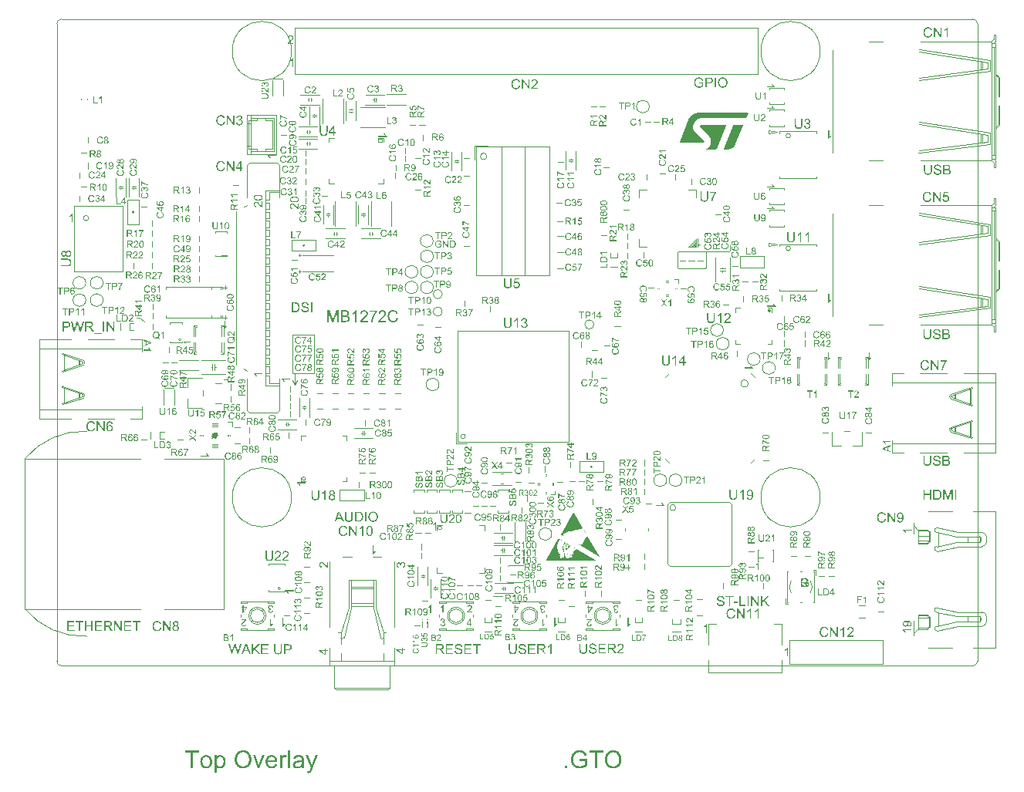
<source format=gto>
G04 Layer_Color=65535*
%FSLAX43Y43*%
%MOMM*%
G71*
G01*
G75*
%ADD99C,0.120*%
%ADD103C,0.100*%
%ADD107C,0.127*%
%ADD147C,0.254*%
%ADD148C,0.080*%
G36*
X52200Y22573D02*
X52040Y22472D01*
X52039D01*
X52037Y22470D01*
X52034Y22468D01*
X52029Y22465D01*
X52017Y22457D01*
X52001Y22447D01*
X51985Y22435D01*
X51967Y22422D01*
X51950Y22410D01*
X51935Y22399D01*
X51934Y22398D01*
X51929Y22395D01*
X51923Y22389D01*
X51915Y22381D01*
X51898Y22365D01*
X51890Y22356D01*
X51884Y22347D01*
X51883Y22346D01*
X51881Y22344D01*
X51879Y22339D01*
X51876Y22332D01*
X51873Y22326D01*
X51869Y22318D01*
X51864Y22300D01*
Y22299D01*
X51863Y22297D01*
Y22292D01*
X51861Y22287D01*
X51860Y22279D01*
Y22270D01*
X51859Y22258D01*
Y22245D01*
Y22127D01*
X52200D01*
Y22025D01*
X51432D01*
Y22365D01*
Y22366D01*
Y22369D01*
Y22375D01*
Y22381D01*
X51433Y22390D01*
Y22400D01*
X51434Y22423D01*
X51437Y22448D01*
X51441Y22475D01*
X51446Y22499D01*
X51450Y22511D01*
X51453Y22521D01*
Y22522D01*
X51454Y22523D01*
X51457Y22530D01*
X51462Y22540D01*
X51470Y22552D01*
X51480Y22566D01*
X51493Y22580D01*
X51508Y22593D01*
X51526Y22607D01*
X51527D01*
X51528Y22608D01*
X51535Y22612D01*
X51546Y22617D01*
X51561Y22623D01*
X51577Y22629D01*
X51597Y22634D01*
X51618Y22638D01*
X51642Y22639D01*
X51649D01*
X51655Y22638D01*
X51663D01*
X51671Y22637D01*
X51689Y22632D01*
X51712Y22625D01*
X51735Y22617D01*
X51758Y22603D01*
X51769Y22594D01*
X51780Y22586D01*
X51782Y22584D01*
X51783Y22583D01*
X51786Y22580D01*
X51789Y22576D01*
X51794Y22570D01*
X51798Y22563D01*
X51804Y22554D01*
X51810Y22546D01*
X51816Y22534D01*
X51821Y22522D01*
X51828Y22509D01*
X51834Y22495D01*
X51838Y22478D01*
X51844Y22461D01*
X51847Y22442D01*
X51850Y22422D01*
X51851Y22425D01*
X51854Y22429D01*
X51858Y22436D01*
X51863Y22445D01*
X51875Y22465D01*
X51883Y22475D01*
X51889Y22483D01*
X51891Y22486D01*
X51897Y22491D01*
X51906Y22500D01*
X51917Y22511D01*
X51932Y22523D01*
X51949Y22538D01*
X51969Y22552D01*
X51991Y22568D01*
X52200Y22700D01*
Y22573D01*
D02*
G37*
G36*
X36050Y32194D02*
X36038D01*
X36029Y32195D01*
X36019Y32196D01*
X36008Y32198D01*
X35997Y32200D01*
X35985Y32205D01*
X35983D01*
X35982Y32206D01*
X35976Y32208D01*
X35966Y32213D01*
X35952Y32219D01*
X35937Y32228D01*
X35919Y32239D01*
X35901Y32251D01*
X35882Y32267D01*
X35881D01*
X35880Y32269D01*
X35874Y32275D01*
X35864Y32285D01*
X35849Y32299D01*
X35832Y32316D01*
X35812Y32337D01*
X35790Y32362D01*
X35767Y32390D01*
X35766Y32391D01*
X35763Y32396D01*
X35757Y32402D01*
X35750Y32410D01*
X35741Y32420D01*
X35731Y32432D01*
X35720Y32445D01*
X35708Y32459D01*
X35681Y32487D01*
X35655Y32514D01*
X35642Y32528D01*
X35628Y32540D01*
X35616Y32551D01*
X35604Y32560D01*
X35603D01*
X35602Y32562D01*
X35598Y32564D01*
X35594Y32567D01*
X35582Y32574D01*
X35567Y32583D01*
X35549Y32591D01*
X35531Y32599D01*
X35509Y32603D01*
X35489Y32605D01*
X35487D01*
X35481Y32604D01*
X35469Y32603D01*
X35457Y32600D01*
X35442Y32595D01*
X35426Y32588D01*
X35411Y32578D01*
X35395Y32564D01*
X35393Y32562D01*
X35388Y32557D01*
X35383Y32549D01*
X35375Y32537D01*
X35368Y32521D01*
X35362Y32503D01*
X35357Y32482D01*
X35356Y32459D01*
Y32458D01*
Y32456D01*
Y32452D01*
X35357Y32448D01*
X35358Y32435D01*
X35362Y32419D01*
X35366Y32402D01*
X35374Y32383D01*
X35384Y32366D01*
X35397Y32349D01*
X35400Y32347D01*
X35405Y32342D01*
X35414Y32336D01*
X35427Y32329D01*
X35443Y32321D01*
X35463Y32315D01*
X35485Y32310D01*
X35511Y32308D01*
X35501Y32211D01*
X35499D01*
X35496Y32213D01*
X35491D01*
X35483Y32214D01*
X35474Y32216D01*
X35464Y32218D01*
X35452Y32221D01*
X35440Y32225D01*
X35413Y32234D01*
X35386Y32247D01*
X35373Y32255D01*
X35360Y32265D01*
X35347Y32275D01*
X35336Y32286D01*
X35335Y32287D01*
X35334Y32289D01*
X35331Y32292D01*
X35327Y32298D01*
X35323Y32305D01*
X35319Y32312D01*
X35313Y32321D01*
X35307Y32332D01*
X35302Y32345D01*
X35296Y32358D01*
X35292Y32372D01*
X35287Y32388D01*
X35284Y32405D01*
X35281Y32422D01*
X35280Y32441D01*
X35279Y32461D01*
Y32462D01*
Y32466D01*
Y32472D01*
X35280Y32480D01*
X35281Y32489D01*
X35282Y32500D01*
X35284Y32512D01*
X35286Y32524D01*
X35294Y32553D01*
X35305Y32582D01*
X35312Y32597D01*
X35320Y32611D01*
X35330Y32624D01*
X35341Y32637D01*
X35342Y32638D01*
X35343Y32640D01*
X35347Y32642D01*
X35352Y32647D01*
X35357Y32652D01*
X35365Y32658D01*
X35373Y32663D01*
X35383Y32670D01*
X35404Y32681D01*
X35431Y32692D01*
X35444Y32696D01*
X35459Y32699D01*
X35475Y32701D01*
X35492Y32702D01*
X35499D01*
X35508Y32701D01*
X35521Y32700D01*
X35534Y32698D01*
X35549Y32693D01*
X35566Y32689D01*
X35583Y32682D01*
X35585Y32681D01*
X35590Y32679D01*
X35599Y32674D01*
X35612Y32668D01*
X35625Y32659D01*
X35642Y32648D01*
X35658Y32634D01*
X35677Y32619D01*
X35679Y32617D01*
X35686Y32611D01*
X35691Y32605D01*
X35697Y32600D01*
X35704Y32593D01*
X35713Y32584D01*
X35721Y32575D01*
X35731Y32564D01*
X35743Y32553D01*
X35755Y32540D01*
X35767Y32526D01*
X35781Y32510D01*
X35796Y32492D01*
X35811Y32474D01*
X35812Y32473D01*
X35815Y32471D01*
X35818Y32467D01*
X35822Y32461D01*
X35829Y32454D01*
X35836Y32447D01*
X35850Y32429D01*
X35867Y32410D01*
X35883Y32392D01*
X35898Y32377D01*
X35903Y32370D01*
X35909Y32365D01*
X35910Y32363D01*
X35913Y32360D01*
X35918Y32356D01*
X35925Y32350D01*
X35932Y32345D01*
X35940Y32338D01*
X35959Y32325D01*
Y32703D01*
X36050D01*
Y32194D01*
D02*
G37*
G36*
X34120Y32113D02*
X34127D01*
X34145Y32109D01*
X34166Y32106D01*
X34188Y32100D01*
X34212Y32093D01*
X34236Y32082D01*
X34237D01*
X34238Y32080D01*
X34241Y32078D01*
X34246Y32076D01*
X34257Y32069D01*
X34271Y32059D01*
X34287Y32047D01*
X34302Y32033D01*
X34318Y32015D01*
X34331Y31996D01*
Y31995D01*
X34332Y31994D01*
X34334Y31991D01*
X34336Y31986D01*
X34341Y31975D01*
X34347Y31961D01*
X34353Y31942D01*
X34358Y31921D01*
X34362Y31897D01*
X34363Y31872D01*
Y31871D01*
Y31866D01*
X34362Y31861D01*
Y31852D01*
X34361Y31842D01*
X34359Y31831D01*
X34356Y31817D01*
X34352Y31804D01*
X34348Y31789D01*
X34342Y31773D01*
X34336Y31757D01*
X34327Y31741D01*
X34317Y31725D01*
X34306Y31710D01*
X34292Y31694D01*
X34277Y31680D01*
X34276Y31679D01*
X34272Y31676D01*
X34268Y31673D01*
X34260Y31669D01*
X34250Y31662D01*
X34239Y31656D01*
X34225Y31650D01*
X34209Y31643D01*
X34190Y31635D01*
X34169Y31629D01*
X34146Y31623D01*
X34120Y31618D01*
X34091Y31612D01*
X34060Y31609D01*
X34027Y31606D01*
X33991Y31605D01*
X33981D01*
X33970Y31606D01*
X33955D01*
X33937Y31608D01*
X33916Y31610D01*
X33893Y31612D01*
X33867Y31615D01*
X33842Y31620D01*
X33814Y31625D01*
X33787Y31632D01*
X33761Y31640D01*
X33735Y31650D01*
X33711Y31661D01*
X33687Y31673D01*
X33667Y31688D01*
X33666Y31689D01*
X33664Y31691D01*
X33660Y31695D01*
X33653Y31701D01*
X33646Y31707D01*
X33640Y31716D01*
X33631Y31727D01*
X33623Y31739D01*
X33615Y31752D01*
X33606Y31766D01*
X33600Y31783D01*
X33592Y31800D01*
X33586Y31818D01*
X33582Y31838D01*
X33580Y31860D01*
X33579Y31882D01*
Y31883D01*
Y31886D01*
Y31891D01*
X33580Y31897D01*
Y31905D01*
X33581Y31914D01*
X33585Y31935D01*
X33591Y31958D01*
X33600Y31983D01*
X33613Y32007D01*
X33621Y32019D01*
X33630Y32030D01*
X33631Y32032D01*
X33632Y32033D01*
X33635Y32036D01*
X33639Y32039D01*
X33644Y32045D01*
X33651Y32049D01*
X33666Y32062D01*
X33686Y32074D01*
X33711Y32085D01*
X33738Y32095D01*
X33769Y32102D01*
X33777Y32007D01*
X33776D01*
X33775Y32006D01*
X33768Y32005D01*
X33758Y32002D01*
X33746Y31997D01*
X33733Y31993D01*
X33720Y31986D01*
X33707Y31978D01*
X33697Y31971D01*
X33695Y31968D01*
X33691Y31964D01*
X33684Y31956D01*
X33676Y31945D01*
X33670Y31931D01*
X33663Y31915D01*
X33658Y31896D01*
X33656Y31876D01*
Y31874D01*
Y31868D01*
X33657Y31860D01*
X33660Y31850D01*
X33663Y31836D01*
X33667Y31823D01*
X33673Y31810D01*
X33682Y31796D01*
X33683Y31794D01*
X33687Y31789D01*
X33695Y31781D01*
X33706Y31771D01*
X33720Y31760D01*
X33735Y31747D01*
X33755Y31736D01*
X33777Y31725D01*
X33778D01*
X33781Y31724D01*
X33784Y31723D01*
X33788Y31721D01*
X33795Y31720D01*
X33803Y31717D01*
X33812Y31715D01*
X33823Y31713D01*
X33835Y31710D01*
X33848Y31707D01*
X33863Y31705D01*
X33878Y31704D01*
X33896Y31702D01*
X33914Y31701D01*
X33934Y31700D01*
X33954D01*
X33953Y31701D01*
X33946Y31705D01*
X33937Y31713D01*
X33926Y31723D01*
X33913Y31734D01*
X33900Y31749D01*
X33888Y31764D01*
X33877Y31782D01*
Y31783D01*
X33876Y31784D01*
X33873Y31791D01*
X33869Y31801D01*
X33864Y31814D01*
X33859Y31830D01*
X33856Y31847D01*
X33853Y31866D01*
X33852Y31886D01*
Y31887D01*
Y31891D01*
Y31895D01*
X33853Y31902D01*
X33854Y31911D01*
X33855Y31919D01*
X33857Y31931D01*
X33861Y31942D01*
X33868Y31967D01*
X33874Y31981D01*
X33882Y31994D01*
X33889Y32007D01*
X33898Y32022D01*
X33909Y32035D01*
X33922Y32047D01*
X33923Y32048D01*
X33925Y32050D01*
X33928Y32054D01*
X33934Y32057D01*
X33942Y32063D01*
X33949Y32068D01*
X33959Y32074D01*
X33970Y32080D01*
X33983Y32087D01*
X33996Y32093D01*
X34011Y32098D01*
X34027Y32104D01*
X34044Y32107D01*
X34063Y32110D01*
X34081Y32113D01*
X34101Y32114D01*
X34114D01*
X34120Y32113D01*
D02*
G37*
G36*
X34350Y31423D02*
X34190Y31322D01*
X34189D01*
X34187Y31320D01*
X34183Y31318D01*
X34179Y31315D01*
X34167Y31307D01*
X34151Y31297D01*
X34135Y31285D01*
X34117Y31272D01*
X34100Y31260D01*
X34085Y31249D01*
X34084Y31248D01*
X34079Y31245D01*
X34072Y31239D01*
X34065Y31231D01*
X34048Y31215D01*
X34040Y31206D01*
X34034Y31197D01*
X34033Y31196D01*
X34031Y31194D01*
X34029Y31189D01*
X34026Y31182D01*
X34023Y31176D01*
X34019Y31168D01*
X34014Y31150D01*
Y31149D01*
X34013Y31147D01*
Y31142D01*
X34011Y31137D01*
X34010Y31129D01*
Y31120D01*
X34009Y31108D01*
Y31095D01*
Y30977D01*
X34350D01*
Y30875D01*
X33582D01*
Y31215D01*
Y31216D01*
Y31219D01*
Y31225D01*
Y31231D01*
X33583Y31240D01*
Y31250D01*
X33584Y31273D01*
X33587Y31298D01*
X33591Y31325D01*
X33596Y31349D01*
X33600Y31361D01*
X33603Y31371D01*
Y31372D01*
X33604Y31373D01*
X33607Y31380D01*
X33612Y31390D01*
X33620Y31402D01*
X33630Y31416D01*
X33643Y31430D01*
X33658Y31443D01*
X33676Y31457D01*
X33677D01*
X33678Y31458D01*
X33685Y31462D01*
X33696Y31467D01*
X33711Y31473D01*
X33727Y31479D01*
X33747Y31484D01*
X33768Y31488D01*
X33792Y31489D01*
X33799D01*
X33805Y31488D01*
X33813D01*
X33821Y31487D01*
X33839Y31482D01*
X33862Y31476D01*
X33885Y31467D01*
X33908Y31453D01*
X33919Y31444D01*
X33930Y31436D01*
X33932Y31434D01*
X33933Y31433D01*
X33936Y31430D01*
X33939Y31426D01*
X33944Y31420D01*
X33948Y31413D01*
X33954Y31404D01*
X33960Y31396D01*
X33966Y31384D01*
X33972Y31372D01*
X33978Y31359D01*
X33984Y31345D01*
X33988Y31328D01*
X33994Y31311D01*
X33997Y31292D01*
X34000Y31272D01*
X34001Y31275D01*
X34004Y31279D01*
X34008Y31286D01*
X34013Y31295D01*
X34025Y31315D01*
X34033Y31325D01*
X34039Y31333D01*
X34041Y31336D01*
X34047Y31341D01*
X34056Y31350D01*
X34067Y31361D01*
X34082Y31373D01*
X34099Y31388D01*
X34119Y31402D01*
X34141Y31418D01*
X34350Y31550D01*
Y31423D01*
D02*
G37*
G36*
X51990Y23263D02*
X51999Y23262D01*
X52009Y23259D01*
X52020Y23257D01*
X52032Y23255D01*
X52059Y23246D01*
X52073Y23239D01*
X52087Y23233D01*
X52101Y23224D01*
X52116Y23214D01*
X52130Y23203D01*
X52143Y23189D01*
X52145Y23188D01*
X52147Y23186D01*
X52150Y23182D01*
X52154Y23176D01*
X52160Y23169D01*
X52166Y23161D01*
X52172Y23151D01*
X52178Y23138D01*
X52184Y23126D01*
X52191Y23112D01*
X52197Y23097D01*
X52202Y23081D01*
X52207Y23063D01*
X52210Y23044D01*
X52212Y23025D01*
X52213Y23004D01*
Y23003D01*
Y23000D01*
Y22994D01*
X52212Y22987D01*
X52211Y22978D01*
X52210Y22968D01*
X52208Y22957D01*
X52206Y22945D01*
X52199Y22919D01*
X52188Y22891D01*
X52181Y22876D01*
X52173Y22863D01*
X52163Y22850D01*
X52153Y22836D01*
X52152Y22835D01*
X52150Y22833D01*
X52147Y22830D01*
X52142Y22826D01*
X52137Y22821D01*
X52129Y22815D01*
X52121Y22809D01*
X52111Y22802D01*
X52100Y22795D01*
X52089Y22789D01*
X52062Y22776D01*
X52031Y22766D01*
X52015Y22763D01*
X51997Y22761D01*
X51985Y22855D01*
X51986D01*
X51988Y22856D01*
X51992Y22857D01*
X51998Y22859D01*
X52005Y22860D01*
X52012Y22862D01*
X52029Y22867D01*
X52049Y22875D01*
X52068Y22885D01*
X52086Y22896D01*
X52101Y22910D01*
X52102Y22912D01*
X52107Y22916D01*
X52112Y22925D01*
X52118Y22936D01*
X52125Y22950D01*
X52130Y22966D01*
X52135Y22985D01*
X52136Y23005D01*
Y23006D01*
Y23008D01*
Y23012D01*
X52135Y23016D01*
X52133Y23028D01*
X52130Y23044D01*
X52125Y23062D01*
X52117Y23081D01*
X52106Y23099D01*
X52090Y23117D01*
X52088Y23119D01*
X52081Y23125D01*
X52071Y23132D01*
X52058Y23141D01*
X52041Y23149D01*
X52022Y23156D01*
X52000Y23162D01*
X51976Y23164D01*
X51969D01*
X51965Y23163D01*
X51952Y23162D01*
X51938Y23158D01*
X51920Y23154D01*
X51903Y23146D01*
X51885Y23135D01*
X51868Y23121D01*
X51866Y23118D01*
X51861Y23113D01*
X51855Y23104D01*
X51847Y23092D01*
X51839Y23076D01*
X51833Y23057D01*
X51828Y23036D01*
X51826Y23013D01*
Y23012D01*
Y23008D01*
Y23003D01*
X51827Y22995D01*
X51828Y22985D01*
X51830Y22974D01*
X51833Y22961D01*
X51836Y22946D01*
X51753Y22957D01*
Y22958D01*
Y22963D01*
X51754Y22967D01*
Y22972D01*
Y22973D01*
Y22974D01*
Y22977D01*
Y22982D01*
X51752Y22994D01*
X51749Y23008D01*
X51746Y23025D01*
X51740Y23044D01*
X51733Y23062D01*
X51723Y23081D01*
Y23082D01*
X51722Y23083D01*
X51717Y23088D01*
X51709Y23096D01*
X51699Y23105D01*
X51685Y23114D01*
X51668Y23122D01*
X51649Y23127D01*
X51638Y23129D01*
X51617D01*
X51608Y23127D01*
X51596Y23125D01*
X51583Y23121D01*
X51568Y23115D01*
X51554Y23106D01*
X51541Y23094D01*
X51540Y23093D01*
X51535Y23087D01*
X51530Y23079D01*
X51523Y23069D01*
X51517Y23056D01*
X51512Y23041D01*
X51507Y23023D01*
X51506Y23003D01*
Y23002D01*
Y23001D01*
Y22994D01*
X51508Y22984D01*
X51511Y22971D01*
X51515Y22956D01*
X51521Y22942D01*
X51530Y22926D01*
X51541Y22912D01*
X51542Y22911D01*
X51547Y22906D01*
X51555Y22900D01*
X51566Y22892D01*
X51581Y22884D01*
X51598Y22876D01*
X51619Y22870D01*
X51644Y22865D01*
X51627Y22771D01*
X51626D01*
X51623Y22772D01*
X51618Y22773D01*
X51612Y22774D01*
X51604Y22776D01*
X51595Y22780D01*
X51574Y22786D01*
X51550Y22798D01*
X51525Y22811D01*
X51502Y22828D01*
X51481Y22849D01*
X51480Y22850D01*
X51479Y22852D01*
X51476Y22855D01*
X51473Y22860D01*
X51469Y22865D01*
X51464Y22873D01*
X51460Y22881D01*
X51454Y22891D01*
X51445Y22913D01*
X51436Y22939D01*
X51431Y22968D01*
X51429Y22984D01*
Y23001D01*
Y23002D01*
Y23004D01*
Y23007D01*
Y23012D01*
X51430Y23024D01*
X51432Y23038D01*
X51435Y23056D01*
X51441Y23076D01*
X51447Y23096D01*
X51456Y23116D01*
Y23117D01*
X51457Y23118D01*
X51461Y23125D01*
X51467Y23135D01*
X51475Y23146D01*
X51486Y23159D01*
X51498Y23173D01*
X51513Y23186D01*
X51530Y23197D01*
X51532Y23198D01*
X51537Y23202D01*
X51547Y23206D01*
X51560Y23212D01*
X51574Y23217D01*
X51591Y23222D01*
X51609Y23225D01*
X51628Y23226D01*
X51637D01*
X51646Y23225D01*
X51658Y23223D01*
X51673Y23219D01*
X51688Y23214D01*
X51704Y23207D01*
X51719Y23198D01*
X51722Y23197D01*
X51726Y23194D01*
X51734Y23187D01*
X51743Y23178D01*
X51753Y23167D01*
X51764Y23154D01*
X51774Y23138D01*
X51784Y23119D01*
Y23121D01*
X51785Y23123D01*
X51786Y23126D01*
X51787Y23131D01*
X51792Y23143D01*
X51798Y23158D01*
X51807Y23176D01*
X51818Y23194D01*
X51833Y23210D01*
X51849Y23226D01*
X51851Y23227D01*
X51858Y23232D01*
X51869Y23238D01*
X51884Y23245D01*
X51901Y23252D01*
X51923Y23258D01*
X51947Y23263D01*
X51974Y23264D01*
X51984D01*
X51990Y23263D01*
D02*
G37*
G36*
X51856Y23858D02*
X51869D01*
X51884Y23856D01*
X51899Y23855D01*
X51935Y23852D01*
X51971Y23846D01*
X52007Y23840D01*
X52024Y23835D01*
X52040Y23830D01*
X52041D01*
X52043Y23829D01*
X52048Y23826D01*
X52053Y23824D01*
X52061Y23822D01*
X52069Y23818D01*
X52088Y23809D01*
X52108Y23798D01*
X52130Y23783D01*
X52150Y23767D01*
X52169Y23747D01*
Y23745D01*
X52171Y23744D01*
X52173Y23741D01*
X52176Y23737D01*
X52179Y23731D01*
X52183Y23725D01*
X52191Y23709D01*
X52199Y23689D01*
X52207Y23666D01*
X52211Y23638D01*
X52213Y23608D01*
Y23607D01*
Y23603D01*
Y23597D01*
X52212Y23589D01*
X52211Y23580D01*
X52209Y23569D01*
X52207Y23557D01*
X52203Y23543D01*
X52199Y23530D01*
X52194Y23516D01*
X52188Y23501D01*
X52180Y23487D01*
X52171Y23472D01*
X52160Y23458D01*
X52148Y23445D01*
X52135Y23432D01*
X52133Y23431D01*
X52130Y23429D01*
X52125Y23426D01*
X52116Y23420D01*
X52106Y23415D01*
X52092Y23409D01*
X52077Y23401D01*
X52059Y23395D01*
X52039Y23388D01*
X52016Y23381D01*
X51990Y23375D01*
X51961Y23369D01*
X51930Y23364D01*
X51897Y23360D01*
X51860Y23358D01*
X51821Y23357D01*
X51799D01*
X51787Y23358D01*
X51774D01*
X51759Y23359D01*
X51743Y23360D01*
X51708Y23364D01*
X51672Y23369D01*
X51635Y23376D01*
X51618Y23380D01*
X51602Y23385D01*
X51601D01*
X51598Y23386D01*
X51594Y23388D01*
X51588Y23390D01*
X51581Y23392D01*
X51573Y23397D01*
X51554Y23406D01*
X51534Y23417D01*
X51513Y23431D01*
X51492Y23448D01*
X51474Y23468D01*
Y23469D01*
X51472Y23470D01*
X51470Y23474D01*
X51467Y23478D01*
X51463Y23484D01*
X51460Y23490D01*
X51451Y23507D01*
X51443Y23527D01*
X51435Y23550D01*
X51431Y23578D01*
X51429Y23608D01*
Y23609D01*
Y23610D01*
Y23613D01*
Y23618D01*
X51430Y23630D01*
X51432Y23644D01*
X51435Y23661D01*
X51440Y23679D01*
X51445Y23698D01*
X51454Y23715D01*
Y23717D01*
X51455Y23718D01*
X51459Y23723D01*
X51464Y23732D01*
X51472Y23743D01*
X51483Y23755D01*
X51495Y23769D01*
X51510Y23781D01*
X51526Y23793D01*
X51528Y23794D01*
X51534Y23799D01*
X51544Y23803D01*
X51558Y23811D01*
X51575Y23818D01*
X51594Y23826D01*
X51616Y23834D01*
X51641Y23841D01*
X51642D01*
X51644Y23842D01*
X51647Y23843D01*
X51653Y23844D01*
X51659Y23845D01*
X51667Y23846D01*
X51677Y23849D01*
X51688Y23850D01*
X51701Y23852D01*
X51714Y23853D01*
X51729Y23854D01*
X51745Y23856D01*
X51763Y23858D01*
X51780D01*
X51800Y23859D01*
X51844D01*
X51856Y23858D01*
D02*
G37*
G36*
X37565Y32710D02*
X37574Y32709D01*
X37584Y32706D01*
X37595Y32704D01*
X37607Y32702D01*
X37634Y32693D01*
X37648Y32686D01*
X37662Y32680D01*
X37676Y32671D01*
X37691Y32661D01*
X37705Y32650D01*
X37718Y32637D01*
X37720Y32635D01*
X37722Y32633D01*
X37725Y32629D01*
X37729Y32623D01*
X37735Y32617D01*
X37741Y32608D01*
X37747Y32598D01*
X37753Y32585D01*
X37759Y32573D01*
X37766Y32559D01*
X37772Y32544D01*
X37777Y32528D01*
X37782Y32510D01*
X37785Y32491D01*
X37787Y32472D01*
X37788Y32451D01*
Y32450D01*
Y32447D01*
Y32441D01*
X37787Y32435D01*
X37786Y32426D01*
X37785Y32416D01*
X37783Y32405D01*
X37781Y32392D01*
X37774Y32366D01*
X37763Y32338D01*
X37756Y32324D01*
X37748Y32310D01*
X37738Y32297D01*
X37728Y32284D01*
X37727Y32282D01*
X37725Y32280D01*
X37722Y32277D01*
X37717Y32274D01*
X37712Y32268D01*
X37704Y32262D01*
X37696Y32256D01*
X37686Y32249D01*
X37675Y32242D01*
X37664Y32236D01*
X37637Y32224D01*
X37606Y32214D01*
X37590Y32210D01*
X37572Y32208D01*
X37560Y32302D01*
X37561D01*
X37563Y32304D01*
X37567Y32305D01*
X37573Y32306D01*
X37580Y32307D01*
X37587Y32309D01*
X37604Y32315D01*
X37624Y32322D01*
X37643Y32332D01*
X37661Y32343D01*
X37676Y32357D01*
X37677Y32359D01*
X37682Y32363D01*
X37687Y32372D01*
X37693Y32383D01*
X37700Y32397D01*
X37705Y32413D01*
X37710Y32432D01*
X37711Y32452D01*
Y32453D01*
Y32456D01*
Y32459D01*
X37710Y32463D01*
X37708Y32476D01*
X37705Y32491D01*
X37700Y32509D01*
X37692Y32528D01*
X37681Y32547D01*
X37665Y32564D01*
X37663Y32567D01*
X37656Y32572D01*
X37646Y32579D01*
X37633Y32588D01*
X37616Y32597D01*
X37597Y32603D01*
X37575Y32609D01*
X37551Y32611D01*
X37544D01*
X37540Y32610D01*
X37527Y32609D01*
X37513Y32605D01*
X37495Y32601D01*
X37478Y32593D01*
X37460Y32582D01*
X37443Y32568D01*
X37441Y32565D01*
X37436Y32560D01*
X37430Y32551D01*
X37422Y32539D01*
X37414Y32523D01*
X37408Y32504D01*
X37403Y32483D01*
X37401Y32460D01*
Y32459D01*
Y32456D01*
Y32450D01*
X37402Y32442D01*
X37403Y32432D01*
X37405Y32421D01*
X37408Y32408D01*
X37411Y32393D01*
X37328Y32405D01*
Y32406D01*
Y32410D01*
X37329Y32415D01*
Y32419D01*
Y32420D01*
Y32421D01*
Y32425D01*
Y32429D01*
X37327Y32441D01*
X37324Y32456D01*
X37321Y32472D01*
X37315Y32491D01*
X37308Y32509D01*
X37298Y32528D01*
Y32529D01*
X37297Y32530D01*
X37292Y32536D01*
X37284Y32543D01*
X37274Y32552D01*
X37260Y32561D01*
X37243Y32569D01*
X37224Y32574D01*
X37213Y32577D01*
X37192D01*
X37183Y32574D01*
X37171Y32572D01*
X37158Y32568D01*
X37143Y32562D01*
X37129Y32553D01*
X37116Y32541D01*
X37115Y32540D01*
X37110Y32534D01*
X37105Y32527D01*
X37098Y32517D01*
X37092Y32503D01*
X37087Y32488D01*
X37082Y32470D01*
X37081Y32450D01*
Y32449D01*
Y32448D01*
Y32441D01*
X37083Y32431D01*
X37086Y32418D01*
X37090Y32403D01*
X37096Y32389D01*
X37105Y32373D01*
X37116Y32359D01*
X37117Y32358D01*
X37122Y32353D01*
X37130Y32347D01*
X37141Y32339D01*
X37156Y32331D01*
X37173Y32324D01*
X37194Y32317D01*
X37219Y32312D01*
X37202Y32218D01*
X37201D01*
X37198Y32219D01*
X37193Y32220D01*
X37187Y32221D01*
X37179Y32224D01*
X37170Y32227D01*
X37149Y32234D01*
X37125Y32245D01*
X37100Y32258D01*
X37077Y32275D01*
X37056Y32296D01*
X37055Y32297D01*
X37054Y32299D01*
X37051Y32302D01*
X37048Y32307D01*
X37044Y32312D01*
X37039Y32320D01*
X37035Y32328D01*
X37029Y32338D01*
X37020Y32360D01*
X37011Y32386D01*
X37006Y32416D01*
X37004Y32431D01*
Y32448D01*
Y32449D01*
Y32451D01*
Y32454D01*
Y32459D01*
X37005Y32471D01*
X37007Y32486D01*
X37010Y32503D01*
X37016Y32523D01*
X37022Y32543D01*
X37031Y32563D01*
Y32564D01*
X37032Y32565D01*
X37036Y32572D01*
X37042Y32582D01*
X37050Y32593D01*
X37061Y32607D01*
X37073Y32620D01*
X37088Y32633D01*
X37105Y32644D01*
X37107Y32645D01*
X37112Y32649D01*
X37122Y32653D01*
X37135Y32659D01*
X37149Y32664D01*
X37166Y32669D01*
X37184Y32672D01*
X37203Y32673D01*
X37212D01*
X37221Y32672D01*
X37233Y32670D01*
X37248Y32667D01*
X37263Y32661D01*
X37279Y32654D01*
X37294Y32645D01*
X37297Y32644D01*
X37301Y32641D01*
X37309Y32634D01*
X37318Y32625D01*
X37328Y32614D01*
X37339Y32601D01*
X37349Y32585D01*
X37359Y32567D01*
Y32568D01*
X37360Y32570D01*
X37361Y32573D01*
X37362Y32578D01*
X37367Y32590D01*
X37373Y32605D01*
X37382Y32623D01*
X37393Y32641D01*
X37408Y32658D01*
X37424Y32673D01*
X37426Y32674D01*
X37433Y32679D01*
X37444Y32685D01*
X37459Y32692D01*
X37476Y32699D01*
X37498Y32705D01*
X37522Y32710D01*
X37549Y32711D01*
X37559D01*
X37565Y32710D01*
D02*
G37*
G36*
X35820Y32113D02*
X35827D01*
X35845Y32109D01*
X35866Y32106D01*
X35888Y32100D01*
X35912Y32093D01*
X35936Y32082D01*
X35937D01*
X35938Y32080D01*
X35941Y32078D01*
X35946Y32076D01*
X35957Y32069D01*
X35971Y32059D01*
X35987Y32047D01*
X36002Y32033D01*
X36018Y32015D01*
X36031Y31996D01*
Y31995D01*
X36032Y31994D01*
X36034Y31991D01*
X36036Y31986D01*
X36041Y31975D01*
X36047Y31961D01*
X36053Y31942D01*
X36058Y31921D01*
X36062Y31897D01*
X36063Y31872D01*
Y31871D01*
Y31866D01*
X36062Y31861D01*
Y31852D01*
X36061Y31842D01*
X36059Y31831D01*
X36056Y31817D01*
X36052Y31804D01*
X36048Y31789D01*
X36042Y31773D01*
X36036Y31757D01*
X36027Y31741D01*
X36017Y31725D01*
X36006Y31710D01*
X35992Y31694D01*
X35977Y31680D01*
X35976Y31679D01*
X35972Y31676D01*
X35968Y31673D01*
X35960Y31669D01*
X35950Y31662D01*
X35939Y31656D01*
X35925Y31650D01*
X35909Y31643D01*
X35890Y31635D01*
X35869Y31629D01*
X35846Y31623D01*
X35820Y31618D01*
X35791Y31612D01*
X35760Y31609D01*
X35727Y31606D01*
X35691Y31605D01*
X35681D01*
X35670Y31606D01*
X35655D01*
X35637Y31608D01*
X35616Y31610D01*
X35593Y31612D01*
X35567Y31615D01*
X35542Y31620D01*
X35514Y31625D01*
X35487Y31632D01*
X35461Y31640D01*
X35435Y31650D01*
X35411Y31661D01*
X35387Y31673D01*
X35367Y31688D01*
X35366Y31689D01*
X35364Y31691D01*
X35360Y31695D01*
X35353Y31701D01*
X35346Y31707D01*
X35340Y31716D01*
X35331Y31727D01*
X35323Y31739D01*
X35315Y31752D01*
X35306Y31766D01*
X35300Y31783D01*
X35292Y31800D01*
X35286Y31818D01*
X35282Y31838D01*
X35280Y31860D01*
X35279Y31882D01*
Y31883D01*
Y31886D01*
Y31891D01*
X35280Y31897D01*
Y31905D01*
X35281Y31914D01*
X35285Y31935D01*
X35291Y31958D01*
X35300Y31983D01*
X35313Y32007D01*
X35321Y32019D01*
X35330Y32030D01*
X35331Y32032D01*
X35332Y32033D01*
X35335Y32036D01*
X35339Y32039D01*
X35344Y32045D01*
X35351Y32049D01*
X35366Y32062D01*
X35386Y32074D01*
X35411Y32085D01*
X35438Y32095D01*
X35469Y32102D01*
X35477Y32007D01*
X35476D01*
X35475Y32006D01*
X35468Y32005D01*
X35458Y32002D01*
X35446Y31997D01*
X35433Y31993D01*
X35420Y31986D01*
X35407Y31978D01*
X35397Y31971D01*
X35395Y31968D01*
X35391Y31964D01*
X35384Y31956D01*
X35376Y31945D01*
X35370Y31931D01*
X35363Y31915D01*
X35358Y31896D01*
X35356Y31876D01*
Y31874D01*
Y31868D01*
X35357Y31860D01*
X35360Y31850D01*
X35363Y31836D01*
X35367Y31823D01*
X35373Y31810D01*
X35382Y31796D01*
X35383Y31794D01*
X35387Y31789D01*
X35395Y31781D01*
X35406Y31771D01*
X35420Y31760D01*
X35435Y31747D01*
X35455Y31736D01*
X35477Y31725D01*
X35478D01*
X35481Y31724D01*
X35484Y31723D01*
X35488Y31721D01*
X35495Y31720D01*
X35503Y31717D01*
X35512Y31715D01*
X35523Y31713D01*
X35535Y31710D01*
X35548Y31707D01*
X35563Y31705D01*
X35578Y31704D01*
X35596Y31702D01*
X35614Y31701D01*
X35634Y31700D01*
X35654D01*
X35653Y31701D01*
X35646Y31705D01*
X35637Y31713D01*
X35626Y31723D01*
X35613Y31734D01*
X35600Y31749D01*
X35588Y31764D01*
X35577Y31782D01*
Y31783D01*
X35576Y31784D01*
X35573Y31791D01*
X35569Y31801D01*
X35564Y31814D01*
X35559Y31830D01*
X35556Y31847D01*
X35553Y31866D01*
X35552Y31886D01*
Y31887D01*
Y31891D01*
Y31895D01*
X35553Y31902D01*
X35554Y31911D01*
X35555Y31919D01*
X35557Y31931D01*
X35561Y31942D01*
X35568Y31967D01*
X35574Y31981D01*
X35582Y31994D01*
X35589Y32007D01*
X35598Y32022D01*
X35609Y32035D01*
X35622Y32047D01*
X35623Y32048D01*
X35625Y32050D01*
X35628Y32054D01*
X35634Y32057D01*
X35642Y32063D01*
X35649Y32068D01*
X35659Y32074D01*
X35670Y32080D01*
X35683Y32087D01*
X35696Y32093D01*
X35711Y32098D01*
X35727Y32104D01*
X35744Y32107D01*
X35763Y32110D01*
X35781Y32113D01*
X35801Y32114D01*
X35814D01*
X35820Y32113D01*
D02*
G37*
G36*
X36050Y31423D02*
X35890Y31322D01*
X35889D01*
X35887Y31320D01*
X35883Y31318D01*
X35879Y31315D01*
X35867Y31307D01*
X35851Y31297D01*
X35835Y31285D01*
X35817Y31272D01*
X35800Y31260D01*
X35785Y31249D01*
X35784Y31248D01*
X35779Y31245D01*
X35772Y31239D01*
X35765Y31231D01*
X35748Y31215D01*
X35740Y31206D01*
X35734Y31197D01*
X35733Y31196D01*
X35731Y31194D01*
X35729Y31189D01*
X35726Y31182D01*
X35723Y31176D01*
X35719Y31168D01*
X35714Y31150D01*
Y31149D01*
X35713Y31147D01*
Y31142D01*
X35711Y31137D01*
X35710Y31129D01*
Y31120D01*
X35709Y31108D01*
Y31095D01*
Y30977D01*
X36050D01*
Y30875D01*
X35282D01*
Y31215D01*
Y31216D01*
Y31219D01*
Y31225D01*
Y31231D01*
X35283Y31240D01*
Y31250D01*
X35284Y31273D01*
X35287Y31298D01*
X35291Y31325D01*
X35296Y31349D01*
X35300Y31361D01*
X35303Y31371D01*
Y31372D01*
X35304Y31373D01*
X35307Y31380D01*
X35312Y31390D01*
X35320Y31402D01*
X35330Y31416D01*
X35343Y31430D01*
X35358Y31443D01*
X35376Y31457D01*
X35377D01*
X35378Y31458D01*
X35385Y31462D01*
X35396Y31467D01*
X35411Y31473D01*
X35427Y31479D01*
X35447Y31484D01*
X35468Y31488D01*
X35492Y31489D01*
X35499D01*
X35505Y31488D01*
X35513D01*
X35521Y31487D01*
X35539Y31482D01*
X35562Y31476D01*
X35585Y31467D01*
X35608Y31453D01*
X35619Y31444D01*
X35630Y31436D01*
X35632Y31434D01*
X35633Y31433D01*
X35636Y31430D01*
X35639Y31426D01*
X35644Y31420D01*
X35648Y31413D01*
X35654Y31404D01*
X35660Y31396D01*
X35666Y31384D01*
X35672Y31372D01*
X35678Y31359D01*
X35684Y31345D01*
X35688Y31328D01*
X35694Y31311D01*
X35697Y31292D01*
X35700Y31272D01*
X35701Y31275D01*
X35704Y31279D01*
X35708Y31286D01*
X35713Y31295D01*
X35725Y31315D01*
X35733Y31325D01*
X35739Y31333D01*
X35741Y31336D01*
X35747Y31341D01*
X35756Y31350D01*
X35767Y31361D01*
X35782Y31373D01*
X35799Y31388D01*
X35819Y31402D01*
X35841Y31418D01*
X36050Y31550D01*
Y31423D01*
D02*
G37*
G36*
X37800Y33548D02*
X37640Y33447D01*
X37639D01*
X37637Y33445D01*
X37633Y33443D01*
X37629Y33440D01*
X37617Y33432D01*
X37601Y33422D01*
X37585Y33410D01*
X37567Y33397D01*
X37550Y33385D01*
X37535Y33374D01*
X37534Y33373D01*
X37529Y33370D01*
X37523Y33364D01*
X37515Y33356D01*
X37498Y33340D01*
X37490Y33331D01*
X37484Y33322D01*
X37483Y33321D01*
X37481Y33319D01*
X37479Y33314D01*
X37476Y33307D01*
X37473Y33301D01*
X37469Y33293D01*
X37464Y33275D01*
Y33274D01*
X37463Y33272D01*
Y33268D01*
X37461Y33262D01*
X37460Y33254D01*
Y33245D01*
X37459Y33233D01*
Y33220D01*
Y33102D01*
X37800D01*
Y33000D01*
X37032D01*
Y33340D01*
Y33341D01*
Y33344D01*
Y33350D01*
Y33356D01*
X37033Y33365D01*
Y33375D01*
X37034Y33398D01*
X37037Y33423D01*
X37041Y33450D01*
X37046Y33474D01*
X37050Y33486D01*
X37053Y33496D01*
Y33497D01*
X37054Y33498D01*
X37057Y33505D01*
X37062Y33515D01*
X37070Y33527D01*
X37080Y33541D01*
X37093Y33555D01*
X37108Y33568D01*
X37126Y33582D01*
X37127D01*
X37128Y33583D01*
X37135Y33587D01*
X37146Y33592D01*
X37161Y33598D01*
X37177Y33604D01*
X37197Y33609D01*
X37218Y33613D01*
X37242Y33614D01*
X37249D01*
X37255Y33613D01*
X37263D01*
X37271Y33612D01*
X37289Y33607D01*
X37312Y33600D01*
X37335Y33592D01*
X37358Y33578D01*
X37369Y33569D01*
X37380Y33561D01*
X37382Y33559D01*
X37383Y33558D01*
X37386Y33555D01*
X37389Y33551D01*
X37394Y33545D01*
X37398Y33538D01*
X37404Y33529D01*
X37410Y33521D01*
X37416Y33509D01*
X37422Y33497D01*
X37428Y33484D01*
X37434Y33470D01*
X37438Y33453D01*
X37444Y33436D01*
X37447Y33417D01*
X37450Y33397D01*
X37451Y33400D01*
X37454Y33404D01*
X37458Y33411D01*
X37463Y33420D01*
X37475Y33440D01*
X37483Y33450D01*
X37489Y33458D01*
X37491Y33461D01*
X37497Y33466D01*
X37506Y33475D01*
X37517Y33486D01*
X37533Y33498D01*
X37549Y33513D01*
X37569Y33527D01*
X37591Y33543D01*
X37800Y33675D01*
Y33548D01*
D02*
G37*
G36*
X59556Y16883D02*
X59569D01*
X59584Y16881D01*
X59599Y16880D01*
X59635Y16877D01*
X59671Y16871D01*
X59707Y16865D01*
X59724Y16860D01*
X59740Y16855D01*
X59741D01*
X59743Y16854D01*
X59748Y16851D01*
X59753Y16849D01*
X59761Y16847D01*
X59769Y16843D01*
X59788Y16834D01*
X59808Y16823D01*
X59830Y16808D01*
X59850Y16792D01*
X59869Y16772D01*
Y16770D01*
X59871Y16769D01*
X59873Y16766D01*
X59876Y16762D01*
X59879Y16756D01*
X59883Y16750D01*
X59891Y16734D01*
X59899Y16714D01*
X59907Y16691D01*
X59911Y16663D01*
X59913Y16633D01*
Y16632D01*
Y16628D01*
Y16622D01*
X59912Y16614D01*
X59911Y16605D01*
X59909Y16594D01*
X59907Y16582D01*
X59903Y16568D01*
X59899Y16555D01*
X59894Y16541D01*
X59888Y16526D01*
X59880Y16512D01*
X59871Y16497D01*
X59860Y16483D01*
X59848Y16470D01*
X59835Y16457D01*
X59833Y16456D01*
X59830Y16454D01*
X59825Y16451D01*
X59816Y16445D01*
X59806Y16440D01*
X59792Y16434D01*
X59777Y16426D01*
X59759Y16420D01*
X59739Y16413D01*
X59716Y16406D01*
X59690Y16400D01*
X59661Y16394D01*
X59630Y16389D01*
X59597Y16385D01*
X59560Y16383D01*
X59521Y16382D01*
X59499D01*
X59487Y16383D01*
X59474D01*
X59459Y16384D01*
X59443Y16385D01*
X59408Y16389D01*
X59372Y16394D01*
X59335Y16401D01*
X59318Y16405D01*
X59302Y16410D01*
X59301D01*
X59298Y16411D01*
X59294Y16413D01*
X59288Y16415D01*
X59281Y16417D01*
X59273Y16422D01*
X59254Y16431D01*
X59234Y16442D01*
X59213Y16456D01*
X59192Y16473D01*
X59174Y16493D01*
Y16494D01*
X59172Y16495D01*
X59170Y16499D01*
X59167Y16503D01*
X59163Y16509D01*
X59160Y16515D01*
X59151Y16532D01*
X59143Y16552D01*
X59135Y16575D01*
X59131Y16603D01*
X59129Y16633D01*
Y16634D01*
Y16635D01*
Y16638D01*
Y16643D01*
X59130Y16655D01*
X59132Y16669D01*
X59135Y16686D01*
X59140Y16704D01*
X59145Y16723D01*
X59154Y16740D01*
Y16742D01*
X59155Y16743D01*
X59159Y16748D01*
X59164Y16757D01*
X59172Y16768D01*
X59183Y16780D01*
X59195Y16794D01*
X59210Y16806D01*
X59226Y16818D01*
X59228Y16819D01*
X59234Y16824D01*
X59244Y16828D01*
X59258Y16836D01*
X59275Y16843D01*
X59294Y16851D01*
X59316Y16859D01*
X59341Y16866D01*
X59342D01*
X59344Y16867D01*
X59347Y16868D01*
X59353Y16869D01*
X59359Y16870D01*
X59367Y16871D01*
X59377Y16874D01*
X59388Y16875D01*
X59401Y16877D01*
X59414Y16878D01*
X59429Y16879D01*
X59445Y16881D01*
X59463Y16883D01*
X59480D01*
X59500Y16884D01*
X59544D01*
X59556Y16883D01*
D02*
G37*
G36*
X37558Y34840D02*
X37567Y34839D01*
X37577Y34838D01*
X37589Y34836D01*
X37601Y34834D01*
X37630Y34827D01*
X37660Y34816D01*
X37676Y34809D01*
X37690Y34800D01*
X37706Y34792D01*
X37720Y34780D01*
X37721Y34779D01*
X37725Y34777D01*
X37729Y34773D01*
X37735Y34767D01*
X37741Y34759D01*
X37750Y34750D01*
X37758Y34739D01*
X37767Y34727D01*
X37776Y34714D01*
X37783Y34698D01*
X37791Y34682D01*
X37799Y34664D01*
X37804Y34645D01*
X37809Y34624D01*
X37812Y34602D01*
X37813Y34578D01*
Y34577D01*
Y34574D01*
Y34568D01*
X37812Y34561D01*
X37811Y34552D01*
X37810Y34542D01*
X37809Y34530D01*
X37806Y34517D01*
X37799Y34490D01*
X37789Y34462D01*
X37782Y34447D01*
X37774Y34433D01*
X37766Y34420D01*
X37756Y34406D01*
X37754Y34405D01*
X37753Y34403D01*
X37749Y34401D01*
X37744Y34396D01*
X37739Y34391D01*
X37732Y34385D01*
X37723Y34379D01*
X37713Y34373D01*
X37703Y34366D01*
X37691Y34360D01*
X37665Y34348D01*
X37633Y34338D01*
X37617Y34334D01*
X37599Y34332D01*
X37591Y34431D01*
X37595D01*
X37598Y34432D01*
X37604Y34433D01*
X37616Y34436D01*
X37632Y34441D01*
X37649Y34447D01*
X37668Y34456D01*
X37685Y34467D01*
X37700Y34481D01*
X37701Y34483D01*
X37706Y34487D01*
X37711Y34496D01*
X37718Y34508D01*
X37725Y34522D01*
X37730Y34538D01*
X37735Y34557D01*
X37736Y34578D01*
Y34579D01*
Y34582D01*
Y34585D01*
X37735Y34589D01*
X37733Y34603D01*
X37729Y34618D01*
X37723Y34637D01*
X37715Y34656D01*
X37701Y34676D01*
X37693Y34685D01*
X37685Y34694D01*
X37683Y34695D01*
X37682Y34696D01*
X37679Y34698D01*
X37676Y34702D01*
X37663Y34709D01*
X37648Y34718D01*
X37629Y34726D01*
X37606Y34734D01*
X37578Y34739D01*
X37564Y34742D01*
X37540D01*
X37535Y34740D01*
X37528D01*
X37520Y34739D01*
X37503Y34736D01*
X37481Y34730D01*
X37460Y34723D01*
X37440Y34712D01*
X37422Y34696D01*
X37420D01*
X37419Y34694D01*
X37414Y34688D01*
X37406Y34678D01*
X37397Y34665D01*
X37389Y34647D01*
X37382Y34627D01*
X37376Y34604D01*
X37374Y34591D01*
Y34577D01*
Y34575D01*
Y34570D01*
X37375Y34561D01*
X37376Y34550D01*
X37379Y34536D01*
X37383Y34523D01*
X37388Y34508D01*
X37395Y34494D01*
X37396Y34493D01*
X37398Y34488D01*
X37404Y34482D01*
X37409Y34473D01*
X37417Y34464D01*
X37427Y34455D01*
X37437Y34445D01*
X37449Y34437D01*
X37437Y34349D01*
X37042Y34423D01*
Y34805D01*
X37132D01*
Y34497D01*
X37339Y34456D01*
X37338Y34457D01*
X37337Y34460D01*
X37335Y34463D01*
X37332Y34468D01*
X37328Y34475D01*
X37324Y34483D01*
X37315Y34501D01*
X37306Y34523D01*
X37298Y34547D01*
X37293Y34574D01*
X37291Y34587D01*
Y34602D01*
Y34603D01*
Y34606D01*
Y34612D01*
X37292Y34618D01*
X37293Y34627D01*
X37294Y34637D01*
X37296Y34648D01*
X37299Y34661D01*
X37307Y34687D01*
X37313Y34702D01*
X37320Y34716D01*
X37328Y34730D01*
X37337Y34745D01*
X37348Y34758D01*
X37360Y34772D01*
X37362Y34773D01*
X37364Y34775D01*
X37367Y34778D01*
X37373Y34783D01*
X37380Y34788D01*
X37388Y34794D01*
X37398Y34800D01*
X37409Y34807D01*
X37422Y34813D01*
X37435Y34819D01*
X37450Y34825D01*
X37466Y34830D01*
X37483Y34835D01*
X37501Y34838D01*
X37520Y34840D01*
X37540Y34841D01*
X37550D01*
X37558Y34840D01*
D02*
G37*
G36*
Y34243D02*
X37567Y34242D01*
X37577Y34241D01*
X37589Y34239D01*
X37601Y34237D01*
X37630Y34230D01*
X37660Y34219D01*
X37676Y34212D01*
X37690Y34203D01*
X37706Y34194D01*
X37720Y34183D01*
X37721Y34182D01*
X37725Y34180D01*
X37729Y34175D01*
X37735Y34170D01*
X37741Y34162D01*
X37750Y34153D01*
X37758Y34142D01*
X37767Y34130D01*
X37776Y34117D01*
X37783Y34101D01*
X37791Y34084D01*
X37799Y34067D01*
X37804Y34048D01*
X37809Y34027D01*
X37812Y34005D01*
X37813Y33981D01*
Y33980D01*
Y33977D01*
Y33971D01*
X37812Y33963D01*
X37811Y33955D01*
X37810Y33945D01*
X37809Y33932D01*
X37806Y33920D01*
X37799Y33892D01*
X37789Y33865D01*
X37782Y33850D01*
X37774Y33836D01*
X37766Y33822D01*
X37756Y33809D01*
X37754Y33808D01*
X37753Y33806D01*
X37749Y33804D01*
X37744Y33799D01*
X37739Y33794D01*
X37732Y33788D01*
X37723Y33781D01*
X37713Y33776D01*
X37703Y33769D01*
X37691Y33763D01*
X37665Y33750D01*
X37633Y33740D01*
X37617Y33737D01*
X37599Y33735D01*
X37591Y33834D01*
X37595D01*
X37598Y33835D01*
X37604Y33836D01*
X37616Y33839D01*
X37632Y33844D01*
X37649Y33850D01*
X37668Y33859D01*
X37685Y33870D01*
X37700Y33884D01*
X37701Y33886D01*
X37706Y33890D01*
X37711Y33899D01*
X37718Y33911D01*
X37725Y33925D01*
X37730Y33941D01*
X37735Y33960D01*
X37736Y33981D01*
Y33982D01*
Y33985D01*
Y33988D01*
X37735Y33992D01*
X37733Y34006D01*
X37729Y34021D01*
X37723Y34040D01*
X37715Y34059D01*
X37701Y34079D01*
X37693Y34088D01*
X37685Y34097D01*
X37683Y34098D01*
X37682Y34099D01*
X37679Y34101D01*
X37676Y34104D01*
X37663Y34112D01*
X37648Y34121D01*
X37629Y34129D01*
X37606Y34137D01*
X37578Y34142D01*
X37564Y34144D01*
X37540D01*
X37535Y34143D01*
X37528D01*
X37520Y34142D01*
X37503Y34139D01*
X37481Y34133D01*
X37460Y34126D01*
X37440Y34114D01*
X37422Y34099D01*
X37420D01*
X37419Y34097D01*
X37414Y34091D01*
X37406Y34081D01*
X37397Y34068D01*
X37389Y34050D01*
X37382Y34030D01*
X37376Y34007D01*
X37374Y33993D01*
Y33980D01*
Y33978D01*
Y33972D01*
X37375Y33963D01*
X37376Y33952D01*
X37379Y33939D01*
X37383Y33926D01*
X37388Y33911D01*
X37395Y33897D01*
X37396Y33896D01*
X37398Y33891D01*
X37404Y33885D01*
X37409Y33876D01*
X37417Y33867D01*
X37427Y33858D01*
X37437Y33848D01*
X37449Y33840D01*
X37437Y33751D01*
X37042Y33826D01*
Y34208D01*
X37132D01*
Y33900D01*
X37339Y33859D01*
X37338Y33860D01*
X37337Y33862D01*
X37335Y33866D01*
X37332Y33871D01*
X37328Y33878D01*
X37324Y33886D01*
X37315Y33904D01*
X37306Y33926D01*
X37298Y33950D01*
X37293Y33977D01*
X37291Y33990D01*
Y34005D01*
Y34006D01*
Y34009D01*
Y34015D01*
X37292Y34021D01*
X37293Y34030D01*
X37294Y34040D01*
X37296Y34051D01*
X37299Y34063D01*
X37307Y34090D01*
X37313Y34104D01*
X37320Y34119D01*
X37328Y34133D01*
X37337Y34148D01*
X37348Y34161D01*
X37360Y34174D01*
X37362Y34175D01*
X37364Y34178D01*
X37367Y34181D01*
X37373Y34185D01*
X37380Y34191D01*
X37388Y34197D01*
X37398Y34203D01*
X37409Y34210D01*
X37422Y34215D01*
X37435Y34222D01*
X37450Y34228D01*
X37466Y34233D01*
X37483Y34238D01*
X37501Y34241D01*
X37520Y34243D01*
X37540Y34244D01*
X37550D01*
X37558Y34243D01*
D02*
G37*
G36*
X32306Y32708D02*
X32319D01*
X32334Y32706D01*
X32349Y32705D01*
X32385Y32702D01*
X32421Y32696D01*
X32457Y32690D01*
X32474Y32685D01*
X32490Y32680D01*
X32491D01*
X32493Y32679D01*
X32498Y32676D01*
X32503Y32674D01*
X32511Y32672D01*
X32519Y32668D01*
X32538Y32659D01*
X32558Y32648D01*
X32580Y32633D01*
X32600Y32617D01*
X32619Y32597D01*
Y32595D01*
X32621Y32594D01*
X32623Y32591D01*
X32626Y32587D01*
X32629Y32581D01*
X32633Y32575D01*
X32641Y32559D01*
X32649Y32539D01*
X32657Y32516D01*
X32661Y32488D01*
X32663Y32458D01*
Y32457D01*
Y32453D01*
Y32447D01*
X32662Y32439D01*
X32661Y32430D01*
X32659Y32419D01*
X32657Y32407D01*
X32653Y32393D01*
X32649Y32380D01*
X32644Y32366D01*
X32638Y32351D01*
X32630Y32337D01*
X32621Y32322D01*
X32610Y32308D01*
X32598Y32295D01*
X32585Y32282D01*
X32583Y32281D01*
X32580Y32279D01*
X32575Y32276D01*
X32566Y32270D01*
X32556Y32265D01*
X32542Y32259D01*
X32527Y32251D01*
X32509Y32245D01*
X32489Y32238D01*
X32466Y32231D01*
X32440Y32225D01*
X32411Y32219D01*
X32380Y32214D01*
X32347Y32210D01*
X32310Y32208D01*
X32271Y32207D01*
X32249D01*
X32237Y32208D01*
X32224D01*
X32209Y32209D01*
X32193Y32210D01*
X32158Y32214D01*
X32122Y32219D01*
X32085Y32226D01*
X32068Y32230D01*
X32052Y32235D01*
X32051D01*
X32048Y32236D01*
X32044Y32238D01*
X32038Y32240D01*
X32031Y32242D01*
X32023Y32247D01*
X32004Y32256D01*
X31984Y32267D01*
X31963Y32281D01*
X31942Y32298D01*
X31924Y32318D01*
Y32319D01*
X31922Y32320D01*
X31920Y32324D01*
X31917Y32328D01*
X31913Y32334D01*
X31910Y32340D01*
X31901Y32357D01*
X31893Y32377D01*
X31885Y32400D01*
X31881Y32428D01*
X31879Y32458D01*
Y32459D01*
Y32460D01*
Y32463D01*
Y32468D01*
X31880Y32480D01*
X31882Y32494D01*
X31885Y32511D01*
X31890Y32529D01*
X31895Y32548D01*
X31904Y32565D01*
Y32567D01*
X31905Y32568D01*
X31909Y32573D01*
X31914Y32582D01*
X31922Y32593D01*
X31933Y32605D01*
X31945Y32619D01*
X31960Y32631D01*
X31976Y32643D01*
X31978Y32644D01*
X31984Y32649D01*
X31994Y32653D01*
X32008Y32661D01*
X32025Y32668D01*
X32044Y32676D01*
X32066Y32684D01*
X32091Y32691D01*
X32092D01*
X32094Y32692D01*
X32097Y32693D01*
X32103Y32694D01*
X32109Y32695D01*
X32117Y32696D01*
X32127Y32699D01*
X32138Y32700D01*
X32151Y32702D01*
X32164Y32703D01*
X32179Y32704D01*
X32195Y32706D01*
X32213Y32708D01*
X32230D01*
X32250Y32709D01*
X32294D01*
X32306Y32708D01*
D02*
G37*
G36*
X32650Y31423D02*
X32490Y31322D01*
X32489D01*
X32487Y31320D01*
X32484Y31318D01*
X32479Y31315D01*
X32467Y31307D01*
X32451Y31297D01*
X32435Y31285D01*
X32417Y31272D01*
X32400Y31260D01*
X32385Y31249D01*
X32384Y31248D01*
X32379Y31245D01*
X32373Y31239D01*
X32365Y31231D01*
X32348Y31215D01*
X32340Y31206D01*
X32334Y31197D01*
X32333Y31196D01*
X32331Y31194D01*
X32329Y31189D01*
X32326Y31182D01*
X32323Y31176D01*
X32319Y31168D01*
X32314Y31150D01*
Y31149D01*
X32313Y31147D01*
Y31142D01*
X32311Y31137D01*
X32310Y31129D01*
Y31120D01*
X32309Y31108D01*
Y31095D01*
Y30977D01*
X32650D01*
Y30875D01*
X31882D01*
Y31215D01*
Y31216D01*
Y31219D01*
Y31225D01*
Y31231D01*
X31883Y31240D01*
Y31250D01*
X31884Y31273D01*
X31887Y31298D01*
X31891Y31325D01*
X31896Y31349D01*
X31900Y31361D01*
X31903Y31371D01*
Y31372D01*
X31904Y31373D01*
X31907Y31380D01*
X31912Y31390D01*
X31920Y31402D01*
X31930Y31416D01*
X31943Y31430D01*
X31958Y31443D01*
X31976Y31457D01*
X31977D01*
X31978Y31458D01*
X31985Y31462D01*
X31996Y31467D01*
X32011Y31473D01*
X32027Y31479D01*
X32047Y31484D01*
X32068Y31488D01*
X32092Y31489D01*
X32099D01*
X32105Y31488D01*
X32113D01*
X32121Y31487D01*
X32139Y31482D01*
X32162Y31476D01*
X32185Y31467D01*
X32208Y31453D01*
X32219Y31444D01*
X32230Y31436D01*
X32232Y31434D01*
X32233Y31433D01*
X32236Y31430D01*
X32239Y31426D01*
X32244Y31420D01*
X32248Y31413D01*
X32254Y31404D01*
X32260Y31396D01*
X32266Y31384D01*
X32271Y31372D01*
X32278Y31359D01*
X32284Y31345D01*
X32288Y31328D01*
X32294Y31311D01*
X32297Y31292D01*
X32300Y31272D01*
X32301Y31275D01*
X32304Y31279D01*
X32308Y31286D01*
X32313Y31295D01*
X32325Y31315D01*
X32333Y31325D01*
X32339Y31333D01*
X32341Y31336D01*
X32347Y31341D01*
X32356Y31350D01*
X32367Y31361D01*
X32382Y31373D01*
X32399Y31388D01*
X32419Y31402D01*
X32441Y31418D01*
X32650Y31550D01*
Y31423D01*
D02*
G37*
G36*
X34350Y32468D02*
X33750D01*
X33751Y32467D01*
X33755Y32461D01*
X33762Y32454D01*
X33769Y32443D01*
X33779Y32431D01*
X33791Y32416D01*
X33803Y32398D01*
X33815Y32378D01*
Y32377D01*
X33816Y32376D01*
X33821Y32369D01*
X33826Y32358D01*
X33833Y32345D01*
X33841Y32329D01*
X33848Y32312D01*
X33856Y32296D01*
X33863Y32279D01*
X33772D01*
Y32280D01*
X33769Y32282D01*
X33768Y32287D01*
X33765Y32292D01*
X33762Y32299D01*
X33757Y32307D01*
X33746Y32326D01*
X33734Y32348D01*
X33718Y32370D01*
X33701Y32393D01*
X33682Y32417D01*
X33681Y32418D01*
X33680Y32419D01*
X33676Y32422D01*
X33673Y32427D01*
X33662Y32437D01*
X33648Y32450D01*
X33633Y32463D01*
X33615Y32478D01*
X33597Y32490D01*
X33579Y32501D01*
Y32562D01*
X34350D01*
Y32468D01*
D02*
G37*
G36*
X59716Y17375D02*
X59900D01*
Y17281D01*
X59716D01*
Y16947D01*
X59629D01*
X59132Y17299D01*
Y17375D01*
X59629D01*
Y17480D01*
X59716D01*
Y17375D01*
D02*
G37*
G36*
X32420Y32113D02*
X32427D01*
X32445Y32109D01*
X32466Y32106D01*
X32488Y32100D01*
X32512Y32093D01*
X32536Y32082D01*
X32537D01*
X32538Y32080D01*
X32541Y32078D01*
X32546Y32076D01*
X32557Y32069D01*
X32571Y32059D01*
X32587Y32047D01*
X32602Y32033D01*
X32618Y32015D01*
X32631Y31996D01*
Y31995D01*
X32632Y31994D01*
X32634Y31991D01*
X32636Y31986D01*
X32641Y31975D01*
X32647Y31961D01*
X32653Y31942D01*
X32658Y31921D01*
X32662Y31897D01*
X32663Y31872D01*
Y31871D01*
Y31866D01*
X32662Y31861D01*
Y31852D01*
X32661Y31842D01*
X32659Y31831D01*
X32656Y31817D01*
X32652Y31804D01*
X32648Y31789D01*
X32642Y31773D01*
X32636Y31757D01*
X32627Y31741D01*
X32617Y31725D01*
X32606Y31710D01*
X32592Y31694D01*
X32577Y31680D01*
X32576Y31679D01*
X32572Y31676D01*
X32568Y31673D01*
X32560Y31669D01*
X32550Y31662D01*
X32539Y31656D01*
X32525Y31650D01*
X32509Y31643D01*
X32490Y31635D01*
X32469Y31629D01*
X32446Y31623D01*
X32420Y31618D01*
X32391Y31612D01*
X32360Y31609D01*
X32327Y31606D01*
X32291Y31605D01*
X32281D01*
X32270Y31606D01*
X32255D01*
X32237Y31608D01*
X32216Y31610D01*
X32193Y31612D01*
X32167Y31615D01*
X32142Y31620D01*
X32114Y31625D01*
X32087Y31632D01*
X32061Y31640D01*
X32035Y31650D01*
X32011Y31661D01*
X31987Y31673D01*
X31967Y31688D01*
X31966Y31689D01*
X31964Y31691D01*
X31960Y31695D01*
X31953Y31701D01*
X31946Y31707D01*
X31940Y31716D01*
X31931Y31727D01*
X31923Y31739D01*
X31915Y31752D01*
X31906Y31766D01*
X31900Y31783D01*
X31892Y31800D01*
X31886Y31818D01*
X31882Y31838D01*
X31880Y31860D01*
X31879Y31882D01*
Y31883D01*
Y31886D01*
Y31891D01*
X31880Y31897D01*
Y31905D01*
X31881Y31914D01*
X31885Y31935D01*
X31891Y31958D01*
X31900Y31983D01*
X31913Y32007D01*
X31921Y32019D01*
X31930Y32030D01*
X31931Y32032D01*
X31932Y32033D01*
X31935Y32036D01*
X31938Y32039D01*
X31944Y32045D01*
X31951Y32049D01*
X31966Y32062D01*
X31986Y32074D01*
X32011Y32085D01*
X32038Y32095D01*
X32069Y32102D01*
X32077Y32007D01*
X32076D01*
X32075Y32006D01*
X32068Y32005D01*
X32058Y32002D01*
X32046Y31997D01*
X32033Y31993D01*
X32020Y31986D01*
X32007Y31978D01*
X31997Y31971D01*
X31995Y31968D01*
X31991Y31964D01*
X31984Y31956D01*
X31976Y31945D01*
X31970Y31931D01*
X31963Y31915D01*
X31958Y31896D01*
X31956Y31876D01*
Y31874D01*
Y31868D01*
X31957Y31860D01*
X31960Y31850D01*
X31963Y31836D01*
X31967Y31823D01*
X31973Y31810D01*
X31982Y31796D01*
X31983Y31794D01*
X31987Y31789D01*
X31995Y31781D01*
X32006Y31771D01*
X32020Y31760D01*
X32035Y31747D01*
X32055Y31736D01*
X32077Y31725D01*
X32078D01*
X32081Y31724D01*
X32084Y31723D01*
X32088Y31721D01*
X32095Y31720D01*
X32103Y31717D01*
X32112Y31715D01*
X32123Y31713D01*
X32135Y31710D01*
X32148Y31707D01*
X32163Y31705D01*
X32178Y31704D01*
X32196Y31702D01*
X32214Y31701D01*
X32234Y31700D01*
X32254D01*
X32253Y31701D01*
X32246Y31705D01*
X32237Y31713D01*
X32226Y31723D01*
X32213Y31734D01*
X32200Y31749D01*
X32188Y31764D01*
X32177Y31782D01*
Y31783D01*
X32176Y31784D01*
X32173Y31791D01*
X32169Y31801D01*
X32164Y31814D01*
X32159Y31830D01*
X32156Y31847D01*
X32153Y31866D01*
X32152Y31886D01*
Y31887D01*
Y31891D01*
Y31895D01*
X32153Y31902D01*
X32154Y31911D01*
X32155Y31919D01*
X32157Y31931D01*
X32160Y31942D01*
X32168Y31967D01*
X32174Y31981D01*
X32182Y31994D01*
X32189Y32007D01*
X32198Y32022D01*
X32209Y32035D01*
X32222Y32047D01*
X32223Y32048D01*
X32225Y32050D01*
X32228Y32054D01*
X32234Y32057D01*
X32242Y32063D01*
X32249Y32068D01*
X32259Y32074D01*
X32270Y32080D01*
X32283Y32087D01*
X32296Y32093D01*
X32311Y32098D01*
X32327Y32104D01*
X32344Y32107D01*
X32363Y32110D01*
X32381Y32113D01*
X32401Y32114D01*
X32414D01*
X32420Y32113D01*
D02*
G37*
G36*
X37545D02*
X37552D01*
X37570Y32109D01*
X37591Y32106D01*
X37613Y32100D01*
X37637Y32093D01*
X37661Y32082D01*
X37662D01*
X37663Y32080D01*
X37666Y32078D01*
X37671Y32076D01*
X37682Y32069D01*
X37696Y32059D01*
X37712Y32047D01*
X37727Y32033D01*
X37743Y32015D01*
X37756Y31996D01*
Y31995D01*
X37757Y31994D01*
X37759Y31991D01*
X37761Y31986D01*
X37766Y31975D01*
X37772Y31961D01*
X37778Y31942D01*
X37783Y31921D01*
X37787Y31897D01*
X37788Y31872D01*
Y31871D01*
Y31866D01*
X37787Y31861D01*
Y31852D01*
X37786Y31842D01*
X37784Y31831D01*
X37781Y31817D01*
X37777Y31804D01*
X37773Y31789D01*
X37767Y31773D01*
X37761Y31757D01*
X37752Y31741D01*
X37742Y31725D01*
X37731Y31710D01*
X37717Y31694D01*
X37702Y31680D01*
X37701Y31679D01*
X37697Y31676D01*
X37693Y31673D01*
X37685Y31669D01*
X37675Y31662D01*
X37664Y31656D01*
X37650Y31650D01*
X37634Y31643D01*
X37615Y31635D01*
X37594Y31629D01*
X37571Y31623D01*
X37545Y31618D01*
X37516Y31612D01*
X37485Y31609D01*
X37452Y31606D01*
X37416Y31605D01*
X37406D01*
X37395Y31606D01*
X37380D01*
X37362Y31608D01*
X37341Y31610D01*
X37318Y31612D01*
X37292Y31615D01*
X37267Y31620D01*
X37239Y31625D01*
X37212Y31632D01*
X37186Y31640D01*
X37160Y31650D01*
X37136Y31661D01*
X37112Y31673D01*
X37092Y31688D01*
X37091Y31689D01*
X37089Y31691D01*
X37085Y31695D01*
X37078Y31701D01*
X37071Y31707D01*
X37065Y31716D01*
X37056Y31727D01*
X37048Y31739D01*
X37040Y31752D01*
X37031Y31766D01*
X37025Y31783D01*
X37017Y31800D01*
X37011Y31818D01*
X37007Y31838D01*
X37005Y31860D01*
X37004Y31882D01*
Y31883D01*
Y31886D01*
Y31891D01*
X37005Y31897D01*
Y31905D01*
X37006Y31914D01*
X37010Y31935D01*
X37016Y31958D01*
X37025Y31983D01*
X37038Y32007D01*
X37046Y32019D01*
X37055Y32030D01*
X37056Y32032D01*
X37057Y32033D01*
X37060Y32036D01*
X37063Y32039D01*
X37069Y32045D01*
X37076Y32049D01*
X37091Y32062D01*
X37111Y32074D01*
X37136Y32085D01*
X37163Y32095D01*
X37194Y32102D01*
X37202Y32007D01*
X37201D01*
X37200Y32006D01*
X37193Y32005D01*
X37183Y32002D01*
X37171Y31997D01*
X37158Y31993D01*
X37145Y31986D01*
X37132Y31978D01*
X37122Y31971D01*
X37120Y31968D01*
X37116Y31964D01*
X37109Y31956D01*
X37101Y31945D01*
X37095Y31931D01*
X37088Y31915D01*
X37083Y31896D01*
X37081Y31876D01*
Y31874D01*
Y31868D01*
X37082Y31860D01*
X37085Y31850D01*
X37088Y31836D01*
X37092Y31823D01*
X37098Y31810D01*
X37107Y31796D01*
X37108Y31794D01*
X37112Y31789D01*
X37120Y31781D01*
X37131Y31771D01*
X37145Y31760D01*
X37160Y31747D01*
X37180Y31736D01*
X37202Y31725D01*
X37203D01*
X37206Y31724D01*
X37209Y31723D01*
X37213Y31721D01*
X37220Y31720D01*
X37228Y31717D01*
X37237Y31715D01*
X37248Y31713D01*
X37260Y31710D01*
X37273Y31707D01*
X37288Y31705D01*
X37303Y31704D01*
X37321Y31702D01*
X37339Y31701D01*
X37359Y31700D01*
X37379D01*
X37378Y31701D01*
X37371Y31705D01*
X37362Y31713D01*
X37351Y31723D01*
X37338Y31734D01*
X37325Y31749D01*
X37313Y31764D01*
X37302Y31782D01*
Y31783D01*
X37301Y31784D01*
X37298Y31791D01*
X37294Y31801D01*
X37289Y31814D01*
X37284Y31830D01*
X37281Y31847D01*
X37278Y31866D01*
X37277Y31886D01*
Y31887D01*
Y31891D01*
Y31895D01*
X37278Y31902D01*
X37279Y31911D01*
X37280Y31919D01*
X37282Y31931D01*
X37285Y31942D01*
X37293Y31967D01*
X37299Y31981D01*
X37307Y31994D01*
X37314Y32007D01*
X37323Y32022D01*
X37334Y32035D01*
X37347Y32047D01*
X37348Y32048D01*
X37350Y32050D01*
X37353Y32054D01*
X37359Y32057D01*
X37367Y32063D01*
X37374Y32068D01*
X37384Y32074D01*
X37395Y32080D01*
X37408Y32087D01*
X37421Y32093D01*
X37436Y32098D01*
X37452Y32104D01*
X37469Y32107D01*
X37488Y32110D01*
X37506Y32113D01*
X37526Y32114D01*
X37539D01*
X37545Y32113D01*
D02*
G37*
G36*
X51539Y19325D02*
X51551Y19323D01*
X51566Y19320D01*
X51582Y19315D01*
X51599Y19310D01*
X51615Y19302D01*
X51616D01*
X51617Y19302D01*
X51623Y19299D01*
X51631Y19293D01*
X51640Y19287D01*
X51652Y19278D01*
X51663Y19267D01*
X51674Y19255D01*
X51683Y19241D01*
X51684Y19240D01*
X51687Y19235D01*
X51690Y19227D01*
X51695Y19217D01*
X51700Y19204D01*
X51703Y19191D01*
X51706Y19175D01*
X51707Y19159D01*
Y19157D01*
Y19152D01*
X51706Y19144D01*
X51704Y19134D01*
X51701Y19122D01*
X51697Y19109D01*
X51691Y19096D01*
X51684Y19083D01*
X51683Y19082D01*
X51680Y19078D01*
X51675Y19071D01*
X51667Y19064D01*
X51658Y19056D01*
X51647Y19046D01*
X51634Y19038D01*
X51618Y19030D01*
X51619D01*
X51621Y19029D01*
X51624Y19028D01*
X51627Y19027D01*
X51638Y19023D01*
X51651Y19018D01*
X51665Y19010D01*
X51680Y19001D01*
X51694Y18989D01*
X51707Y18975D01*
X51708Y18973D01*
X51712Y18968D01*
X51717Y18959D01*
X51723Y18947D01*
X51728Y18932D01*
X51734Y18914D01*
X51737Y18894D01*
X51738Y18872D01*
Y18871D01*
Y18868D01*
Y18863D01*
X51737Y18858D01*
X51737Y18850D01*
X51735Y18842D01*
X51733Y18833D01*
X51731Y18823D01*
X51724Y18800D01*
X51718Y18788D01*
X51713Y18777D01*
X51705Y18765D01*
X51697Y18753D01*
X51688Y18741D01*
X51676Y18730D01*
X51676Y18729D01*
X51674Y18727D01*
X51670Y18725D01*
X51665Y18721D01*
X51660Y18716D01*
X51652Y18712D01*
X51644Y18706D01*
X51634Y18702D01*
X51624Y18696D01*
X51612Y18690D01*
X51600Y18686D01*
X51586Y18681D01*
X51571Y18677D01*
X51555Y18675D01*
X51540Y18673D01*
X51522Y18672D01*
X51514D01*
X51508Y18673D01*
X51501Y18674D01*
X51492Y18675D01*
X51483Y18677D01*
X51473Y18678D01*
X51451Y18684D01*
X51428Y18693D01*
X51416Y18699D01*
X51405Y18705D01*
X51394Y18714D01*
X51382Y18722D01*
X51382Y18723D01*
X51380Y18725D01*
X51377Y18727D01*
X51374Y18731D01*
X51370Y18736D01*
X51365Y18742D01*
X51359Y18749D01*
X51354Y18757D01*
X51348Y18766D01*
X51343Y18775D01*
X51333Y18798D01*
X51324Y18824D01*
X51321Y18837D01*
X51320Y18852D01*
X51398Y18862D01*
Y18861D01*
X51399Y18860D01*
X51400Y18856D01*
X51401Y18851D01*
X51402Y18846D01*
X51404Y18839D01*
X51408Y18825D01*
X51415Y18809D01*
X51423Y18793D01*
X51432Y18778D01*
X51443Y18765D01*
X51445Y18764D01*
X51449Y18761D01*
X51456Y18756D01*
X51466Y18751D01*
X51477Y18746D01*
X51491Y18741D01*
X51506Y18738D01*
X51523Y18737D01*
X51529D01*
X51532Y18738D01*
X51542Y18739D01*
X51555Y18741D01*
X51570Y18746D01*
X51586Y18752D01*
X51602Y18762D01*
X51616Y18775D01*
X51618Y18776D01*
X51623Y18782D01*
X51628Y18790D01*
X51636Y18801D01*
X51643Y18815D01*
X51649Y18831D01*
X51653Y18849D01*
X51655Y18870D01*
Y18871D01*
Y18873D01*
Y18875D01*
X51654Y18879D01*
X51653Y18889D01*
X51651Y18901D01*
X51647Y18916D01*
X51640Y18931D01*
X51631Y18946D01*
X51619Y18959D01*
X51617Y18961D01*
X51613Y18965D01*
X51605Y18971D01*
X51595Y18977D01*
X51582Y18984D01*
X51566Y18989D01*
X51549Y18993D01*
X51529Y18995D01*
X51521D01*
X51515Y18994D01*
X51506Y18993D01*
X51497Y18991D01*
X51486Y18989D01*
X51474Y18986D01*
X51483Y19056D01*
X51488D01*
X51492Y19055D01*
X51504D01*
X51514Y19057D01*
X51526Y19058D01*
X51540Y19061D01*
X51555Y19066D01*
X51570Y19072D01*
X51586Y19081D01*
X51587D01*
X51588Y19082D01*
X51592Y19085D01*
X51599Y19092D01*
X51606Y19100D01*
X51614Y19112D01*
X51620Y19126D01*
X51625Y19142D01*
X51627Y19151D01*
Y19161D01*
Y19162D01*
Y19163D01*
Y19168D01*
X51625Y19176D01*
X51623Y19186D01*
X51619Y19197D01*
X51615Y19209D01*
X51607Y19221D01*
X51597Y19232D01*
X51596Y19233D01*
X51591Y19237D01*
X51585Y19241D01*
X51577Y19247D01*
X51566Y19252D01*
X51553Y19256D01*
X51538Y19260D01*
X51521Y19261D01*
X51514D01*
X51505Y19259D01*
X51494Y19257D01*
X51482Y19253D01*
X51470Y19249D01*
X51457Y19241D01*
X51445Y19232D01*
X51444Y19231D01*
X51441Y19227D01*
X51435Y19220D01*
X51429Y19211D01*
X51422Y19199D01*
X51416Y19184D01*
X51410Y19167D01*
X51407Y19146D01*
X51328Y19160D01*
Y19161D01*
X51329Y19164D01*
X51330Y19168D01*
X51331Y19173D01*
X51333Y19180D01*
X51335Y19187D01*
X51341Y19204D01*
X51350Y19225D01*
X51361Y19245D01*
X51375Y19265D01*
X51393Y19282D01*
X51394Y19283D01*
X51395Y19284D01*
X51398Y19286D01*
X51402Y19289D01*
X51407Y19292D01*
X51413Y19296D01*
X51419Y19300D01*
X51428Y19304D01*
X51446Y19312D01*
X51468Y19319D01*
X51492Y19324D01*
X51505Y19326D01*
X51529D01*
X51539Y19325D01*
D02*
G37*
G36*
X35866Y34753D02*
X36050D01*
Y34659D01*
X35866D01*
Y34325D01*
X35779D01*
X35282Y34677D01*
Y34753D01*
X35779D01*
Y34858D01*
X35866D01*
Y34753D01*
D02*
G37*
G36*
X30683Y32143D02*
X30692Y32142D01*
X30702Y32141D01*
X30714Y32139D01*
X30726Y32137D01*
X30755Y32130D01*
X30785Y32119D01*
X30801Y32112D01*
X30815Y32103D01*
X30831Y32094D01*
X30845Y32083D01*
X30846Y32082D01*
X30850Y32080D01*
X30854Y32075D01*
X30860Y32070D01*
X30866Y32062D01*
X30875Y32053D01*
X30883Y32042D01*
X30892Y32030D01*
X30901Y32017D01*
X30908Y32001D01*
X30916Y31984D01*
X30924Y31967D01*
X30929Y31948D01*
X30934Y31927D01*
X30937Y31905D01*
X30938Y31881D01*
Y31880D01*
Y31877D01*
Y31871D01*
X30937Y31863D01*
X30936Y31855D01*
X30935Y31845D01*
X30934Y31832D01*
X30931Y31820D01*
X30924Y31792D01*
X30914Y31765D01*
X30907Y31750D01*
X30899Y31736D01*
X30891Y31722D01*
X30881Y31709D01*
X30879Y31708D01*
X30878Y31706D01*
X30874Y31704D01*
X30869Y31699D01*
X30864Y31694D01*
X30857Y31688D01*
X30848Y31681D01*
X30838Y31676D01*
X30828Y31669D01*
X30816Y31663D01*
X30790Y31650D01*
X30758Y31640D01*
X30742Y31637D01*
X30724Y31635D01*
X30716Y31734D01*
X30720D01*
X30723Y31735D01*
X30729Y31736D01*
X30741Y31739D01*
X30757Y31744D01*
X30774Y31750D01*
X30793Y31759D01*
X30810Y31770D01*
X30825Y31784D01*
X30826Y31786D01*
X30831Y31790D01*
X30836Y31799D01*
X30843Y31811D01*
X30850Y31825D01*
X30855Y31841D01*
X30860Y31860D01*
X30861Y31881D01*
Y31882D01*
Y31885D01*
Y31888D01*
X30860Y31892D01*
X30858Y31906D01*
X30854Y31921D01*
X30848Y31940D01*
X30840Y31959D01*
X30826Y31979D01*
X30818Y31988D01*
X30810Y31997D01*
X30808Y31998D01*
X30807Y31999D01*
X30804Y32001D01*
X30801Y32004D01*
X30788Y32012D01*
X30773Y32021D01*
X30754Y32029D01*
X30731Y32037D01*
X30703Y32042D01*
X30689Y32044D01*
X30665D01*
X30660Y32043D01*
X30653D01*
X30645Y32042D01*
X30628Y32039D01*
X30606Y32033D01*
X30585Y32026D01*
X30565Y32014D01*
X30546Y31999D01*
X30545D01*
X30544Y31997D01*
X30539Y31991D01*
X30531Y31981D01*
X30522Y31968D01*
X30514Y31950D01*
X30507Y31930D01*
X30501Y31907D01*
X30499Y31893D01*
Y31880D01*
Y31878D01*
Y31872D01*
X30500Y31863D01*
X30501Y31852D01*
X30504Y31839D01*
X30508Y31826D01*
X30513Y31811D01*
X30520Y31797D01*
X30521Y31796D01*
X30523Y31791D01*
X30529Y31785D01*
X30534Y31776D01*
X30542Y31767D01*
X30552Y31758D01*
X30562Y31748D01*
X30574Y31740D01*
X30562Y31651D01*
X30167Y31726D01*
Y32108D01*
X30257D01*
Y31800D01*
X30464Y31759D01*
X30463Y31760D01*
X30462Y31762D01*
X30460Y31766D01*
X30457Y31771D01*
X30453Y31778D01*
X30449Y31786D01*
X30440Y31804D01*
X30431Y31826D01*
X30423Y31850D01*
X30418Y31877D01*
X30416Y31890D01*
Y31905D01*
Y31906D01*
Y31909D01*
Y31915D01*
X30417Y31921D01*
X30418Y31930D01*
X30419Y31940D01*
X30421Y31951D01*
X30424Y31963D01*
X30432Y31990D01*
X30438Y32004D01*
X30445Y32019D01*
X30453Y32033D01*
X30462Y32048D01*
X30473Y32061D01*
X30485Y32074D01*
X30487Y32075D01*
X30489Y32078D01*
X30492Y32081D01*
X30498Y32085D01*
X30505Y32091D01*
X30513Y32097D01*
X30523Y32103D01*
X30534Y32110D01*
X30546Y32115D01*
X30560Y32122D01*
X30575Y32128D01*
X30591Y32133D01*
X30608Y32138D01*
X30626Y32141D01*
X30645Y32143D01*
X30665Y32144D01*
X30675D01*
X30683Y32143D01*
D02*
G37*
G36*
X30925Y31448D02*
X30765Y31347D01*
X30764D01*
X30762Y31345D01*
X30758Y31343D01*
X30754Y31340D01*
X30742Y31332D01*
X30726Y31322D01*
X30710Y31310D01*
X30692Y31297D01*
X30675Y31285D01*
X30660Y31274D01*
X30659Y31273D01*
X30654Y31270D01*
X30648Y31264D01*
X30640Y31256D01*
X30623Y31240D01*
X30615Y31231D01*
X30609Y31222D01*
X30608Y31221D01*
X30606Y31219D01*
X30604Y31214D01*
X30601Y31207D01*
X30598Y31201D01*
X30594Y31193D01*
X30589Y31175D01*
Y31174D01*
X30588Y31172D01*
Y31167D01*
X30586Y31162D01*
X30585Y31154D01*
Y31145D01*
X30584Y31133D01*
Y31120D01*
Y31002D01*
X30925D01*
Y30900D01*
X30157D01*
Y31240D01*
Y31241D01*
Y31244D01*
Y31250D01*
Y31256D01*
X30158Y31265D01*
Y31275D01*
X30159Y31298D01*
X30162Y31323D01*
X30166Y31350D01*
X30171Y31374D01*
X30175Y31386D01*
X30178Y31396D01*
Y31397D01*
X30179Y31398D01*
X30182Y31405D01*
X30187Y31415D01*
X30195Y31427D01*
X30205Y31441D01*
X30218Y31455D01*
X30233Y31468D01*
X30251Y31482D01*
X30252D01*
X30253Y31483D01*
X30260Y31487D01*
X30271Y31492D01*
X30286Y31498D01*
X30302Y31504D01*
X30322Y31509D01*
X30343Y31513D01*
X30367Y31514D01*
X30374D01*
X30380Y31513D01*
X30388D01*
X30396Y31512D01*
X30414Y31507D01*
X30437Y31500D01*
X30460Y31492D01*
X30483Y31478D01*
X30494Y31469D01*
X30505Y31461D01*
X30507Y31459D01*
X30508Y31458D01*
X30511Y31455D01*
X30514Y31451D01*
X30519Y31445D01*
X30523Y31438D01*
X30529Y31429D01*
X30535Y31421D01*
X30541Y31409D01*
X30546Y31397D01*
X30553Y31384D01*
X30559Y31370D01*
X30563Y31353D01*
X30569Y31336D01*
X30572Y31317D01*
X30575Y31297D01*
X30576Y31300D01*
X30579Y31304D01*
X30583Y31311D01*
X30588Y31320D01*
X30600Y31340D01*
X30608Y31350D01*
X30614Y31358D01*
X30616Y31361D01*
X30622Y31366D01*
X30631Y31375D01*
X30642Y31386D01*
X30657Y31398D01*
X30674Y31413D01*
X30694Y31427D01*
X30716Y31443D01*
X30925Y31575D01*
Y31448D01*
D02*
G37*
G36*
X35808Y34268D02*
X35817Y34267D01*
X35827Y34266D01*
X35839Y34264D01*
X35851Y34262D01*
X35880Y34255D01*
X35910Y34244D01*
X35926Y34237D01*
X35940Y34228D01*
X35956Y34219D01*
X35970Y34208D01*
X35971Y34207D01*
X35975Y34205D01*
X35979Y34200D01*
X35985Y34195D01*
X35991Y34187D01*
X36000Y34178D01*
X36008Y34167D01*
X36017Y34155D01*
X36026Y34142D01*
X36033Y34126D01*
X36041Y34109D01*
X36049Y34092D01*
X36054Y34073D01*
X36059Y34052D01*
X36062Y34030D01*
X36063Y34006D01*
Y34005D01*
Y34002D01*
Y33996D01*
X36062Y33988D01*
X36061Y33980D01*
X36060Y33970D01*
X36059Y33957D01*
X36056Y33945D01*
X36049Y33917D01*
X36039Y33890D01*
X36032Y33875D01*
X36024Y33861D01*
X36016Y33847D01*
X36006Y33834D01*
X36004Y33833D01*
X36003Y33831D01*
X35999Y33829D01*
X35994Y33824D01*
X35989Y33819D01*
X35982Y33813D01*
X35973Y33806D01*
X35963Y33801D01*
X35953Y33794D01*
X35941Y33788D01*
X35915Y33775D01*
X35883Y33765D01*
X35867Y33762D01*
X35849Y33760D01*
X35841Y33859D01*
X35845D01*
X35848Y33860D01*
X35854Y33861D01*
X35866Y33864D01*
X35882Y33869D01*
X35899Y33875D01*
X35918Y33884D01*
X35935Y33895D01*
X35950Y33909D01*
X35951Y33911D01*
X35956Y33915D01*
X35961Y33924D01*
X35968Y33936D01*
X35975Y33950D01*
X35980Y33966D01*
X35985Y33985D01*
X35986Y34006D01*
Y34007D01*
Y34010D01*
Y34013D01*
X35985Y34017D01*
X35983Y34031D01*
X35979Y34046D01*
X35973Y34065D01*
X35965Y34084D01*
X35951Y34104D01*
X35943Y34113D01*
X35935Y34122D01*
X35933Y34123D01*
X35932Y34124D01*
X35929Y34126D01*
X35926Y34129D01*
X35913Y34137D01*
X35898Y34146D01*
X35879Y34154D01*
X35856Y34162D01*
X35828Y34167D01*
X35814Y34169D01*
X35790D01*
X35785Y34168D01*
X35778D01*
X35770Y34167D01*
X35753Y34164D01*
X35731Y34158D01*
X35710Y34151D01*
X35690Y34139D01*
X35672Y34124D01*
X35670D01*
X35669Y34122D01*
X35664Y34116D01*
X35656Y34106D01*
X35647Y34093D01*
X35639Y34075D01*
X35632Y34055D01*
X35626Y34032D01*
X35624Y34018D01*
Y34005D01*
Y34003D01*
Y33997D01*
X35625Y33988D01*
X35626Y33977D01*
X35629Y33964D01*
X35633Y33951D01*
X35638Y33936D01*
X35645Y33922D01*
X35646Y33921D01*
X35648Y33916D01*
X35654Y33910D01*
X35659Y33901D01*
X35667Y33892D01*
X35677Y33883D01*
X35687Y33873D01*
X35699Y33865D01*
X35687Y33776D01*
X35292Y33851D01*
Y34233D01*
X35382D01*
Y33925D01*
X35589Y33884D01*
X35588Y33885D01*
X35587Y33887D01*
X35585Y33891D01*
X35582Y33896D01*
X35578Y33903D01*
X35574Y33911D01*
X35565Y33929D01*
X35556Y33951D01*
X35548Y33975D01*
X35543Y34002D01*
X35541Y34015D01*
Y34030D01*
Y34031D01*
Y34034D01*
Y34040D01*
X35542Y34046D01*
X35543Y34055D01*
X35544Y34065D01*
X35546Y34076D01*
X35549Y34088D01*
X35557Y34115D01*
X35563Y34129D01*
X35570Y34144D01*
X35578Y34158D01*
X35587Y34173D01*
X35598Y34186D01*
X35610Y34199D01*
X35612Y34200D01*
X35614Y34203D01*
X35617Y34206D01*
X35623Y34210D01*
X35630Y34216D01*
X35638Y34222D01*
X35648Y34228D01*
X35659Y34235D01*
X35672Y34240D01*
X35685Y34247D01*
X35700Y34253D01*
X35716Y34258D01*
X35733Y34263D01*
X35751Y34266D01*
X35770Y34268D01*
X35790Y34269D01*
X35800D01*
X35808Y34268D01*
D02*
G37*
G36*
X30925Y34618D02*
X30324D01*
X30326Y34617D01*
X30330Y34611D01*
X30337Y34604D01*
X30344Y34593D01*
X30354Y34581D01*
X30366Y34566D01*
X30378Y34548D01*
X30390Y34528D01*
Y34527D01*
X30391Y34526D01*
X30396Y34519D01*
X30401Y34508D01*
X30408Y34495D01*
X30416Y34479D01*
X30423Y34462D01*
X30431Y34446D01*
X30438Y34429D01*
X30347D01*
Y34430D01*
X30344Y34432D01*
X30343Y34437D01*
X30340Y34442D01*
X30337Y34449D01*
X30332Y34457D01*
X30321Y34476D01*
X30309Y34498D01*
X30293Y34520D01*
X30276Y34543D01*
X30257Y34567D01*
X30256Y34568D01*
X30255Y34569D01*
X30251Y34572D01*
X30248Y34577D01*
X30237Y34587D01*
X30223Y34600D01*
X30208Y34613D01*
X30190Y34628D01*
X30172Y34640D01*
X30154Y34651D01*
Y34712D01*
X30925D01*
Y34618D01*
D02*
G37*
G36*
X30683Y34268D02*
X30692Y34267D01*
X30702Y34266D01*
X30714Y34264D01*
X30726Y34262D01*
X30755Y34255D01*
X30785Y34244D01*
X30801Y34237D01*
X30815Y34228D01*
X30831Y34219D01*
X30845Y34208D01*
X30846Y34207D01*
X30850Y34205D01*
X30854Y34200D01*
X30860Y34195D01*
X30866Y34187D01*
X30875Y34178D01*
X30883Y34167D01*
X30892Y34155D01*
X30901Y34142D01*
X30908Y34126D01*
X30916Y34109D01*
X30924Y34092D01*
X30929Y34073D01*
X30934Y34052D01*
X30937Y34030D01*
X30938Y34006D01*
Y34005D01*
Y34002D01*
Y33996D01*
X30937Y33988D01*
X30936Y33980D01*
X30935Y33970D01*
X30934Y33957D01*
X30931Y33945D01*
X30924Y33917D01*
X30914Y33890D01*
X30907Y33875D01*
X30899Y33861D01*
X30891Y33847D01*
X30881Y33834D01*
X30879Y33833D01*
X30878Y33831D01*
X30874Y33829D01*
X30869Y33824D01*
X30864Y33819D01*
X30857Y33813D01*
X30848Y33806D01*
X30838Y33801D01*
X30828Y33794D01*
X30816Y33788D01*
X30790Y33775D01*
X30758Y33765D01*
X30742Y33762D01*
X30724Y33760D01*
X30716Y33859D01*
X30720D01*
X30723Y33860D01*
X30729Y33861D01*
X30741Y33864D01*
X30757Y33869D01*
X30774Y33875D01*
X30793Y33884D01*
X30810Y33895D01*
X30825Y33909D01*
X30826Y33911D01*
X30831Y33915D01*
X30836Y33924D01*
X30843Y33936D01*
X30850Y33950D01*
X30855Y33966D01*
X30860Y33985D01*
X30861Y34006D01*
Y34007D01*
Y34010D01*
Y34013D01*
X30860Y34017D01*
X30858Y34031D01*
X30854Y34046D01*
X30848Y34065D01*
X30840Y34084D01*
X30826Y34104D01*
X30818Y34113D01*
X30810Y34122D01*
X30808Y34123D01*
X30807Y34124D01*
X30804Y34126D01*
X30801Y34129D01*
X30788Y34137D01*
X30773Y34146D01*
X30754Y34154D01*
X30731Y34162D01*
X30703Y34167D01*
X30689Y34169D01*
X30665D01*
X30660Y34168D01*
X30653D01*
X30645Y34167D01*
X30628Y34164D01*
X30606Y34158D01*
X30585Y34151D01*
X30565Y34139D01*
X30546Y34124D01*
X30545D01*
X30544Y34122D01*
X30539Y34116D01*
X30531Y34106D01*
X30522Y34093D01*
X30514Y34075D01*
X30507Y34055D01*
X30501Y34032D01*
X30499Y34018D01*
Y34005D01*
Y34003D01*
Y33997D01*
X30500Y33988D01*
X30501Y33977D01*
X30504Y33964D01*
X30508Y33951D01*
X30513Y33936D01*
X30520Y33922D01*
X30521Y33921D01*
X30523Y33916D01*
X30529Y33910D01*
X30534Y33901D01*
X30542Y33892D01*
X30552Y33883D01*
X30562Y33873D01*
X30574Y33865D01*
X30562Y33776D01*
X30167Y33851D01*
Y34233D01*
X30257D01*
Y33925D01*
X30464Y33884D01*
X30463Y33885D01*
X30462Y33887D01*
X30460Y33891D01*
X30457Y33896D01*
X30453Y33903D01*
X30449Y33911D01*
X30440Y33929D01*
X30431Y33951D01*
X30423Y33975D01*
X30418Y34002D01*
X30416Y34015D01*
Y34030D01*
Y34031D01*
Y34034D01*
Y34040D01*
X30417Y34046D01*
X30418Y34055D01*
X30419Y34065D01*
X30421Y34076D01*
X30424Y34088D01*
X30432Y34115D01*
X30438Y34129D01*
X30445Y34144D01*
X30453Y34158D01*
X30462Y34173D01*
X30473Y34186D01*
X30485Y34199D01*
X30487Y34200D01*
X30489Y34203D01*
X30492Y34206D01*
X30498Y34210D01*
X30505Y34216D01*
X30513Y34222D01*
X30523Y34228D01*
X30534Y34235D01*
X30546Y34240D01*
X30560Y34247D01*
X30575Y34253D01*
X30591Y34258D01*
X30608Y34263D01*
X30626Y34266D01*
X30645Y34268D01*
X30665Y34269D01*
X30675D01*
X30683Y34268D01*
D02*
G37*
G36*
X36050Y33573D02*
X35890Y33472D01*
X35889D01*
X35887Y33470D01*
X35883Y33468D01*
X35879Y33465D01*
X35867Y33457D01*
X35851Y33447D01*
X35835Y33435D01*
X35817Y33422D01*
X35800Y33410D01*
X35785Y33399D01*
X35784Y33398D01*
X35779Y33395D01*
X35772Y33389D01*
X35765Y33381D01*
X35748Y33365D01*
X35740Y33356D01*
X35734Y33347D01*
X35733Y33346D01*
X35731Y33344D01*
X35729Y33339D01*
X35726Y33332D01*
X35723Y33326D01*
X35719Y33318D01*
X35714Y33300D01*
Y33299D01*
X35713Y33297D01*
Y33292D01*
X35711Y33287D01*
X35710Y33279D01*
Y33270D01*
X35709Y33258D01*
Y33245D01*
Y33127D01*
X36050D01*
Y33025D01*
X35282D01*
Y33365D01*
Y33366D01*
Y33369D01*
Y33375D01*
Y33381D01*
X35283Y33390D01*
Y33400D01*
X35284Y33423D01*
X35287Y33448D01*
X35291Y33475D01*
X35296Y33499D01*
X35300Y33511D01*
X35303Y33521D01*
Y33522D01*
X35304Y33523D01*
X35307Y33530D01*
X35312Y33540D01*
X35320Y33552D01*
X35330Y33566D01*
X35343Y33580D01*
X35358Y33593D01*
X35376Y33607D01*
X35377D01*
X35378Y33608D01*
X35385Y33612D01*
X35396Y33617D01*
X35411Y33623D01*
X35427Y33629D01*
X35447Y33634D01*
X35468Y33638D01*
X35492Y33639D01*
X35499D01*
X35505Y33638D01*
X35513D01*
X35521Y33637D01*
X35539Y33632D01*
X35562Y33625D01*
X35585Y33617D01*
X35608Y33603D01*
X35619Y33594D01*
X35630Y33586D01*
X35632Y33584D01*
X35633Y33583D01*
X35636Y33580D01*
X35639Y33576D01*
X35644Y33570D01*
X35648Y33563D01*
X35654Y33554D01*
X35660Y33546D01*
X35666Y33534D01*
X35672Y33522D01*
X35678Y33509D01*
X35684Y33495D01*
X35688Y33478D01*
X35694Y33461D01*
X35697Y33442D01*
X35700Y33422D01*
X35701Y33425D01*
X35704Y33429D01*
X35708Y33436D01*
X35713Y33445D01*
X35725Y33465D01*
X35733Y33475D01*
X35739Y33483D01*
X35741Y33486D01*
X35747Y33491D01*
X35756Y33500D01*
X35767Y33511D01*
X35782Y33523D01*
X35799Y33538D01*
X35819Y33552D01*
X35841Y33568D01*
X36050Y33700D01*
Y33573D01*
D02*
G37*
G36*
X52337Y16203D02*
X52344Y16201D01*
X52353Y16198D01*
X52363Y16194D01*
X52375Y16190D01*
X52389Y16184D01*
X52403Y16178D01*
X52434Y16162D01*
X52465Y16142D01*
X52481Y16130D01*
X52496Y16118D01*
X52510Y16104D01*
X52523Y16089D01*
X52524Y16088D01*
X52526Y16086D01*
X52528Y16080D01*
X52533Y16074D01*
X52538Y16066D01*
X52544Y16057D01*
X52549Y16044D01*
X52555Y16032D01*
X52562Y16018D01*
X52567Y16002D01*
X52573Y15986D01*
X52578Y15968D01*
X52583Y15949D01*
X52585Y15929D01*
X52587Y15908D01*
X52588Y15886D01*
Y15885D01*
Y15880D01*
Y15874D01*
X52587Y15865D01*
Y15855D01*
X52586Y15842D01*
X52584Y15829D01*
X52582Y15814D01*
X52576Y15781D01*
X52567Y15748D01*
X52555Y15715D01*
X52547Y15699D01*
X52538Y15684D01*
X52537Y15683D01*
X52536Y15680D01*
X52533Y15676D01*
X52528Y15672D01*
X52524Y15665D01*
X52517Y15657D01*
X52510Y15648D01*
X52501Y15639D01*
X52491Y15630D01*
X52481Y15620D01*
X52455Y15600D01*
X52425Y15582D01*
X52392Y15565D01*
X52391D01*
X52387Y15563D01*
X52382Y15562D01*
X52375Y15558D01*
X52366Y15556D01*
X52355Y15553D01*
X52343Y15548D01*
X52330Y15545D01*
X52315Y15542D01*
X52299Y15537D01*
X52264Y15532D01*
X52225Y15527D01*
X52185Y15525D01*
X52173D01*
X52165Y15526D01*
X52154D01*
X52143Y15527D01*
X52129Y15528D01*
X52114Y15531D01*
X52082Y15536D01*
X52047Y15544D01*
X52011Y15555D01*
X51977Y15571D01*
X51976Y15572D01*
X51972Y15573D01*
X51968Y15575D01*
X51962Y15579D01*
X51955Y15584D01*
X51946Y15589D01*
X51926Y15604D01*
X51903Y15623D01*
X51881Y15645D01*
X51859Y15670D01*
X51840Y15700D01*
X51839Y15701D01*
X51838Y15705D01*
X51836Y15709D01*
X51832Y15715D01*
X51829Y15724D01*
X51826Y15733D01*
X51821Y15744D01*
X51817Y15756D01*
X51812Y15769D01*
X51808Y15784D01*
X51801Y15815D01*
X51796Y15850D01*
X51794Y15887D01*
Y15888D01*
Y15892D01*
Y15898D01*
X51795Y15906D01*
X51796Y15916D01*
X51797Y15928D01*
X51798Y15940D01*
X51801Y15955D01*
X51808Y15985D01*
X51818Y16018D01*
X51825Y16034D01*
X51832Y16050D01*
X51842Y16066D01*
X51852Y16081D01*
X51854Y16082D01*
X51855Y16084D01*
X51858Y16089D01*
X51863Y16094D01*
X51869Y16100D01*
X51877Y16108D01*
X51886Y16116D01*
X51895Y16124D01*
X51906Y16133D01*
X51919Y16142D01*
X51932Y16152D01*
X51947Y16161D01*
X51963Y16169D01*
X51980Y16178D01*
X51998Y16184D01*
X52018Y16191D01*
X52041Y16091D01*
X52040D01*
X52038Y16090D01*
X52033Y16088D01*
X52028Y16086D01*
X52021Y16083D01*
X52012Y16080D01*
X51994Y16071D01*
X51974Y16060D01*
X51955Y16047D01*
X51936Y16030D01*
X51919Y16012D01*
X51917Y16010D01*
X51912Y16003D01*
X51907Y15992D01*
X51899Y15978D01*
X51892Y15959D01*
X51886Y15938D01*
X51881Y15912D01*
X51880Y15885D01*
Y15884D01*
Y15880D01*
Y15876D01*
X51881Y15870D01*
Y15862D01*
X51882Y15854D01*
X51886Y15832D01*
X51890Y15809D01*
X51898Y15785D01*
X51909Y15759D01*
X51923Y15736D01*
Y15735D01*
X51926Y15734D01*
X51931Y15726D01*
X51940Y15716D01*
X51953Y15704D01*
X51970Y15689D01*
X51989Y15676D01*
X52012Y15664D01*
X52038Y15653D01*
X52039D01*
X52041Y15652D01*
X52044Y15650D01*
X52050Y15649D01*
X52057Y15647D01*
X52064Y15645D01*
X52083Y15642D01*
X52105Y15637D01*
X52130Y15633D01*
X52157Y15630D01*
X52185Y15629D01*
X52202D01*
X52210Y15630D01*
X52220D01*
X52231Y15632D01*
X52243Y15633D01*
X52270Y15636D01*
X52299Y15642D01*
X52327Y15648D01*
X52356Y15657D01*
X52357D01*
X52360Y15658D01*
X52363Y15660D01*
X52369Y15663D01*
X52382Y15669D01*
X52397Y15679D01*
X52415Y15691D01*
X52434Y15707D01*
X52451Y15725D01*
X52466Y15746D01*
Y15747D01*
X52467Y15749D01*
X52470Y15753D01*
X52472Y15757D01*
X52474Y15763D01*
X52477Y15769D01*
X52484Y15785D01*
X52491Y15805D01*
X52496Y15827D01*
X52501Y15851D01*
X52502Y15877D01*
Y15878D01*
Y15880D01*
Y15885D01*
X52501Y15891D01*
Y15899D01*
X52500Y15907D01*
X52495Y15927D01*
X52490Y15950D01*
X52481Y15973D01*
X52468Y15998D01*
X52462Y16010D01*
X52453Y16021D01*
X52452Y16022D01*
X52451Y16023D01*
X52447Y16027D01*
X52444Y16031D01*
X52438Y16036D01*
X52432Y16041D01*
X52425Y16048D01*
X52416Y16053D01*
X52406Y16060D01*
X52395Y16068D01*
X52384Y16074D01*
X52371Y16081D01*
X52356Y16087D01*
X52341Y16092D01*
X52324Y16098D01*
X52306Y16102D01*
X52332Y16204D01*
X52333D01*
X52337Y16203D01*
D02*
G37*
G36*
X29048Y32736D02*
X29056Y32735D01*
X29066Y32734D01*
X29077Y32731D01*
X29089Y32728D01*
X29115Y32720D01*
X29129Y32715D01*
X29142Y32707D01*
X29157Y32699D01*
X29170Y32690D01*
X29183Y32679D01*
X29197Y32667D01*
X29198Y32666D01*
X29200Y32664D01*
X29203Y32660D01*
X29207Y32655D01*
X29212Y32647D01*
X29218Y32639D01*
X29223Y32629D01*
X29230Y32618D01*
X29237Y32606D01*
X29242Y32592D01*
X29248Y32576D01*
X29253Y32561D01*
X29257Y32543D01*
X29260Y32524D01*
X29262Y32505D01*
X29263Y32484D01*
Y32483D01*
Y32478D01*
Y32473D01*
X29262Y32465D01*
X29261Y32455D01*
X29260Y32444D01*
X29258Y32432D01*
X29254Y32418D01*
X29247Y32388D01*
X29241Y32373D01*
X29236Y32359D01*
X29228Y32343D01*
X29219Y32327D01*
X29209Y32313D01*
X29197Y32300D01*
X29196Y32299D01*
X29193Y32296D01*
X29190Y32293D01*
X29185Y32289D01*
X29178Y32284D01*
X29170Y32277D01*
X29161Y32272D01*
X29150Y32265D01*
X29139Y32259D01*
X29126Y32253D01*
X29098Y32242D01*
X29081Y32238D01*
X29065Y32234D01*
X29047Y32232D01*
X29029Y32231D01*
X29021D01*
X29017Y32232D01*
X29010D01*
X29002Y32233D01*
X28985Y32235D01*
X28965Y32240D01*
X28945Y32246D01*
X28924Y32256D01*
X28904Y32269D01*
X28903D01*
X28901Y32271D01*
X28896Y32275D01*
X28887Y32284D01*
X28876Y32296D01*
X28865Y32312D01*
X28853Y32331D01*
X28843Y32352D01*
X28835Y32377D01*
Y32376D01*
X28834Y32375D01*
X28833Y32372D01*
X28830Y32367D01*
X28826Y32357D01*
X28819Y32344D01*
X28810Y32330D01*
X28799Y32315D01*
X28787Y32302D01*
X28774Y32290D01*
X28772Y32289D01*
X28767Y32285D01*
X28758Y32281D01*
X28747Y32276D01*
X28733Y32271D01*
X28716Y32266D01*
X28697Y32263D01*
X28677Y32262D01*
X28669D01*
X28663Y32263D01*
X28656Y32264D01*
X28647Y32265D01*
X28628Y32270D01*
X28606Y32276D01*
X28583Y32287D01*
X28571Y32294D01*
X28558Y32302D01*
X28547Y32312D01*
X28536Y32322D01*
X28535Y32323D01*
X28534Y32325D01*
X28531Y32329D01*
X28527Y32333D01*
X28523Y32339D01*
X28519Y32346D01*
X28513Y32355D01*
X28507Y32364D01*
X28502Y32375D01*
X28496Y32387D01*
X28492Y32401D01*
X28487Y32415D01*
X28481Y32446D01*
X28480Y32464D01*
X28479Y32482D01*
Y32483D01*
Y32486D01*
Y32492D01*
X28480Y32498D01*
X28481Y32507D01*
X28482Y32517D01*
X28483Y32528D01*
X28486Y32539D01*
X28493Y32566D01*
X28503Y32593D01*
X28510Y32606D01*
X28517Y32619D01*
X28527Y32632D01*
X28537Y32644D01*
X28538Y32645D01*
X28540Y32646D01*
X28543Y32649D01*
X28547Y32654D01*
X28554Y32658D01*
X28561Y32664D01*
X28577Y32675D01*
X28598Y32686D01*
X28623Y32696D01*
X28651Y32704D01*
X28665Y32705D01*
X28681Y32706D01*
X28689D01*
X28699Y32705D01*
X28712Y32703D01*
X28727Y32699D01*
X28743Y32694D01*
X28758Y32687D01*
X28774Y32677D01*
X28776Y32676D01*
X28780Y32672D01*
X28787Y32665D01*
X28796Y32656D01*
X28806Y32644D01*
X28816Y32629D01*
X28826Y32613D01*
X28835Y32593D01*
Y32594D01*
X28836Y32596D01*
X28837Y32599D01*
X28839Y32604D01*
X28845Y32617D01*
X28853Y32633D01*
X28864Y32649D01*
X28876Y32667D01*
X28891Y32684D01*
X28909Y32699D01*
X28910D01*
X28911Y32700D01*
X28918Y32705D01*
X28929Y32711D01*
X28944Y32718D01*
X28961Y32725D01*
X28982Y32731D01*
X29006Y32736D01*
X29031Y32737D01*
X29041D01*
X29048Y32736D01*
D02*
G37*
G36*
X52044Y19325D02*
X52056Y19323D01*
X52069Y19320D01*
X52084Y19316D01*
X52100Y19312D01*
X52115Y19304D01*
X52116D01*
X52117Y19303D01*
X52121Y19301D01*
X52129Y19296D01*
X52138Y19290D01*
X52148Y19280D01*
X52159Y19270D01*
X52169Y19258D01*
X52179Y19244D01*
X52180Y19242D01*
X52184Y19238D01*
X52188Y19229D01*
X52194Y19217D01*
X52200Y19204D01*
X52207Y19188D01*
X52214Y19169D01*
X52219Y19149D01*
Y19148D01*
X52220Y19146D01*
X52221Y19143D01*
X52222Y19139D01*
X52223Y19133D01*
X52224Y19127D01*
X52226Y19118D01*
X52227Y19109D01*
X52228Y19099D01*
X52229Y19088D01*
X52230Y19075D01*
X52232Y19062D01*
X52233Y19047D01*
Y19033D01*
X52234Y19016D01*
Y18998D01*
Y18997D01*
Y18994D01*
Y18987D01*
Y18980D01*
X52233Y18970D01*
Y18959D01*
X52232Y18947D01*
X52231Y18934D01*
X52228Y18904D01*
X52224Y18874D01*
X52218Y18844D01*
X52215Y18830D01*
X52210Y18816D01*
Y18815D01*
X52209Y18813D01*
X52207Y18810D01*
X52205Y18805D01*
X52203Y18799D01*
X52200Y18792D01*
X52192Y18776D01*
X52183Y18760D01*
X52171Y18741D01*
X52157Y18725D01*
X52141Y18709D01*
X52140D01*
X52139Y18707D01*
X52136Y18705D01*
X52132Y18703D01*
X52128Y18701D01*
X52123Y18697D01*
X52109Y18690D01*
X52093Y18684D01*
X52073Y18677D01*
X52050Y18674D01*
X52025Y18672D01*
X52016D01*
X52009Y18673D01*
X52002Y18674D01*
X51993Y18676D01*
X51982Y18677D01*
X51971Y18680D01*
X51960Y18684D01*
X51948Y18688D01*
X51936Y18693D01*
X51924Y18700D01*
X51912Y18707D01*
X51900Y18716D01*
X51889Y18726D01*
X51879Y18738D01*
X51878Y18739D01*
X51876Y18741D01*
X51873Y18746D01*
X51869Y18753D01*
X51864Y18762D01*
X51860Y18773D01*
X51853Y18786D01*
X51848Y18800D01*
X51842Y18817D01*
X51836Y18837D01*
X51831Y18858D01*
X51826Y18882D01*
X51822Y18908D01*
X51819Y18935D01*
X51817Y18966D01*
X51816Y18998D01*
Y18999D01*
Y19003D01*
Y19009D01*
Y19017D01*
X51817Y19027D01*
Y19038D01*
X51818Y19050D01*
X51819Y19064D01*
X51822Y19093D01*
X51826Y19123D01*
X51832Y19154D01*
X51835Y19168D01*
X51839Y19181D01*
Y19182D01*
X51840Y19184D01*
X51842Y19188D01*
X51844Y19192D01*
X51846Y19199D01*
X51849Y19205D01*
X51857Y19221D01*
X51866Y19238D01*
X51878Y19255D01*
X51892Y19273D01*
X51909Y19288D01*
X51909D01*
X51910Y19290D01*
X51913Y19291D01*
X51917Y19293D01*
X51921Y19297D01*
X51927Y19300D01*
X51941Y19307D01*
X51958Y19314D01*
X51977Y19320D01*
X52000Y19324D01*
X52025Y19326D01*
X52033D01*
X52044Y19325D01*
D02*
G37*
G36*
X37775Y31423D02*
X37615Y31322D01*
X37614D01*
X37612Y31320D01*
X37609Y31318D01*
X37604Y31315D01*
X37592Y31307D01*
X37576Y31297D01*
X37560Y31285D01*
X37542Y31272D01*
X37525Y31260D01*
X37510Y31249D01*
X37509Y31248D01*
X37504Y31245D01*
X37498Y31239D01*
X37490Y31231D01*
X37473Y31215D01*
X37465Y31206D01*
X37459Y31197D01*
X37458Y31196D01*
X37456Y31194D01*
X37454Y31189D01*
X37451Y31182D01*
X37448Y31176D01*
X37444Y31168D01*
X37439Y31150D01*
Y31149D01*
X37438Y31147D01*
Y31142D01*
X37436Y31137D01*
X37435Y31129D01*
Y31120D01*
X37434Y31108D01*
Y31095D01*
Y30977D01*
X37775D01*
Y30875D01*
X37007D01*
Y31215D01*
Y31216D01*
Y31219D01*
Y31225D01*
Y31231D01*
X37008Y31240D01*
Y31250D01*
X37009Y31273D01*
X37012Y31298D01*
X37016Y31325D01*
X37021Y31349D01*
X37025Y31361D01*
X37028Y31371D01*
Y31372D01*
X37029Y31373D01*
X37032Y31380D01*
X37037Y31390D01*
X37045Y31402D01*
X37055Y31416D01*
X37068Y31430D01*
X37083Y31443D01*
X37101Y31457D01*
X37102D01*
X37103Y31458D01*
X37110Y31462D01*
X37121Y31467D01*
X37136Y31473D01*
X37152Y31479D01*
X37172Y31484D01*
X37193Y31488D01*
X37217Y31489D01*
X37224D01*
X37230Y31488D01*
X37238D01*
X37246Y31487D01*
X37264Y31482D01*
X37287Y31476D01*
X37310Y31467D01*
X37333Y31453D01*
X37344Y31444D01*
X37355Y31436D01*
X37357Y31434D01*
X37358Y31433D01*
X37361Y31430D01*
X37364Y31426D01*
X37369Y31420D01*
X37373Y31413D01*
X37379Y31404D01*
X37385Y31396D01*
X37391Y31384D01*
X37396Y31372D01*
X37403Y31359D01*
X37409Y31345D01*
X37413Y31328D01*
X37419Y31311D01*
X37422Y31292D01*
X37425Y31272D01*
X37426Y31275D01*
X37429Y31279D01*
X37433Y31286D01*
X37438Y31295D01*
X37450Y31315D01*
X37458Y31325D01*
X37464Y31333D01*
X37466Y31336D01*
X37472Y31341D01*
X37481Y31350D01*
X37492Y31361D01*
X37507Y31373D01*
X37524Y31388D01*
X37544Y31402D01*
X37566Y31418D01*
X37775Y31550D01*
Y31423D01*
D02*
G37*
G36*
X51990Y24457D02*
X51999Y24456D01*
X52009Y24454D01*
X52020Y24451D01*
X52032Y24449D01*
X52059Y24440D01*
X52073Y24434D01*
X52087Y24427D01*
X52101Y24418D01*
X52116Y24408D01*
X52130Y24397D01*
X52143Y24384D01*
X52145Y24383D01*
X52147Y24380D01*
X52150Y24376D01*
X52154Y24370D01*
X52160Y24364D01*
X52166Y24355D01*
X52172Y24345D01*
X52178Y24333D01*
X52184Y24320D01*
X52191Y24306D01*
X52197Y24292D01*
X52202Y24275D01*
X52207Y24257D01*
X52210Y24238D01*
X52212Y24219D01*
X52213Y24198D01*
Y24197D01*
Y24194D01*
Y24188D01*
X52212Y24182D01*
X52211Y24173D01*
X52210Y24163D01*
X52208Y24152D01*
X52206Y24140D01*
X52199Y24113D01*
X52188Y24085D01*
X52181Y24071D01*
X52173Y24057D01*
X52163Y24044D01*
X52153Y24031D01*
X52152Y24030D01*
X52150Y24027D01*
X52147Y24024D01*
X52142Y24021D01*
X52137Y24015D01*
X52129Y24010D01*
X52121Y24003D01*
X52111Y23996D01*
X52100Y23990D01*
X52089Y23983D01*
X52062Y23971D01*
X52031Y23961D01*
X52015Y23957D01*
X51997Y23955D01*
X51985Y24050D01*
X51986D01*
X51988Y24051D01*
X51992Y24052D01*
X51998Y24053D01*
X52005Y24054D01*
X52012Y24056D01*
X52029Y24062D01*
X52049Y24070D01*
X52068Y24080D01*
X52086Y24091D01*
X52101Y24104D01*
X52102Y24106D01*
X52107Y24111D01*
X52112Y24120D01*
X52118Y24131D01*
X52125Y24144D01*
X52130Y24161D01*
X52135Y24179D01*
X52136Y24199D01*
Y24201D01*
Y24203D01*
Y24206D01*
X52135Y24211D01*
X52133Y24223D01*
X52130Y24238D01*
X52125Y24256D01*
X52117Y24275D01*
X52106Y24294D01*
X52090Y24312D01*
X52088Y24314D01*
X52081Y24319D01*
X52071Y24326D01*
X52058Y24335D01*
X52041Y24344D01*
X52022Y24350D01*
X52000Y24356D01*
X51976Y24358D01*
X51969D01*
X51965Y24357D01*
X51952Y24356D01*
X51938Y24353D01*
X51920Y24348D01*
X51903Y24340D01*
X51885Y24329D01*
X51868Y24315D01*
X51866Y24313D01*
X51861Y24307D01*
X51855Y24298D01*
X51847Y24286D01*
X51839Y24270D01*
X51833Y24252D01*
X51828Y24231D01*
X51826Y24207D01*
Y24206D01*
Y24203D01*
Y24197D01*
X51827Y24189D01*
X51828Y24179D01*
X51830Y24168D01*
X51833Y24155D01*
X51836Y24141D01*
X51753Y24152D01*
Y24153D01*
Y24157D01*
X51754Y24162D01*
Y24166D01*
Y24167D01*
Y24168D01*
Y24172D01*
Y24176D01*
X51752Y24188D01*
X51749Y24203D01*
X51746Y24219D01*
X51740Y24238D01*
X51733Y24256D01*
X51723Y24275D01*
Y24276D01*
X51722Y24277D01*
X51717Y24283D01*
X51709Y24290D01*
X51699Y24299D01*
X51685Y24308D01*
X51668Y24316D01*
X51649Y24322D01*
X51638Y24324D01*
X51617D01*
X51608Y24322D01*
X51596Y24319D01*
X51583Y24315D01*
X51568Y24309D01*
X51554Y24300D01*
X51541Y24288D01*
X51540Y24287D01*
X51535Y24282D01*
X51530Y24274D01*
X51523Y24264D01*
X51517Y24251D01*
X51512Y24235D01*
X51507Y24217D01*
X51506Y24197D01*
Y24196D01*
Y24195D01*
Y24188D01*
X51508Y24178D01*
X51511Y24165D01*
X51515Y24151D01*
X51521Y24136D01*
X51530Y24121D01*
X51541Y24106D01*
X51542Y24105D01*
X51547Y24101D01*
X51555Y24094D01*
X51566Y24086D01*
X51581Y24078D01*
X51598Y24071D01*
X51619Y24064D01*
X51644Y24060D01*
X51627Y23965D01*
X51626D01*
X51623Y23966D01*
X51618Y23967D01*
X51612Y23969D01*
X51604Y23971D01*
X51595Y23974D01*
X51574Y23981D01*
X51550Y23992D01*
X51525Y24005D01*
X51502Y24022D01*
X51481Y24043D01*
X51480Y24044D01*
X51479Y24046D01*
X51476Y24050D01*
X51473Y24054D01*
X51469Y24060D01*
X51464Y24067D01*
X51460Y24075D01*
X51454Y24085D01*
X51445Y24107D01*
X51436Y24133D01*
X51431Y24163D01*
X51429Y24178D01*
Y24195D01*
Y24196D01*
Y24198D01*
Y24202D01*
Y24206D01*
X51430Y24218D01*
X51432Y24233D01*
X51435Y24251D01*
X51441Y24270D01*
X51447Y24290D01*
X51456Y24310D01*
Y24312D01*
X51457Y24313D01*
X51461Y24319D01*
X51467Y24329D01*
X51475Y24340D01*
X51486Y24354D01*
X51498Y24367D01*
X51513Y24380D01*
X51530Y24391D01*
X51532Y24393D01*
X51537Y24396D01*
X51547Y24400D01*
X51560Y24406D01*
X51574Y24411D01*
X51591Y24416D01*
X51609Y24419D01*
X51628Y24420D01*
X51637D01*
X51646Y24419D01*
X51658Y24417D01*
X51673Y24414D01*
X51688Y24408D01*
X51704Y24401D01*
X51719Y24393D01*
X51722Y24391D01*
X51726Y24388D01*
X51734Y24381D01*
X51743Y24373D01*
X51753Y24362D01*
X51764Y24348D01*
X51774Y24333D01*
X51784Y24314D01*
Y24315D01*
X51785Y24317D01*
X51786Y24320D01*
X51787Y24325D01*
X51792Y24337D01*
X51798Y24353D01*
X51807Y24370D01*
X51818Y24388D01*
X51833Y24405D01*
X51849Y24420D01*
X51851Y24421D01*
X51858Y24426D01*
X51869Y24433D01*
X51884Y24439D01*
X51901Y24446D01*
X51923Y24453D01*
X51947Y24457D01*
X51974Y24458D01*
X51984D01*
X51990Y24457D01*
D02*
G37*
G36*
X51011Y19322D02*
X51019D01*
X51039Y19321D01*
X51059Y19318D01*
X51081Y19315D01*
X51101Y19311D01*
X51112Y19308D01*
X51120Y19305D01*
X51121D01*
X51122Y19304D01*
X51127Y19302D01*
X51136Y19298D01*
X51146Y19291D01*
X51157Y19283D01*
X51169Y19272D01*
X51180Y19259D01*
X51191Y19244D01*
Y19243D01*
X51192Y19242D01*
X51196Y19237D01*
X51199Y19228D01*
X51205Y19216D01*
X51210Y19202D01*
X51214Y19185D01*
X51217Y19168D01*
X51218Y19148D01*
Y19147D01*
Y19145D01*
Y19142D01*
X51217Y19137D01*
Y19131D01*
X51216Y19124D01*
X51212Y19108D01*
X51207Y19090D01*
X51199Y19070D01*
X51188Y19051D01*
X51181Y19042D01*
X51174Y19033D01*
X51173Y19032D01*
X51172Y19031D01*
X51169Y19028D01*
X51165Y19025D01*
X51161Y19021D01*
X51155Y19018D01*
X51148Y19013D01*
X51140Y19008D01*
X51131Y19003D01*
X51121Y18998D01*
X51110Y18993D01*
X51098Y18988D01*
X51084Y18984D01*
X51070Y18980D01*
X51054Y18977D01*
X51038Y18974D01*
X51039Y18973D01*
X51043Y18972D01*
X51049Y18968D01*
X51056Y18964D01*
X51073Y18954D01*
X51081Y18947D01*
X51088Y18942D01*
X51090Y18940D01*
X51095Y18935D01*
X51102Y18928D01*
X51112Y18919D01*
X51122Y18906D01*
X51134Y18892D01*
X51146Y18875D01*
X51159Y18857D01*
X51269Y18683D01*
X51163D01*
X51079Y18816D01*
Y18817D01*
X51077Y18819D01*
X51076Y18822D01*
X51073Y18825D01*
X51066Y18836D01*
X51058Y18849D01*
X51048Y18862D01*
X51038Y18877D01*
X51027Y18891D01*
X51018Y18904D01*
X51017Y18905D01*
X51014Y18909D01*
X51010Y18914D01*
X51003Y18921D01*
X50990Y18935D01*
X50982Y18941D01*
X50975Y18947D01*
X50974Y18947D01*
X50972Y18948D01*
X50968Y18950D01*
X50963Y18953D01*
X50957Y18956D01*
X50951Y18959D01*
X50936Y18963D01*
X50935D01*
X50933Y18964D01*
X50929D01*
X50925Y18965D01*
X50918Y18966D01*
X50911D01*
X50901Y18967D01*
X50792D01*
Y18683D01*
X50707D01*
Y19323D01*
X51003D01*
X51011Y19322D01*
D02*
G37*
G36*
X52541Y19325D02*
X52548Y19324D01*
X52558Y19323D01*
X52568Y19321D01*
X52578Y19319D01*
X52602Y19313D01*
X52626Y19303D01*
X52638Y19298D01*
X52650Y19291D01*
X52661Y19283D01*
X52671Y19274D01*
X52672Y19273D01*
X52674Y19272D01*
X52676Y19268D01*
X52680Y19265D01*
X52684Y19260D01*
X52689Y19253D01*
X52693Y19247D01*
X52699Y19239D01*
X52708Y19221D01*
X52718Y19199D01*
X52721Y19188D01*
X52723Y19175D01*
X52725Y19162D01*
X52726Y19148D01*
Y19146D01*
Y19142D01*
X52725Y19134D01*
X52724Y19124D01*
X52722Y19113D01*
X52718Y19100D01*
X52715Y19086D01*
X52709Y19072D01*
X52708Y19070D01*
X52706Y19066D01*
X52703Y19058D01*
X52697Y19048D01*
X52690Y19037D01*
X52681Y19023D01*
X52669Y19009D01*
X52657Y18994D01*
X52655Y18992D01*
X52650Y18986D01*
X52645Y18982D01*
X52641Y18977D01*
X52635Y18972D01*
X52628Y18964D01*
X52620Y18957D01*
X52611Y18948D01*
X52602Y18939D01*
X52591Y18929D01*
X52579Y18919D01*
X52566Y18907D01*
X52551Y18895D01*
X52536Y18882D01*
X52535Y18881D01*
X52534Y18879D01*
X52530Y18876D01*
X52525Y18873D01*
X52520Y18867D01*
X52513Y18861D01*
X52498Y18849D01*
X52483Y18836D01*
X52468Y18822D01*
X52455Y18810D01*
X52449Y18805D01*
X52445Y18800D01*
X52444Y18800D01*
X52441Y18797D01*
X52437Y18793D01*
X52433Y18788D01*
X52428Y18781D01*
X52423Y18775D01*
X52411Y18759D01*
X52727D01*
Y18683D01*
X52302D01*
Y18684D01*
Y18688D01*
Y18693D01*
X52303Y18701D01*
X52304Y18709D01*
X52306Y18718D01*
X52308Y18727D01*
X52312Y18738D01*
Y18739D01*
X52313Y18739D01*
X52314Y18745D01*
X52318Y18753D01*
X52324Y18764D01*
X52331Y18777D01*
X52340Y18792D01*
X52350Y18807D01*
X52363Y18823D01*
Y18824D01*
X52365Y18824D01*
X52370Y18830D01*
X52378Y18838D01*
X52390Y18850D01*
X52404Y18864D01*
X52422Y18881D01*
X52443Y18899D01*
X52466Y18919D01*
X52467Y18920D01*
X52471Y18923D01*
X52476Y18927D01*
X52483Y18933D01*
X52491Y18940D01*
X52501Y18948D01*
X52511Y18958D01*
X52523Y18968D01*
X52546Y18990D01*
X52570Y19012D01*
X52581Y19023D01*
X52591Y19034D01*
X52600Y19045D01*
X52607Y19055D01*
Y19056D01*
X52609Y19057D01*
X52611Y19059D01*
X52613Y19063D01*
X52620Y19073D01*
X52627Y19085D01*
X52633Y19100D01*
X52640Y19116D01*
X52644Y19133D01*
X52645Y19150D01*
Y19151D01*
Y19152D01*
X52644Y19157D01*
X52644Y19167D01*
X52641Y19177D01*
X52637Y19190D01*
X52631Y19203D01*
X52622Y19216D01*
X52611Y19229D01*
X52609Y19230D01*
X52605Y19234D01*
X52598Y19239D01*
X52588Y19245D01*
X52575Y19251D01*
X52560Y19256D01*
X52543Y19260D01*
X52523Y19261D01*
X52518D01*
X52514Y19260D01*
X52503Y19259D01*
X52490Y19256D01*
X52476Y19253D01*
X52460Y19246D01*
X52446Y19238D01*
X52432Y19227D01*
X52430Y19225D01*
X52426Y19220D01*
X52421Y19213D01*
X52415Y19202D01*
X52409Y19189D01*
X52403Y19172D01*
X52399Y19154D01*
X52398Y19132D01*
X52317Y19141D01*
Y19142D01*
X52318Y19144D01*
Y19149D01*
X52319Y19155D01*
X52321Y19163D01*
X52323Y19171D01*
X52326Y19181D01*
X52328Y19192D01*
X52336Y19214D01*
X52347Y19236D01*
X52353Y19247D01*
X52362Y19258D01*
X52370Y19268D01*
X52379Y19278D01*
X52380Y19278D01*
X52382Y19279D01*
X52385Y19282D01*
X52389Y19285D01*
X52395Y19289D01*
X52401Y19292D01*
X52409Y19297D01*
X52418Y19302D01*
X52428Y19306D01*
X52439Y19311D01*
X52451Y19315D01*
X52464Y19318D01*
X52478Y19321D01*
X52493Y19324D01*
X52509Y19325D01*
X52525Y19326D01*
X52534D01*
X52541Y19325D01*
D02*
G37*
G36*
X30562Y32736D02*
X30576D01*
X30593Y32735D01*
X30610Y32733D01*
X30648Y32729D01*
X30687Y32724D01*
X30725Y32716D01*
X30744Y32710D01*
X30761Y32705D01*
X30762D01*
X30764Y32704D01*
X30768Y32701D01*
X30775Y32699D01*
X30782Y32696D01*
X30791Y32692D01*
X30810Y32680D01*
X30831Y32667D01*
X30853Y32652D01*
X30874Y32632D01*
X30893Y32609D01*
Y32608D01*
X30895Y32606D01*
X30897Y32603D01*
X30899Y32598D01*
X30903Y32592D01*
X30907Y32585D01*
X30912Y32576D01*
X30915Y32567D01*
X30924Y32546D01*
X30932Y32521D01*
X30936Y32493D01*
X30938Y32462D01*
Y32461D01*
Y32457D01*
Y32453D01*
X30937Y32447D01*
Y32440D01*
X30936Y32431D01*
X30932Y32410D01*
X30926Y32386D01*
X30917Y32362D01*
X30905Y32337D01*
X30897Y32325D01*
X30888Y32314D01*
X30887Y32313D01*
X30886Y32312D01*
X30883Y32309D01*
X30879Y32305D01*
X30874Y32301D01*
X30867Y32295D01*
X30852Y32284D01*
X30832Y32273D01*
X30807Y32262D01*
X30780Y32253D01*
X30747Y32246D01*
X30740Y32337D01*
X30741D01*
X30743Y32339D01*
X30745D01*
X30750Y32340D01*
X30762Y32343D01*
X30775Y32347D01*
X30791Y32353D01*
X30806Y32361D01*
X30821Y32370D01*
X30833Y32381D01*
X30834Y32382D01*
X30837Y32386D01*
X30842Y32394D01*
X30846Y32403D01*
X30852Y32415D01*
X30856Y32430D01*
X30860Y32446D01*
X30861Y32464D01*
Y32466D01*
Y32472D01*
X30860Y32479D01*
X30858Y32489D01*
X30856Y32502D01*
X30853Y32514D01*
X30848Y32527D01*
X30842Y32539D01*
X30841Y32541D01*
X30838Y32545D01*
X30834Y32552D01*
X30827Y32558D01*
X30820Y32567D01*
X30811Y32576D01*
X30801Y32585D01*
X30788Y32594D01*
X30787Y32595D01*
X30782Y32597D01*
X30774Y32602D01*
X30764Y32606D01*
X30751Y32612D01*
X30735Y32617D01*
X30717Y32623D01*
X30697Y32628D01*
X30696D01*
X30695Y32629D01*
X30692D01*
X30687Y32630D01*
X30676Y32633D01*
X30662Y32636D01*
X30644Y32638D01*
X30625Y32640D01*
X30604Y32642D01*
X30582Y32643D01*
X30563D01*
X30565Y32642D01*
X30571Y32637D01*
X30579Y32630D01*
X30590Y32623D01*
X30601Y32612D01*
X30613Y32598D01*
X30625Y32583D01*
X30636Y32565D01*
X30638Y32563D01*
X30641Y32556D01*
X30645Y32546D01*
X30650Y32534D01*
X30655Y32517D01*
X30660Y32499D01*
X30663Y32479D01*
X30664Y32458D01*
Y32457D01*
Y32454D01*
Y32450D01*
X30663Y32443D01*
X30662Y32434D01*
X30661Y32425D01*
X30659Y32414D01*
X30655Y32403D01*
X30648Y32377D01*
X30642Y32364D01*
X30635Y32351D01*
X30628Y32336D01*
X30618Y32323D01*
X30608Y32310D01*
X30595Y32297D01*
X30594Y32296D01*
X30592Y32294D01*
X30589Y32292D01*
X30583Y32287D01*
X30575Y32282D01*
X30568Y32276D01*
X30558Y32271D01*
X30546Y32265D01*
X30534Y32259D01*
X30521Y32253D01*
X30505Y32248D01*
X30490Y32242D01*
X30472Y32238D01*
X30453Y32235D01*
X30434Y32233D01*
X30413Y32232D01*
X30402D01*
X30394Y32233D01*
X30384Y32234D01*
X30372Y32235D01*
X30360Y32238D01*
X30346Y32241D01*
X30317Y32249D01*
X30301Y32254D01*
X30285Y32261D01*
X30269Y32269D01*
X30255Y32279D01*
X30239Y32289D01*
X30226Y32301D01*
X30225Y32302D01*
X30222Y32304D01*
X30219Y32307D01*
X30215Y32313D01*
X30209Y32320D01*
X30202Y32329D01*
X30197Y32337D01*
X30189Y32349D01*
X30182Y32360D01*
X30177Y32373D01*
X30165Y32403D01*
X30160Y32418D01*
X30157Y32436D01*
X30155Y32454D01*
X30154Y32473D01*
Y32474D01*
Y32476D01*
Y32481D01*
X30155Y32486D01*
Y32492D01*
X30156Y32499D01*
X30159Y32518D01*
X30164Y32539D01*
X30171Y32563D01*
X30181Y32586D01*
X30195Y32609D01*
Y32610D01*
X30197Y32612D01*
X30199Y32615D01*
X30202Y32619D01*
X30211Y32630D01*
X30223Y32645D01*
X30240Y32659D01*
X30260Y32676D01*
X30283Y32690D01*
X30310Y32704D01*
X30311D01*
X30313Y32705D01*
X30318Y32707D01*
X30323Y32709D01*
X30331Y32711D01*
X30341Y32715D01*
X30352Y32717D01*
X30364Y32720D01*
X30379Y32724D01*
X30396Y32727D01*
X30413Y32729D01*
X30432Y32731D01*
X30453Y32734D01*
X30475Y32736D01*
X30500Y32737D01*
X30550D01*
X30562Y32736D01*
D02*
G37*
G36*
X29008Y32143D02*
X29017Y32142D01*
X29027Y32141D01*
X29039Y32139D01*
X29051Y32137D01*
X29080Y32130D01*
X29110Y32119D01*
X29126Y32112D01*
X29140Y32103D01*
X29156Y32094D01*
X29170Y32083D01*
X29171Y32082D01*
X29175Y32080D01*
X29179Y32075D01*
X29185Y32070D01*
X29191Y32062D01*
X29200Y32053D01*
X29208Y32042D01*
X29217Y32030D01*
X29226Y32017D01*
X29233Y32001D01*
X29241Y31984D01*
X29249Y31967D01*
X29254Y31948D01*
X29259Y31927D01*
X29262Y31905D01*
X29263Y31881D01*
Y31880D01*
Y31877D01*
Y31871D01*
X29262Y31863D01*
X29261Y31855D01*
X29260Y31845D01*
X29259Y31832D01*
X29256Y31820D01*
X29249Y31792D01*
X29239Y31765D01*
X29232Y31750D01*
X29224Y31736D01*
X29216Y31722D01*
X29206Y31709D01*
X29204Y31708D01*
X29203Y31706D01*
X29199Y31704D01*
X29194Y31699D01*
X29189Y31694D01*
X29182Y31688D01*
X29173Y31681D01*
X29163Y31676D01*
X29153Y31669D01*
X29141Y31663D01*
X29115Y31650D01*
X29083Y31640D01*
X29067Y31637D01*
X29049Y31635D01*
X29041Y31734D01*
X29045D01*
X29048Y31735D01*
X29054Y31736D01*
X29066Y31739D01*
X29082Y31744D01*
X29099Y31750D01*
X29118Y31759D01*
X29135Y31770D01*
X29150Y31784D01*
X29151Y31786D01*
X29156Y31790D01*
X29161Y31799D01*
X29168Y31811D01*
X29175Y31825D01*
X29180Y31841D01*
X29185Y31860D01*
X29186Y31881D01*
Y31882D01*
Y31885D01*
Y31888D01*
X29185Y31892D01*
X29183Y31906D01*
X29179Y31921D01*
X29173Y31940D01*
X29165Y31959D01*
X29151Y31979D01*
X29143Y31988D01*
X29135Y31997D01*
X29133Y31998D01*
X29132Y31999D01*
X29129Y32001D01*
X29126Y32004D01*
X29113Y32012D01*
X29098Y32021D01*
X29079Y32029D01*
X29056Y32037D01*
X29028Y32042D01*
X29014Y32044D01*
X28990D01*
X28985Y32043D01*
X28978D01*
X28970Y32042D01*
X28953Y32039D01*
X28931Y32033D01*
X28910Y32026D01*
X28890Y32014D01*
X28872Y31999D01*
X28870D01*
X28869Y31997D01*
X28864Y31991D01*
X28856Y31981D01*
X28847Y31968D01*
X28839Y31950D01*
X28832Y31930D01*
X28826Y31907D01*
X28824Y31893D01*
Y31880D01*
Y31878D01*
Y31872D01*
X28825Y31863D01*
X28826Y31852D01*
X28829Y31839D01*
X28833Y31826D01*
X28838Y31811D01*
X28845Y31797D01*
X28846Y31796D01*
X28848Y31791D01*
X28854Y31785D01*
X28859Y31776D01*
X28867Y31767D01*
X28877Y31758D01*
X28887Y31748D01*
X28899Y31740D01*
X28887Y31651D01*
X28492Y31726D01*
Y32108D01*
X28582D01*
Y31800D01*
X28789Y31759D01*
X28788Y31760D01*
X28787Y31762D01*
X28785Y31766D01*
X28782Y31771D01*
X28778Y31778D01*
X28774Y31786D01*
X28765Y31804D01*
X28756Y31826D01*
X28748Y31850D01*
X28743Y31877D01*
X28741Y31890D01*
Y31905D01*
Y31906D01*
Y31909D01*
Y31915D01*
X28742Y31921D01*
X28743Y31930D01*
X28744Y31940D01*
X28746Y31951D01*
X28749Y31963D01*
X28757Y31990D01*
X28763Y32004D01*
X28770Y32019D01*
X28778Y32033D01*
X28787Y32048D01*
X28798Y32061D01*
X28810Y32074D01*
X28812Y32075D01*
X28814Y32078D01*
X28817Y32081D01*
X28823Y32085D01*
X28830Y32091D01*
X28838Y32097D01*
X28848Y32103D01*
X28859Y32110D01*
X28872Y32115D01*
X28885Y32122D01*
X28900Y32128D01*
X28916Y32133D01*
X28933Y32138D01*
X28951Y32141D01*
X28970Y32143D01*
X28990Y32144D01*
X29000D01*
X29008Y32143D01*
D02*
G37*
G36*
X29250Y31448D02*
X29090Y31347D01*
X29089D01*
X29087Y31345D01*
X29083Y31343D01*
X29079Y31340D01*
X29067Y31332D01*
X29051Y31322D01*
X29035Y31310D01*
X29017Y31297D01*
X29000Y31285D01*
X28985Y31274D01*
X28984Y31273D01*
X28979Y31270D01*
X28972Y31264D01*
X28965Y31256D01*
X28948Y31240D01*
X28940Y31231D01*
X28934Y31222D01*
X28933Y31221D01*
X28931Y31219D01*
X28929Y31214D01*
X28926Y31207D01*
X28923Y31201D01*
X28919Y31193D01*
X28914Y31175D01*
Y31174D01*
X28913Y31172D01*
Y31167D01*
X28911Y31162D01*
X28910Y31154D01*
Y31145D01*
X28909Y31133D01*
Y31120D01*
Y31002D01*
X29250D01*
Y30900D01*
X28482D01*
Y31240D01*
Y31241D01*
Y31244D01*
Y31250D01*
Y31256D01*
X28483Y31265D01*
Y31275D01*
X28484Y31298D01*
X28487Y31323D01*
X28491Y31350D01*
X28496Y31374D01*
X28500Y31386D01*
X28503Y31396D01*
Y31397D01*
X28504Y31398D01*
X28507Y31405D01*
X28512Y31415D01*
X28520Y31427D01*
X28530Y31441D01*
X28543Y31455D01*
X28558Y31468D01*
X28576Y31482D01*
X28577D01*
X28578Y31483D01*
X28585Y31487D01*
X28596Y31492D01*
X28611Y31498D01*
X28627Y31504D01*
X28647Y31509D01*
X28668Y31513D01*
X28692Y31514D01*
X28699D01*
X28705Y31513D01*
X28713D01*
X28721Y31512D01*
X28739Y31507D01*
X28762Y31500D01*
X28785Y31492D01*
X28808Y31478D01*
X28819Y31469D01*
X28830Y31461D01*
X28832Y31459D01*
X28833Y31458D01*
X28836Y31455D01*
X28839Y31451D01*
X28844Y31445D01*
X28848Y31438D01*
X28854Y31429D01*
X28860Y31421D01*
X28866Y31409D01*
X28872Y31397D01*
X28878Y31384D01*
X28884Y31370D01*
X28888Y31353D01*
X28894Y31336D01*
X28897Y31317D01*
X28900Y31297D01*
X28901Y31300D01*
X28904Y31304D01*
X28908Y31311D01*
X28913Y31320D01*
X28925Y31340D01*
X28933Y31350D01*
X28939Y31358D01*
X28941Y31361D01*
X28947Y31366D01*
X28956Y31375D01*
X28967Y31386D01*
X28982Y31398D01*
X28999Y31413D01*
X29019Y31427D01*
X29041Y31443D01*
X29250Y31575D01*
Y31448D01*
D02*
G37*
G36*
X59690Y16288D02*
X59699Y16287D01*
X59709Y16284D01*
X59720Y16282D01*
X59732Y16280D01*
X59759Y16271D01*
X59773Y16264D01*
X59787Y16258D01*
X59801Y16249D01*
X59816Y16239D01*
X59830Y16228D01*
X59843Y16214D01*
X59845Y16213D01*
X59847Y16211D01*
X59850Y16207D01*
X59854Y16201D01*
X59860Y16194D01*
X59866Y16186D01*
X59872Y16176D01*
X59878Y16163D01*
X59884Y16151D01*
X59891Y16137D01*
X59897Y16122D01*
X59902Y16106D01*
X59907Y16088D01*
X59910Y16069D01*
X59912Y16050D01*
X59913Y16029D01*
Y16028D01*
Y16025D01*
Y16019D01*
X59912Y16012D01*
X59911Y16003D01*
X59910Y15993D01*
X59908Y15982D01*
X59906Y15970D01*
X59899Y15944D01*
X59888Y15916D01*
X59881Y15901D01*
X59873Y15888D01*
X59863Y15875D01*
X59853Y15861D01*
X59852Y15860D01*
X59850Y15858D01*
X59847Y15855D01*
X59842Y15851D01*
X59837Y15846D01*
X59829Y15840D01*
X59821Y15834D01*
X59811Y15827D01*
X59800Y15820D01*
X59789Y15814D01*
X59762Y15801D01*
X59731Y15791D01*
X59715Y15788D01*
X59697Y15786D01*
X59685Y15880D01*
X59686D01*
X59688Y15881D01*
X59692Y15882D01*
X59698Y15884D01*
X59705Y15885D01*
X59712Y15887D01*
X59729Y15892D01*
X59749Y15900D01*
X59768Y15910D01*
X59786Y15921D01*
X59801Y15935D01*
X59802Y15937D01*
X59807Y15941D01*
X59812Y15950D01*
X59818Y15961D01*
X59825Y15975D01*
X59830Y15991D01*
X59835Y16010D01*
X59836Y16030D01*
Y16031D01*
Y16033D01*
Y16037D01*
X59835Y16041D01*
X59833Y16053D01*
X59830Y16069D01*
X59825Y16087D01*
X59817Y16106D01*
X59806Y16124D01*
X59790Y16142D01*
X59788Y16144D01*
X59781Y16150D01*
X59771Y16157D01*
X59758Y16166D01*
X59741Y16174D01*
X59722Y16181D01*
X59700Y16187D01*
X59676Y16189D01*
X59669D01*
X59665Y16188D01*
X59652Y16187D01*
X59638Y16183D01*
X59620Y16179D01*
X59603Y16171D01*
X59585Y16160D01*
X59568Y16146D01*
X59566Y16143D01*
X59561Y16138D01*
X59555Y16129D01*
X59547Y16117D01*
X59539Y16101D01*
X59533Y16082D01*
X59528Y16061D01*
X59526Y16038D01*
Y16037D01*
Y16033D01*
Y16028D01*
X59527Y16020D01*
X59528Y16010D01*
X59530Y15999D01*
X59533Y15986D01*
X59536Y15971D01*
X59453Y15982D01*
Y15983D01*
Y15988D01*
X59454Y15992D01*
Y15997D01*
Y15998D01*
Y15999D01*
Y16002D01*
Y16007D01*
X59452Y16019D01*
X59449Y16033D01*
X59446Y16050D01*
X59440Y16069D01*
X59433Y16087D01*
X59423Y16106D01*
Y16107D01*
X59422Y16108D01*
X59417Y16113D01*
X59409Y16121D01*
X59399Y16130D01*
X59385Y16139D01*
X59368Y16147D01*
X59349Y16152D01*
X59338Y16154D01*
X59317D01*
X59308Y16152D01*
X59296Y16150D01*
X59283Y16146D01*
X59268Y16140D01*
X59254Y16131D01*
X59241Y16119D01*
X59240Y16118D01*
X59235Y16112D01*
X59230Y16104D01*
X59223Y16094D01*
X59217Y16081D01*
X59212Y16066D01*
X59207Y16048D01*
X59206Y16028D01*
Y16027D01*
Y16026D01*
Y16019D01*
X59208Y16009D01*
X59211Y15996D01*
X59215Y15981D01*
X59221Y15967D01*
X59230Y15951D01*
X59241Y15937D01*
X59242Y15936D01*
X59247Y15931D01*
X59255Y15925D01*
X59266Y15917D01*
X59281Y15909D01*
X59298Y15901D01*
X59319Y15895D01*
X59344Y15890D01*
X59327Y15796D01*
X59326D01*
X59323Y15797D01*
X59318Y15798D01*
X59312Y15799D01*
X59304Y15801D01*
X59295Y15805D01*
X59274Y15811D01*
X59250Y15823D01*
X59225Y15836D01*
X59202Y15853D01*
X59181Y15874D01*
X59180Y15875D01*
X59179Y15877D01*
X59176Y15880D01*
X59173Y15885D01*
X59169Y15890D01*
X59164Y15898D01*
X59160Y15906D01*
X59154Y15916D01*
X59145Y15938D01*
X59136Y15964D01*
X59131Y15993D01*
X59129Y16009D01*
Y16026D01*
Y16027D01*
Y16029D01*
Y16032D01*
Y16037D01*
X59130Y16049D01*
X59132Y16063D01*
X59135Y16081D01*
X59141Y16101D01*
X59147Y16121D01*
X59156Y16141D01*
Y16142D01*
X59157Y16143D01*
X59161Y16150D01*
X59167Y16160D01*
X59175Y16171D01*
X59186Y16184D01*
X59198Y16198D01*
X59213Y16211D01*
X59230Y16222D01*
X59232Y16223D01*
X59237Y16227D01*
X59247Y16231D01*
X59260Y16237D01*
X59274Y16242D01*
X59291Y16247D01*
X59309Y16250D01*
X59328Y16251D01*
X59337D01*
X59346Y16250D01*
X59358Y16248D01*
X59373Y16244D01*
X59388Y16239D01*
X59404Y16232D01*
X59419Y16223D01*
X59422Y16222D01*
X59426Y16219D01*
X59434Y16212D01*
X59443Y16203D01*
X59453Y16192D01*
X59464Y16179D01*
X59474Y16163D01*
X59484Y16144D01*
Y16146D01*
X59485Y16148D01*
X59486Y16151D01*
X59487Y16156D01*
X59492Y16168D01*
X59498Y16183D01*
X59507Y16201D01*
X59518Y16219D01*
X59533Y16235D01*
X59549Y16251D01*
X59551Y16252D01*
X59558Y16257D01*
X59569Y16263D01*
X59584Y16270D01*
X59601Y16277D01*
X59623Y16283D01*
X59647Y16288D01*
X59674Y16289D01*
X59684D01*
X59690Y16288D01*
D02*
G37*
G36*
X77405Y10045D02*
X77419Y10043D01*
X77436Y10040D01*
X77454Y10035D01*
X77473Y10030D01*
X77491Y10021D01*
X77492D01*
X77493Y10020D01*
X77498Y10016D01*
X77507Y10011D01*
X77518Y10003D01*
X77530Y9992D01*
X77544Y9980D01*
X77556Y9965D01*
X77568Y9949D01*
X77569Y9947D01*
X77574Y9941D01*
X77578Y9931D01*
X77586Y9917D01*
X77593Y9900D01*
X77602Y9881D01*
X77609Y9859D01*
X77616Y9834D01*
Y9833D01*
X77617Y9831D01*
X77618Y9828D01*
X77619Y9822D01*
X77620Y9816D01*
X77621Y9808D01*
X77624Y9798D01*
X77625Y9787D01*
X77627Y9774D01*
X77628Y9761D01*
X77629Y9746D01*
X77631Y9730D01*
X77633Y9712D01*
Y9695D01*
X77634Y9675D01*
Y9653D01*
Y9652D01*
Y9648D01*
Y9640D01*
Y9631D01*
X77633Y9619D01*
Y9606D01*
X77631Y9591D01*
X77630Y9576D01*
X77627Y9540D01*
X77621Y9504D01*
X77615Y9468D01*
X77610Y9451D01*
X77605Y9435D01*
Y9434D01*
X77604Y9432D01*
X77602Y9427D01*
X77599Y9422D01*
X77597Y9414D01*
X77593Y9406D01*
X77584Y9387D01*
X77573Y9367D01*
X77558Y9345D01*
X77542Y9325D01*
X77522Y9306D01*
X77520D01*
X77519Y9304D01*
X77516Y9302D01*
X77512Y9299D01*
X77506Y9296D01*
X77500Y9292D01*
X77484Y9284D01*
X77464Y9276D01*
X77441Y9268D01*
X77413Y9264D01*
X77383Y9262D01*
X77372D01*
X77364Y9263D01*
X77355Y9264D01*
X77344Y9266D01*
X77332Y9268D01*
X77318Y9272D01*
X77305Y9276D01*
X77291Y9281D01*
X77276Y9287D01*
X77262Y9295D01*
X77247Y9304D01*
X77233Y9315D01*
X77220Y9327D01*
X77207Y9340D01*
X77206Y9342D01*
X77204Y9345D01*
X77201Y9350D01*
X77195Y9359D01*
X77190Y9369D01*
X77184Y9383D01*
X77176Y9398D01*
X77170Y9416D01*
X77163Y9436D01*
X77156Y9459D01*
X77150Y9485D01*
X77144Y9514D01*
X77139Y9545D01*
X77135Y9578D01*
X77133Y9615D01*
X77132Y9653D01*
Y9655D01*
Y9659D01*
Y9667D01*
Y9676D01*
X77133Y9688D01*
Y9701D01*
X77134Y9716D01*
X77135Y9732D01*
X77139Y9767D01*
X77144Y9803D01*
X77151Y9840D01*
X77155Y9857D01*
X77160Y9873D01*
Y9874D01*
X77161Y9877D01*
X77163Y9881D01*
X77165Y9887D01*
X77168Y9894D01*
X77172Y9902D01*
X77181Y9921D01*
X77192Y9941D01*
X77206Y9962D01*
X77223Y9983D01*
X77243Y10001D01*
X77244D01*
X77245Y10003D01*
X77249Y10005D01*
X77253Y10008D01*
X77259Y10012D01*
X77265Y10015D01*
X77282Y10024D01*
X77302Y10032D01*
X77325Y10040D01*
X77353Y10044D01*
X77383Y10046D01*
X77393D01*
X77405Y10045D01*
D02*
G37*
G36*
X77022Y6575D02*
X76873D01*
X76304Y7429D01*
Y6575D01*
X76166D01*
Y7663D01*
X76313D01*
X76884Y6808D01*
Y7663D01*
X77022D01*
Y6575D01*
D02*
G37*
G36*
X76165Y10042D02*
X76175D01*
X76198Y10041D01*
X76223Y10038D01*
X76250Y10034D01*
X76274Y10029D01*
X76286Y10025D01*
X76296Y10022D01*
X76297D01*
X76298Y10021D01*
X76305Y10018D01*
X76315Y10013D01*
X76327Y10005D01*
X76341Y9995D01*
X76355Y9982D01*
X76368Y9967D01*
X76382Y9949D01*
Y9948D01*
X76383Y9947D01*
X76387Y9940D01*
X76392Y9929D01*
X76398Y9914D01*
X76404Y9898D01*
X76409Y9878D01*
X76413Y9857D01*
X76414Y9833D01*
Y9832D01*
Y9830D01*
Y9826D01*
X76413Y9820D01*
Y9812D01*
X76412Y9804D01*
X76407Y9786D01*
X76400Y9763D01*
X76392Y9740D01*
X76378Y9717D01*
X76369Y9706D01*
X76361Y9695D01*
X76359Y9693D01*
X76358Y9692D01*
X76355Y9689D01*
X76351Y9686D01*
X76345Y9681D01*
X76338Y9677D01*
X76329Y9671D01*
X76321Y9665D01*
X76309Y9659D01*
X76297Y9653D01*
X76284Y9647D01*
X76270Y9641D01*
X76253Y9637D01*
X76236Y9631D01*
X76217Y9628D01*
X76197Y9625D01*
X76200Y9624D01*
X76204Y9621D01*
X76211Y9617D01*
X76220Y9612D01*
X76240Y9600D01*
X76250Y9592D01*
X76258Y9586D01*
X76261Y9584D01*
X76266Y9578D01*
X76275Y9569D01*
X76286Y9558D01*
X76298Y9542D01*
X76313Y9526D01*
X76327Y9506D01*
X76343Y9484D01*
X76475Y9275D01*
X76348D01*
X76247Y9435D01*
Y9436D01*
X76245Y9438D01*
X76243Y9441D01*
X76240Y9446D01*
X76232Y9458D01*
X76222Y9474D01*
X76210Y9490D01*
X76197Y9508D01*
X76185Y9525D01*
X76174Y9540D01*
X76173Y9541D01*
X76170Y9546D01*
X76164Y9552D01*
X76156Y9560D01*
X76140Y9577D01*
X76131Y9585D01*
X76122Y9591D01*
X76121Y9592D01*
X76119Y9594D01*
X76114Y9596D01*
X76107Y9599D01*
X76101Y9602D01*
X76093Y9606D01*
X76075Y9611D01*
X76074D01*
X76072Y9612D01*
X76068D01*
X76062Y9614D01*
X76054Y9615D01*
X76045D01*
X76033Y9616D01*
X75902D01*
Y9275D01*
X75800D01*
Y10043D01*
X76156D01*
X76165Y10042D01*
D02*
G37*
G36*
X78002Y10045D02*
X78017Y10043D01*
X78033Y10040D01*
X78051Y10035D01*
X78070Y10030D01*
X78088Y10021D01*
X78089D01*
X78090Y10020D01*
X78095Y10016D01*
X78104Y10011D01*
X78115Y10003D01*
X78128Y9992D01*
X78141Y9980D01*
X78153Y9965D01*
X78165Y9949D01*
X78166Y9947D01*
X78171Y9941D01*
X78175Y9931D01*
X78183Y9917D01*
X78190Y9900D01*
X78199Y9881D01*
X78206Y9859D01*
X78213Y9834D01*
Y9833D01*
X78214Y9831D01*
X78215Y9828D01*
X78216Y9822D01*
X78218Y9816D01*
X78219Y9808D01*
X78221Y9798D01*
X78222Y9787D01*
X78224Y9774D01*
X78225Y9761D01*
X78226Y9746D01*
X78229Y9730D01*
X78230Y9712D01*
Y9695D01*
X78231Y9675D01*
Y9653D01*
Y9652D01*
Y9648D01*
Y9640D01*
Y9631D01*
X78230Y9619D01*
Y9606D01*
X78229Y9591D01*
X78228Y9576D01*
X78224Y9540D01*
X78219Y9504D01*
X78212Y9468D01*
X78208Y9451D01*
X78202Y9435D01*
Y9434D01*
X78201Y9432D01*
X78199Y9427D01*
X78196Y9422D01*
X78194Y9414D01*
X78190Y9406D01*
X78181Y9387D01*
X78170Y9367D01*
X78155Y9345D01*
X78139Y9325D01*
X78119Y9306D01*
X78118D01*
X78117Y9304D01*
X78113Y9302D01*
X78109Y9299D01*
X78103Y9296D01*
X78098Y9292D01*
X78081Y9284D01*
X78061Y9276D01*
X78038Y9268D01*
X78010Y9264D01*
X77980Y9262D01*
X77969D01*
X77961Y9263D01*
X77952Y9264D01*
X77941Y9266D01*
X77929Y9268D01*
X77916Y9272D01*
X77902Y9276D01*
X77888Y9281D01*
X77873Y9287D01*
X77859Y9295D01*
X77845Y9304D01*
X77830Y9315D01*
X77817Y9327D01*
X77805Y9340D01*
X77804Y9342D01*
X77801Y9345D01*
X77798Y9350D01*
X77792Y9359D01*
X77787Y9369D01*
X77781Y9383D01*
X77774Y9398D01*
X77767Y9416D01*
X77760Y9436D01*
X77754Y9459D01*
X77747Y9485D01*
X77741Y9514D01*
X77736Y9545D01*
X77732Y9578D01*
X77730Y9615D01*
X77729Y9653D01*
Y9655D01*
Y9659D01*
Y9667D01*
Y9676D01*
X77730Y9688D01*
Y9701D01*
X77731Y9716D01*
X77732Y9732D01*
X77736Y9767D01*
X77741Y9803D01*
X77748Y9840D01*
X77752Y9857D01*
X77757Y9873D01*
Y9874D01*
X77758Y9877D01*
X77760Y9881D01*
X77762Y9887D01*
X77765Y9894D01*
X77769Y9902D01*
X77778Y9921D01*
X77789Y9941D01*
X77804Y9962D01*
X77820Y9983D01*
X77840Y10001D01*
X77841D01*
X77842Y10003D01*
X77846Y10005D01*
X77850Y10008D01*
X77856Y10012D01*
X77862Y10015D01*
X77879Y10024D01*
X77899Y10032D01*
X77922Y10040D01*
X77950Y10044D01*
X77980Y10046D01*
X77990D01*
X78002Y10045D01*
D02*
G37*
G36*
X56541Y24378D02*
X56725D01*
Y24284D01*
X56541D01*
Y23950D01*
X56454D01*
X55957Y24302D01*
Y24378D01*
X56454D01*
Y24483D01*
X56541D01*
Y24378D01*
D02*
G37*
G36*
X74735Y6902D02*
X74321D01*
Y7036D01*
X74735D01*
Y6902D01*
D02*
G37*
G36*
X77681Y7221D02*
X78158Y6575D01*
X77967D01*
X77581Y7124D01*
X77403Y6952D01*
Y6575D01*
X77258D01*
Y7663D01*
X77403D01*
Y7122D01*
X77941Y7663D01*
X78137D01*
X77681Y7221D01*
D02*
G37*
G36*
X56042Y23888D02*
X56045Y23885D01*
X56049Y23881D01*
X56056Y23877D01*
X56063Y23870D01*
X56072Y23861D01*
X56083Y23852D01*
X56097Y23842D01*
X56110Y23832D01*
X56126Y23820D01*
X56143Y23808D01*
X56161Y23795D01*
X56181Y23782D01*
X56202Y23769D01*
X56226Y23756D01*
X56249Y23742D01*
X56250Y23741D01*
X56254Y23739D01*
X56261Y23736D01*
X56271Y23730D01*
X56283Y23724D01*
X56297Y23718D01*
X56312Y23710D01*
X56330Y23702D01*
X56350Y23693D01*
X56370Y23683D01*
X56392Y23675D01*
X56415Y23666D01*
X56463Y23648D01*
X56514Y23631D01*
X56515D01*
X56519Y23630D01*
X56524Y23629D01*
X56531Y23627D01*
X56540Y23625D01*
X56551Y23622D01*
X56563Y23619D01*
X56576Y23617D01*
X56592Y23613D01*
X56608Y23610D01*
X56644Y23605D01*
X56683Y23599D01*
X56725Y23596D01*
Y23499D01*
X56716D01*
X56709Y23500D01*
X56701D01*
X56689Y23501D01*
X56677Y23502D01*
X56664Y23504D01*
X56648Y23506D01*
X56633Y23508D01*
X56614Y23511D01*
X56595Y23515D01*
X56575Y23518D01*
X56553Y23522D01*
X56507Y23534D01*
X56506D01*
X56502Y23535D01*
X56495Y23537D01*
X56485Y23540D01*
X56474Y23544D01*
X56461Y23548D01*
X56445Y23552D01*
X56429Y23559D01*
X56410Y23566D01*
X56391Y23572D01*
X56349Y23589D01*
X56304Y23609D01*
X56260Y23631D01*
X56259Y23632D01*
X56254Y23635D01*
X56249Y23638D01*
X56240Y23642D01*
X56230Y23648D01*
X56218Y23656D01*
X56204Y23663D01*
X56190Y23672D01*
X56158Y23693D01*
X56125Y23716D01*
X56090Y23741D01*
X56058Y23768D01*
Y23391D01*
X55967D01*
Y23889D01*
X56041D01*
X56042Y23888D01*
D02*
G37*
G36*
X56725Y23198D02*
X56565Y23097D01*
X56564D01*
X56562Y23095D01*
X56558Y23093D01*
X56554Y23090D01*
X56542Y23082D01*
X56526Y23072D01*
X56510Y23060D01*
X56492Y23047D01*
X56475Y23035D01*
X56460Y23024D01*
X56459Y23023D01*
X56454Y23020D01*
X56447Y23014D01*
X56440Y23006D01*
X56423Y22990D01*
X56415Y22981D01*
X56409Y22972D01*
X56408Y22971D01*
X56406Y22969D01*
X56404Y22964D01*
X56401Y22957D01*
X56398Y22951D01*
X56394Y22943D01*
X56389Y22925D01*
Y22924D01*
X56388Y22922D01*
Y22917D01*
X56386Y22912D01*
X56385Y22904D01*
Y22895D01*
X56384Y22883D01*
Y22870D01*
Y22752D01*
X56725D01*
Y22650D01*
X55957D01*
Y22990D01*
Y22991D01*
Y22994D01*
Y23000D01*
Y23006D01*
X55958Y23015D01*
Y23025D01*
X55959Y23048D01*
X55962Y23073D01*
X55966Y23100D01*
X55971Y23124D01*
X55975Y23136D01*
X55978Y23146D01*
Y23147D01*
X55979Y23148D01*
X55982Y23155D01*
X55987Y23165D01*
X55995Y23177D01*
X56005Y23191D01*
X56018Y23205D01*
X56033Y23218D01*
X56051Y23232D01*
X56052D01*
X56053Y23233D01*
X56060Y23237D01*
X56071Y23242D01*
X56086Y23248D01*
X56102Y23254D01*
X56122Y23259D01*
X56143Y23263D01*
X56167Y23264D01*
X56174D01*
X56180Y23263D01*
X56188D01*
X56196Y23262D01*
X56214Y23257D01*
X56237Y23250D01*
X56260Y23242D01*
X56283Y23228D01*
X56294Y23219D01*
X56305Y23211D01*
X56307Y23209D01*
X56308Y23208D01*
X56311Y23205D01*
X56314Y23201D01*
X56319Y23195D01*
X56323Y23188D01*
X56329Y23179D01*
X56335Y23171D01*
X56341Y23159D01*
X56347Y23147D01*
X56353Y23134D01*
X56359Y23120D01*
X56363Y23103D01*
X56369Y23086D01*
X56372Y23067D01*
X56375Y23047D01*
X56376Y23050D01*
X56379Y23054D01*
X56383Y23061D01*
X56388Y23070D01*
X56400Y23090D01*
X56408Y23100D01*
X56414Y23108D01*
X56416Y23111D01*
X56422Y23116D01*
X56431Y23125D01*
X56442Y23136D01*
X56457Y23148D01*
X56474Y23163D01*
X56494Y23177D01*
X56516Y23193D01*
X56725Y23325D01*
Y23198D01*
D02*
G37*
G36*
X75237Y10714D02*
X75251D01*
X75268Y10713D01*
X75285Y10710D01*
X75323Y10707D01*
X75362Y10702D01*
X75400Y10694D01*
X75419Y10688D01*
X75436Y10683D01*
X75437D01*
X75439Y10682D01*
X75443Y10679D01*
X75450Y10677D01*
X75457Y10674D01*
X75466Y10669D01*
X75485Y10658D01*
X75506Y10645D01*
X75528Y10629D01*
X75549Y10609D01*
X75568Y10587D01*
Y10586D01*
X75570Y10584D01*
X75572Y10581D01*
X75574Y10576D01*
X75578Y10569D01*
X75582Y10563D01*
X75587Y10554D01*
X75590Y10545D01*
X75599Y10524D01*
X75607Y10498D01*
X75611Y10471D01*
X75613Y10440D01*
Y10438D01*
Y10435D01*
Y10431D01*
X75612Y10425D01*
Y10417D01*
X75611Y10408D01*
X75607Y10387D01*
X75601Y10364D01*
X75592Y10340D01*
X75580Y10315D01*
X75572Y10303D01*
X75563Y10292D01*
X75562Y10291D01*
X75561Y10290D01*
X75558Y10286D01*
X75554Y10283D01*
X75549Y10279D01*
X75542Y10273D01*
X75527Y10262D01*
X75507Y10251D01*
X75482Y10240D01*
X75455Y10231D01*
X75422Y10224D01*
X75415Y10315D01*
X75416D01*
X75418Y10316D01*
X75420D01*
X75425Y10317D01*
X75437Y10321D01*
X75450Y10325D01*
X75466Y10331D01*
X75481Y10339D01*
X75496Y10347D01*
X75508Y10359D01*
X75509Y10360D01*
X75512Y10364D01*
X75517Y10372D01*
X75521Y10381D01*
X75527Y10393D01*
X75531Y10407D01*
X75535Y10424D01*
X75536Y10442D01*
Y10444D01*
Y10450D01*
X75535Y10457D01*
X75533Y10467D01*
X75531Y10480D01*
X75528Y10492D01*
X75523Y10505D01*
X75517Y10517D01*
X75516Y10518D01*
X75513Y10523D01*
X75509Y10529D01*
X75502Y10536D01*
X75495Y10545D01*
X75486Y10554D01*
X75476Y10563D01*
X75463Y10572D01*
X75462Y10573D01*
X75457Y10575D01*
X75449Y10579D01*
X75439Y10584D01*
X75426Y10589D01*
X75410Y10595D01*
X75392Y10601D01*
X75372Y10606D01*
X75371D01*
X75370Y10607D01*
X75367D01*
X75362Y10608D01*
X75351Y10611D01*
X75337Y10614D01*
X75319Y10616D01*
X75300Y10618D01*
X75279Y10619D01*
X75257Y10620D01*
X75238D01*
X75240Y10619D01*
X75246Y10615D01*
X75254Y10608D01*
X75265Y10601D01*
X75276Y10589D01*
X75288Y10576D01*
X75300Y10561D01*
X75311Y10543D01*
X75313Y10541D01*
X75316Y10534D01*
X75320Y10524D01*
X75325Y10512D01*
X75330Y10495D01*
X75335Y10477D01*
X75338Y10457D01*
X75339Y10436D01*
Y10435D01*
Y10432D01*
Y10427D01*
X75338Y10421D01*
X75337Y10412D01*
X75336Y10403D01*
X75334Y10392D01*
X75330Y10381D01*
X75323Y10355D01*
X75317Y10342D01*
X75310Y10329D01*
X75303Y10314D01*
X75293Y10301D01*
X75283Y10288D01*
X75270Y10275D01*
X75269Y10274D01*
X75267Y10272D01*
X75264Y10270D01*
X75258Y10265D01*
X75250Y10260D01*
X75243Y10254D01*
X75233Y10249D01*
X75221Y10243D01*
X75209Y10236D01*
X75196Y10231D01*
X75180Y10225D01*
X75165Y10220D01*
X75147Y10215D01*
X75128Y10213D01*
X75109Y10211D01*
X75088Y10210D01*
X75077D01*
X75069Y10211D01*
X75059Y10212D01*
X75047Y10213D01*
X75035Y10215D01*
X75021Y10219D01*
X74992Y10226D01*
X74976Y10232D01*
X74960Y10239D01*
X74944Y10246D01*
X74930Y10256D01*
X74914Y10266D01*
X74901Y10279D01*
X74900Y10280D01*
X74897Y10282D01*
X74894Y10285D01*
X74890Y10291D01*
X74884Y10297D01*
X74877Y10306D01*
X74872Y10315D01*
X74864Y10326D01*
X74857Y10337D01*
X74852Y10351D01*
X74840Y10381D01*
X74835Y10396D01*
X74832Y10414D01*
X74830Y10432D01*
X74829Y10451D01*
Y10452D01*
Y10454D01*
Y10458D01*
X74830Y10464D01*
Y10470D01*
X74831Y10477D01*
X74834Y10496D01*
X74839Y10517D01*
X74846Y10541D01*
X74856Y10564D01*
X74870Y10587D01*
Y10588D01*
X74872Y10589D01*
X74874Y10593D01*
X74877Y10597D01*
X74886Y10608D01*
X74898Y10623D01*
X74915Y10637D01*
X74935Y10654D01*
X74958Y10668D01*
X74985Y10682D01*
X74986D01*
X74988Y10683D01*
X74993Y10685D01*
X74998Y10687D01*
X75006Y10689D01*
X75016Y10693D01*
X75027Y10695D01*
X75039Y10698D01*
X75054Y10702D01*
X75071Y10705D01*
X75088Y10707D01*
X75107Y10709D01*
X75128Y10712D01*
X75150Y10714D01*
X75175Y10715D01*
X75225D01*
X75237Y10714D01*
D02*
G37*
G36*
X75600Y10023D02*
X75440Y9922D01*
X75439D01*
X75437Y9920D01*
X75434Y9918D01*
X75429Y9915D01*
X75417Y9907D01*
X75401Y9897D01*
X75385Y9885D01*
X75367Y9872D01*
X75350Y9860D01*
X75335Y9849D01*
X75334Y9848D01*
X75329Y9845D01*
X75323Y9839D01*
X75315Y9831D01*
X75298Y9815D01*
X75290Y9806D01*
X75284Y9797D01*
X75283Y9796D01*
X75281Y9794D01*
X75279Y9789D01*
X75276Y9782D01*
X75273Y9776D01*
X75269Y9768D01*
X75264Y9750D01*
Y9749D01*
X75263Y9747D01*
Y9743D01*
X75261Y9737D01*
X75260Y9729D01*
Y9720D01*
X75259Y9708D01*
Y9695D01*
Y9577D01*
X75600D01*
Y9475D01*
X74832D01*
Y9815D01*
Y9816D01*
Y9819D01*
Y9825D01*
Y9831D01*
X74833Y9840D01*
Y9850D01*
X74834Y9873D01*
X74837Y9898D01*
X74841Y9925D01*
X74846Y9949D01*
X74850Y9961D01*
X74853Y9971D01*
Y9972D01*
X74854Y9973D01*
X74857Y9980D01*
X74862Y9990D01*
X74870Y10002D01*
X74880Y10016D01*
X74893Y10030D01*
X74908Y10043D01*
X74926Y10057D01*
X74927D01*
X74928Y10058D01*
X74935Y10062D01*
X74946Y10067D01*
X74961Y10073D01*
X74977Y10079D01*
X74997Y10084D01*
X75018Y10088D01*
X75042Y10089D01*
X75049D01*
X75055Y10088D01*
X75063D01*
X75071Y10087D01*
X75089Y10082D01*
X75112Y10075D01*
X75135Y10067D01*
X75158Y10053D01*
X75169Y10044D01*
X75180Y10036D01*
X75182Y10034D01*
X75183Y10033D01*
X75186Y10030D01*
X75189Y10026D01*
X75194Y10020D01*
X75198Y10013D01*
X75204Y10004D01*
X75210Y9996D01*
X75216Y9984D01*
X75221Y9972D01*
X75228Y9959D01*
X75234Y9945D01*
X75238Y9928D01*
X75244Y9911D01*
X75247Y9892D01*
X75250Y9872D01*
X75251Y9875D01*
X75254Y9879D01*
X75258Y9886D01*
X75263Y9895D01*
X75275Y9915D01*
X75283Y9925D01*
X75289Y9933D01*
X75291Y9936D01*
X75297Y9941D01*
X75306Y9950D01*
X75317Y9961D01*
X75332Y9973D01*
X75349Y9988D01*
X75369Y10002D01*
X75391Y10018D01*
X75600Y10150D01*
Y10023D01*
D02*
G37*
G36*
X58180Y1809D02*
Y1808D01*
Y1801D01*
Y1793D01*
Y1782D01*
X58179Y1768D01*
Y1753D01*
X58177Y1734D01*
X58176Y1715D01*
X58171Y1672D01*
X58165Y1628D01*
X58155Y1586D01*
X58149Y1565D01*
X58143Y1547D01*
Y1545D01*
X58141Y1542D01*
X58138Y1537D01*
X58135Y1531D01*
X58125Y1514D01*
X58111Y1492D01*
X58092Y1466D01*
X58070Y1441D01*
X58042Y1414D01*
X58007Y1391D01*
X58006D01*
X58003Y1388D01*
X57998Y1386D01*
X57990Y1381D01*
X57981Y1377D01*
X57968Y1372D01*
X57955Y1367D01*
X57940Y1361D01*
X57922Y1355D01*
X57904Y1350D01*
X57883Y1345D01*
X57860Y1341D01*
X57836Y1337D01*
X57811Y1334D01*
X57754Y1331D01*
X57740D01*
X57729Y1333D01*
X57716D01*
X57701Y1334D01*
X57683Y1336D01*
X57666Y1337D01*
X57627Y1344D01*
X57584Y1353D01*
X57544Y1366D01*
X57504Y1383D01*
X57503D01*
X57500Y1386D01*
X57495Y1389D01*
X57489Y1392D01*
X57471Y1405D01*
X57451Y1422D01*
X57427Y1444D01*
X57405Y1469D01*
X57383Y1501D01*
X57366Y1536D01*
Y1537D01*
X57364Y1540D01*
X57363Y1547D01*
X57360Y1554D01*
X57356Y1564D01*
X57353Y1576D01*
X57349Y1591D01*
X57345Y1608D01*
X57342Y1627D01*
X57338Y1647D01*
X57334Y1669D01*
X57331Y1693D01*
X57328Y1719D01*
X57327Y1748D01*
X57325Y1778D01*
Y1809D01*
Y2438D01*
X57470D01*
Y1809D01*
Y1808D01*
Y1803D01*
Y1795D01*
Y1786D01*
X57471Y1775D01*
Y1760D01*
X57473Y1730D01*
X57476Y1696D01*
X57481Y1661D01*
X57487Y1628D01*
X57490Y1614D01*
X57495Y1600D01*
X57496Y1597D01*
X57500Y1589D01*
X57507Y1578D01*
X57517Y1562D01*
X57528Y1547D01*
X57544Y1529D01*
X57562Y1512D01*
X57584Y1498D01*
X57588Y1496D01*
X57595Y1492D01*
X57610Y1487D01*
X57628Y1480D01*
X57650Y1473D01*
X57679Y1468D01*
X57709Y1463D01*
X57742Y1462D01*
X57757D01*
X57767Y1463D01*
X57781D01*
X57795Y1465D01*
X57830Y1471D01*
X57867Y1479D01*
X57904Y1492D01*
X57938Y1509D01*
X57954Y1520D01*
X57968Y1532D01*
X57970Y1534D01*
X57971Y1536D01*
X57974Y1540D01*
X57979Y1547D01*
X57984Y1556D01*
X57990Y1565D01*
X57996Y1580D01*
X58003Y1594D01*
X58009Y1611D01*
X58014Y1631D01*
X58020Y1655D01*
X58025Y1680D01*
X58029Y1708D01*
X58033Y1738D01*
X58036Y1773D01*
Y1809D01*
Y2438D01*
X58180D01*
Y1809D01*
D02*
G37*
G36*
X75390Y11310D02*
X75399Y11309D01*
X75409Y11306D01*
X75420Y11304D01*
X75432Y11302D01*
X75459Y11293D01*
X75473Y11286D01*
X75487Y11280D01*
X75501Y11271D01*
X75516Y11261D01*
X75530Y11250D01*
X75543Y11237D01*
X75545Y11235D01*
X75547Y11233D01*
X75550Y11229D01*
X75554Y11223D01*
X75560Y11217D01*
X75566Y11208D01*
X75572Y11198D01*
X75578Y11185D01*
X75584Y11173D01*
X75591Y11159D01*
X75597Y11144D01*
X75602Y11128D01*
X75607Y11110D01*
X75610Y11091D01*
X75612Y11072D01*
X75613Y11051D01*
Y11050D01*
Y11047D01*
Y11041D01*
X75612Y11035D01*
X75611Y11026D01*
X75610Y11016D01*
X75608Y11005D01*
X75606Y10992D01*
X75599Y10966D01*
X75588Y10938D01*
X75581Y10924D01*
X75573Y10910D01*
X75563Y10897D01*
X75553Y10884D01*
X75552Y10882D01*
X75550Y10880D01*
X75547Y10877D01*
X75542Y10874D01*
X75537Y10868D01*
X75529Y10862D01*
X75521Y10856D01*
X75511Y10849D01*
X75500Y10842D01*
X75489Y10836D01*
X75462Y10824D01*
X75431Y10814D01*
X75415Y10810D01*
X75397Y10808D01*
X75385Y10902D01*
X75386D01*
X75388Y10904D01*
X75392Y10905D01*
X75398Y10906D01*
X75405Y10907D01*
X75412Y10909D01*
X75429Y10915D01*
X75449Y10922D01*
X75468Y10932D01*
X75486Y10943D01*
X75501Y10957D01*
X75502Y10959D01*
X75507Y10963D01*
X75512Y10972D01*
X75518Y10983D01*
X75525Y10997D01*
X75530Y11013D01*
X75535Y11032D01*
X75536Y11052D01*
Y11053D01*
Y11056D01*
Y11059D01*
X75535Y11063D01*
X75533Y11076D01*
X75530Y11091D01*
X75525Y11109D01*
X75517Y11128D01*
X75506Y11147D01*
X75490Y11164D01*
X75488Y11167D01*
X75481Y11172D01*
X75471Y11179D01*
X75458Y11188D01*
X75441Y11197D01*
X75422Y11203D01*
X75400Y11209D01*
X75376Y11211D01*
X75369D01*
X75365Y11210D01*
X75352Y11209D01*
X75338Y11205D01*
X75320Y11201D01*
X75303Y11193D01*
X75285Y11182D01*
X75268Y11168D01*
X75266Y11165D01*
X75261Y11160D01*
X75255Y11151D01*
X75247Y11139D01*
X75239Y11123D01*
X75233Y11104D01*
X75228Y11083D01*
X75226Y11060D01*
Y11059D01*
Y11056D01*
Y11050D01*
X75227Y11042D01*
X75228Y11032D01*
X75230Y11021D01*
X75233Y11008D01*
X75236Y10993D01*
X75153Y11005D01*
Y11006D01*
Y11010D01*
X75154Y11015D01*
Y11019D01*
Y11020D01*
Y11021D01*
Y11025D01*
Y11029D01*
X75152Y11041D01*
X75149Y11056D01*
X75146Y11072D01*
X75140Y11091D01*
X75133Y11109D01*
X75123Y11128D01*
Y11129D01*
X75122Y11130D01*
X75117Y11136D01*
X75109Y11143D01*
X75099Y11152D01*
X75085Y11161D01*
X75068Y11169D01*
X75049Y11174D01*
X75038Y11177D01*
X75017D01*
X75008Y11174D01*
X74996Y11172D01*
X74983Y11168D01*
X74968Y11162D01*
X74954Y11153D01*
X74941Y11141D01*
X74940Y11140D01*
X74935Y11134D01*
X74930Y11127D01*
X74923Y11117D01*
X74917Y11103D01*
X74912Y11088D01*
X74907Y11070D01*
X74906Y11050D01*
Y11049D01*
Y11048D01*
Y11041D01*
X74908Y11031D01*
X74911Y11018D01*
X74915Y11003D01*
X74921Y10989D01*
X74930Y10973D01*
X74941Y10959D01*
X74942Y10958D01*
X74947Y10953D01*
X74955Y10947D01*
X74966Y10939D01*
X74981Y10931D01*
X74998Y10924D01*
X75019Y10917D01*
X75044Y10912D01*
X75027Y10818D01*
X75026D01*
X75023Y10819D01*
X75018Y10820D01*
X75012Y10821D01*
X75004Y10824D01*
X74995Y10827D01*
X74974Y10834D01*
X74950Y10845D01*
X74925Y10858D01*
X74902Y10875D01*
X74881Y10896D01*
X74880Y10897D01*
X74879Y10899D01*
X74876Y10902D01*
X74873Y10907D01*
X74869Y10912D01*
X74864Y10920D01*
X74860Y10928D01*
X74854Y10938D01*
X74845Y10960D01*
X74836Y10986D01*
X74831Y11016D01*
X74829Y11031D01*
Y11048D01*
Y11049D01*
Y11051D01*
Y11054D01*
Y11059D01*
X74830Y11071D01*
X74832Y11086D01*
X74835Y11103D01*
X74841Y11123D01*
X74847Y11143D01*
X74856Y11163D01*
Y11164D01*
X74857Y11165D01*
X74861Y11172D01*
X74867Y11182D01*
X74875Y11193D01*
X74886Y11207D01*
X74898Y11220D01*
X74913Y11233D01*
X74930Y11244D01*
X74932Y11245D01*
X74937Y11249D01*
X74947Y11253D01*
X74960Y11259D01*
X74974Y11264D01*
X74991Y11269D01*
X75009Y11272D01*
X75028Y11273D01*
X75037D01*
X75046Y11272D01*
X75058Y11270D01*
X75073Y11267D01*
X75088Y11261D01*
X75104Y11254D01*
X75119Y11245D01*
X75122Y11244D01*
X75126Y11241D01*
X75134Y11234D01*
X75143Y11225D01*
X75153Y11214D01*
X75164Y11201D01*
X75174Y11185D01*
X75184Y11167D01*
Y11168D01*
X75185Y11170D01*
X75186Y11173D01*
X75187Y11178D01*
X75192Y11190D01*
X75198Y11205D01*
X75207Y11223D01*
X75218Y11241D01*
X75233Y11258D01*
X75249Y11273D01*
X75251Y11274D01*
X75258Y11279D01*
X75269Y11285D01*
X75284Y11292D01*
X75301Y11299D01*
X75323Y11305D01*
X75347Y11310D01*
X75374Y11311D01*
X75384D01*
X75390Y11310D01*
D02*
G37*
G36*
X58827Y2455D02*
X58838D01*
X58867Y2452D01*
X58900Y2447D01*
X58935Y2440D01*
X58973Y2430D01*
X59007Y2418D01*
X59009D01*
X59012Y2416D01*
X59017Y2413D01*
X59023Y2410D01*
X59039Y2402D01*
X59059Y2388D01*
X59083Y2372D01*
X59106Y2352D01*
X59128Y2328D01*
X59149Y2301D01*
Y2300D01*
X59150Y2298D01*
X59154Y2293D01*
X59157Y2289D01*
X59165Y2273D01*
X59174Y2252D01*
X59185Y2227D01*
X59193Y2197D01*
X59201Y2166D01*
X59204Y2131D01*
X59065Y2120D01*
Y2122D01*
Y2125D01*
X59064Y2130D01*
X59062Y2138D01*
X59058Y2155D01*
X59051Y2179D01*
X59042Y2204D01*
X59028Y2229D01*
X59010Y2252D01*
X58988Y2274D01*
X58985Y2276D01*
X58977Y2282D01*
X58962Y2292D01*
X58941Y2301D01*
X58915Y2311D01*
X58883Y2320D01*
X58844Y2326D01*
X58800Y2328D01*
X58778D01*
X58768Y2326D01*
X58756Y2325D01*
X58727Y2322D01*
X58696Y2315D01*
X58665Y2308D01*
X58635Y2295D01*
X58622Y2287D01*
X58610Y2279D01*
X58606Y2278D01*
X58600Y2271D01*
X58591Y2260D01*
X58581Y2248D01*
X58570Y2230D01*
X58561Y2212D01*
X58555Y2190D01*
X58551Y2164D01*
Y2161D01*
Y2155D01*
X58553Y2144D01*
X58556Y2131D01*
X58561Y2116D01*
X58569Y2100D01*
X58578Y2084D01*
X58592Y2069D01*
X58594Y2067D01*
X58602Y2062D01*
X58608Y2058D01*
X58614Y2054D01*
X58624Y2050D01*
X58635Y2043D01*
X58649Y2039D01*
X58665Y2032D01*
X58682Y2026D01*
X58702Y2018D01*
X58724Y2012D01*
X58749Y2004D01*
X58778Y1998D01*
X58809Y1990D01*
X58811D01*
X58817Y1988D01*
X58827Y1987D01*
X58838Y1984D01*
X58852Y1980D01*
X58869Y1976D01*
X58886Y1971D01*
X58905Y1966D01*
X58946Y1955D01*
X58985Y1944D01*
X59004Y1938D01*
X59021Y1932D01*
X59037Y1927D01*
X59050Y1921D01*
X59051D01*
X59054Y1919D01*
X59059Y1916D01*
X59065Y1913D01*
X59083Y1903D01*
X59103Y1891D01*
X59127Y1874D01*
X59150Y1855D01*
X59172Y1833D01*
X59191Y1809D01*
X59193Y1806D01*
X59199Y1798D01*
X59205Y1784D01*
X59215Y1765D01*
X59223Y1743D01*
X59231Y1716D01*
X59235Y1686D01*
X59237Y1655D01*
Y1653D01*
Y1652D01*
Y1647D01*
Y1641D01*
X59234Y1624D01*
X59231Y1602D01*
X59224Y1576D01*
X59216Y1550D01*
X59204Y1521D01*
X59187Y1492D01*
Y1490D01*
X59185Y1488D01*
X59177Y1479D01*
X59166Y1465D01*
X59150Y1449D01*
X59130Y1430D01*
X59105Y1410D01*
X59076Y1391D01*
X59043Y1374D01*
X59042D01*
X59039Y1372D01*
X59034Y1370D01*
X59028Y1367D01*
X59018Y1364D01*
X59007Y1359D01*
X58982Y1353D01*
X58952Y1345D01*
X58916Y1337D01*
X58877Y1333D01*
X58834Y1331D01*
X58809D01*
X58797Y1333D01*
X58782D01*
X58767Y1334D01*
X58748Y1336D01*
X58709Y1342D01*
X58668Y1348D01*
X58627Y1359D01*
X58588Y1374D01*
X58586D01*
X58583Y1375D01*
X58578Y1378D01*
X58572Y1381D01*
X58553Y1391D01*
X58531Y1405D01*
X58506Y1424D01*
X58479Y1446D01*
X58454Y1473D01*
X58430Y1503D01*
Y1504D01*
X58427Y1507D01*
X58426Y1512D01*
X58421Y1518D01*
X58418Y1526D01*
X58413Y1536D01*
X58402Y1559D01*
X58391Y1589D01*
X58382Y1622D01*
X58375Y1660D01*
X58372Y1699D01*
X58507Y1712D01*
Y1710D01*
Y1708D01*
X58509Y1704D01*
Y1697D01*
X58512Y1683D01*
X58517Y1663D01*
X58523Y1642D01*
X58529Y1619D01*
X58540Y1597D01*
X58551Y1576D01*
X58553Y1575D01*
X58558Y1569D01*
X58566Y1558D01*
X58578Y1547D01*
X58594Y1532D01*
X58611Y1518D01*
X58635Y1504D01*
X58660Y1492D01*
X58661D01*
X58663Y1490D01*
X58668Y1488D01*
X58672Y1487D01*
X58688Y1482D01*
X58709Y1476D01*
X58734Y1469D01*
X58762Y1465D01*
X58793Y1462D01*
X58828Y1460D01*
X58842D01*
X58858Y1462D01*
X58877Y1463D01*
X58899Y1466D01*
X58924Y1469D01*
X58949Y1476D01*
X58973Y1484D01*
X58976Y1485D01*
X58984Y1488D01*
X58995Y1495D01*
X59009Y1501D01*
X59023Y1512D01*
X59039Y1523D01*
X59054Y1536D01*
X59067Y1551D01*
X59069Y1553D01*
X59072Y1559D01*
X59076Y1567D01*
X59083Y1580D01*
X59089Y1592D01*
X59094Y1608D01*
X59097Y1625D01*
X59099Y1644D01*
Y1646D01*
Y1653D01*
X59097Y1663D01*
X59095Y1675D01*
X59091Y1688D01*
X59086Y1704D01*
X59078Y1719D01*
X59067Y1734D01*
X59065Y1735D01*
X59061Y1740D01*
X59054Y1746D01*
X59043Y1756D01*
X59031Y1765D01*
X59014Y1776D01*
X58993Y1787D01*
X58970Y1797D01*
X58968Y1798D01*
X58960Y1800D01*
X58948Y1804D01*
X58940Y1806D01*
X58929Y1809D01*
X58918Y1814D01*
X58904Y1817D01*
X58888Y1822D01*
X58869Y1826D01*
X58850Y1831D01*
X58828Y1837D01*
X58803Y1844D01*
X58776Y1850D01*
X58775D01*
X58770Y1852D01*
X58762Y1853D01*
X58753Y1856D01*
X58740Y1859D01*
X58726Y1863D01*
X58694Y1872D01*
X58660Y1883D01*
X58624Y1894D01*
X58592Y1905D01*
X58578Y1911D01*
X58566Y1918D01*
X58564D01*
X58562Y1919D01*
X58553Y1925D01*
X58539Y1933D01*
X58523Y1946D01*
X58504Y1960D01*
X58485Y1977D01*
X58466Y1998D01*
X58451Y2020D01*
X58449Y2023D01*
X58444Y2031D01*
X58438Y2043D01*
X58432Y2059D01*
X58426Y2080D01*
X58419Y2103D01*
X58415Y2128D01*
X58413Y2155D01*
Y2157D01*
Y2158D01*
Y2163D01*
Y2169D01*
X58416Y2185D01*
X58419Y2205D01*
X58424Y2229D01*
X58432Y2256D01*
X58443Y2282D01*
X58459Y2309D01*
Y2311D01*
X58460Y2312D01*
X58468Y2322D01*
X58479Y2334D01*
X58493Y2350D01*
X58512Y2367D01*
X58536Y2386D01*
X58564Y2403D01*
X58595Y2419D01*
X58597D01*
X58600Y2421D01*
X58605Y2422D01*
X58611Y2425D01*
X58619Y2429D01*
X58630Y2432D01*
X58654Y2438D01*
X58683Y2444D01*
X58718Y2451D01*
X58754Y2455D01*
X58795Y2457D01*
X58815D01*
X58827Y2455D01*
D02*
G37*
G36*
X75912Y6575D02*
X75768D01*
Y7663D01*
X75912D01*
Y6575D01*
D02*
G37*
G36*
X76890Y9275D02*
X76796D01*
Y9875D01*
X76795Y9874D01*
X76789Y9870D01*
X76782Y9863D01*
X76771Y9856D01*
X76759Y9846D01*
X76743Y9834D01*
X76726Y9822D01*
X76706Y9810D01*
X76705D01*
X76704Y9809D01*
X76697Y9804D01*
X76686Y9799D01*
X76672Y9792D01*
X76657Y9784D01*
X76640Y9777D01*
X76624Y9769D01*
X76607Y9762D01*
Y9853D01*
X76608D01*
X76610Y9856D01*
X76615Y9857D01*
X76620Y9860D01*
X76627Y9863D01*
X76635Y9868D01*
X76654Y9879D01*
X76676Y9891D01*
X76698Y9907D01*
X76721Y9924D01*
X76745Y9943D01*
X76746Y9944D01*
X76747Y9945D01*
X76750Y9949D01*
X76755Y9952D01*
X76765Y9963D01*
X76778Y9977D01*
X76791Y9992D01*
X76806Y10010D01*
X76818Y10028D01*
X76829Y10046D01*
X76890D01*
Y9275D01*
D02*
G37*
G36*
X74243Y7534D02*
X73884D01*
Y6575D01*
X73740D01*
Y7534D01*
X73381D01*
Y7663D01*
X74243D01*
Y7534D01*
D02*
G37*
G36*
X75037Y6704D02*
X75573D01*
Y6575D01*
X74892D01*
Y7663D01*
X75037D01*
Y6704D01*
D02*
G37*
G36*
X60582Y21066D02*
X60596D01*
X60613Y21065D01*
X60630Y21063D01*
X60667Y21059D01*
X60707Y21054D01*
X60745Y21046D01*
X60764Y21040D01*
X60781Y21035D01*
X60782D01*
X60784Y21034D01*
X60788Y21031D01*
X60795Y21029D01*
X60802Y21026D01*
X60811Y21022D01*
X60830Y21010D01*
X60851Y20997D01*
X60873Y20982D01*
X60894Y20962D01*
X60913Y20939D01*
Y20938D01*
X60915Y20936D01*
X60917Y20933D01*
X60919Y20928D01*
X60923Y20922D01*
X60927Y20915D01*
X60932Y20906D01*
X60935Y20897D01*
X60944Y20876D01*
X60952Y20851D01*
X60956Y20823D01*
X60958Y20792D01*
Y20791D01*
Y20787D01*
Y20783D01*
X60957Y20777D01*
Y20770D01*
X60956Y20761D01*
X60952Y20740D01*
X60946Y20716D01*
X60937Y20692D01*
X60925Y20667D01*
X60917Y20655D01*
X60908Y20644D01*
X60907Y20643D01*
X60906Y20642D01*
X60903Y20639D01*
X60899Y20635D01*
X60894Y20631D01*
X60887Y20625D01*
X60872Y20614D01*
X60852Y20603D01*
X60827Y20592D01*
X60800Y20583D01*
X60767Y20576D01*
X60760Y20667D01*
X60761D01*
X60763Y20669D01*
X60765D01*
X60770Y20670D01*
X60782Y20673D01*
X60795Y20677D01*
X60811Y20683D01*
X60826Y20691D01*
X60841Y20700D01*
X60853Y20711D01*
X60854Y20712D01*
X60857Y20716D01*
X60862Y20724D01*
X60866Y20733D01*
X60872Y20745D01*
X60876Y20760D01*
X60880Y20776D01*
X60881Y20794D01*
Y20796D01*
Y20802D01*
X60880Y20809D01*
X60878Y20819D01*
X60876Y20832D01*
X60873Y20844D01*
X60868Y20857D01*
X60862Y20869D01*
X60861Y20871D01*
X60858Y20875D01*
X60854Y20882D01*
X60847Y20888D01*
X60840Y20897D01*
X60831Y20906D01*
X60821Y20915D01*
X60808Y20924D01*
X60807Y20925D01*
X60802Y20927D01*
X60794Y20932D01*
X60784Y20936D01*
X60771Y20942D01*
X60755Y20947D01*
X60737Y20953D01*
X60717Y20958D01*
X60716D01*
X60715Y20959D01*
X60712D01*
X60707Y20960D01*
X60696Y20963D01*
X60682Y20966D01*
X60664Y20968D01*
X60645Y20970D01*
X60624Y20972D01*
X60602Y20973D01*
X60583D01*
X60585Y20972D01*
X60591Y20967D01*
X60599Y20960D01*
X60610Y20953D01*
X60621Y20942D01*
X60633Y20928D01*
X60645Y20913D01*
X60656Y20895D01*
X60658Y20893D01*
X60661Y20886D01*
X60665Y20876D01*
X60670Y20864D01*
X60675Y20847D01*
X60680Y20829D01*
X60683Y20809D01*
X60684Y20788D01*
Y20787D01*
Y20784D01*
Y20780D01*
X60683Y20773D01*
X60682Y20764D01*
X60681Y20755D01*
X60679Y20744D01*
X60675Y20733D01*
X60667Y20707D01*
X60662Y20694D01*
X60655Y20681D01*
X60648Y20666D01*
X60638Y20653D01*
X60628Y20640D01*
X60615Y20627D01*
X60614Y20626D01*
X60612Y20624D01*
X60609Y20622D01*
X60603Y20617D01*
X60595Y20612D01*
X60588Y20606D01*
X60578Y20601D01*
X60567Y20595D01*
X60554Y20589D01*
X60541Y20583D01*
X60525Y20578D01*
X60510Y20572D01*
X60492Y20568D01*
X60473Y20565D01*
X60454Y20563D01*
X60433Y20562D01*
X60422D01*
X60414Y20563D01*
X60404Y20564D01*
X60392Y20565D01*
X60380Y20568D01*
X60366Y20571D01*
X60337Y20579D01*
X60321Y20584D01*
X60305Y20591D01*
X60289Y20599D01*
X60275Y20609D01*
X60259Y20619D01*
X60246Y20631D01*
X60245Y20632D01*
X60242Y20634D01*
X60239Y20637D01*
X60235Y20643D01*
X60229Y20650D01*
X60222Y20659D01*
X60217Y20667D01*
X60209Y20679D01*
X60202Y20690D01*
X60197Y20703D01*
X60185Y20733D01*
X60180Y20748D01*
X60177Y20766D01*
X60175Y20784D01*
X60174Y20803D01*
Y20804D01*
Y20806D01*
Y20811D01*
X60175Y20816D01*
Y20822D01*
X60176Y20829D01*
X60179Y20848D01*
X60184Y20869D01*
X60191Y20893D01*
X60201Y20916D01*
X60215Y20939D01*
Y20940D01*
X60217Y20942D01*
X60219Y20945D01*
X60222Y20949D01*
X60231Y20960D01*
X60243Y20975D01*
X60260Y20989D01*
X60280Y21006D01*
X60303Y21020D01*
X60330Y21034D01*
X60331D01*
X60333Y21035D01*
X60338Y21037D01*
X60343Y21039D01*
X60351Y21041D01*
X60361Y21045D01*
X60372Y21047D01*
X60384Y21050D01*
X60399Y21054D01*
X60416Y21057D01*
X60433Y21059D01*
X60452Y21061D01*
X60473Y21064D01*
X60495Y21066D01*
X60520Y21067D01*
X60570D01*
X60582Y21066D01*
D02*
G37*
G36*
X32650Y34319D02*
X32638D01*
X32629Y34320D01*
X32619Y34321D01*
X32608Y34323D01*
X32597Y34325D01*
X32585Y34330D01*
X32583D01*
X32582Y34331D01*
X32576Y34333D01*
X32566Y34338D01*
X32552Y34344D01*
X32537Y34353D01*
X32519Y34364D01*
X32501Y34376D01*
X32482Y34392D01*
X32481D01*
X32480Y34394D01*
X32474Y34400D01*
X32464Y34410D01*
X32449Y34424D01*
X32432Y34441D01*
X32412Y34462D01*
X32390Y34487D01*
X32367Y34515D01*
X32366Y34516D01*
X32363Y34521D01*
X32357Y34527D01*
X32350Y34535D01*
X32341Y34545D01*
X32331Y34557D01*
X32320Y34570D01*
X32308Y34584D01*
X32281Y34612D01*
X32255Y34639D01*
X32242Y34653D01*
X32228Y34665D01*
X32216Y34676D01*
X32204Y34685D01*
X32203D01*
X32202Y34687D01*
X32198Y34689D01*
X32194Y34692D01*
X32182Y34699D01*
X32167Y34708D01*
X32149Y34716D01*
X32131Y34724D01*
X32109Y34728D01*
X32089Y34730D01*
X32087D01*
X32081Y34729D01*
X32069Y34728D01*
X32057Y34725D01*
X32042Y34720D01*
X32026Y34713D01*
X32011Y34703D01*
X31995Y34689D01*
X31993Y34687D01*
X31988Y34682D01*
X31983Y34674D01*
X31975Y34662D01*
X31968Y34646D01*
X31962Y34628D01*
X31957Y34607D01*
X31956Y34584D01*
Y34583D01*
Y34581D01*
Y34577D01*
X31957Y34573D01*
X31958Y34560D01*
X31962Y34544D01*
X31966Y34527D01*
X31974Y34508D01*
X31984Y34491D01*
X31997Y34474D01*
X32000Y34472D01*
X32005Y34467D01*
X32014Y34461D01*
X32027Y34454D01*
X32043Y34446D01*
X32063Y34440D01*
X32085Y34435D01*
X32111Y34433D01*
X32101Y34336D01*
X32099D01*
X32096Y34338D01*
X32091D01*
X32083Y34339D01*
X32074Y34341D01*
X32064Y34343D01*
X32052Y34346D01*
X32040Y34350D01*
X32013Y34359D01*
X31986Y34372D01*
X31973Y34380D01*
X31960Y34390D01*
X31947Y34400D01*
X31936Y34411D01*
X31935Y34412D01*
X31934Y34414D01*
X31931Y34417D01*
X31927Y34423D01*
X31923Y34430D01*
X31919Y34437D01*
X31913Y34446D01*
X31907Y34457D01*
X31902Y34470D01*
X31896Y34483D01*
X31892Y34497D01*
X31887Y34513D01*
X31884Y34530D01*
X31881Y34547D01*
X31880Y34566D01*
X31879Y34586D01*
Y34587D01*
Y34591D01*
Y34597D01*
X31880Y34605D01*
X31881Y34614D01*
X31882Y34625D01*
X31884Y34637D01*
X31886Y34649D01*
X31894Y34678D01*
X31905Y34707D01*
X31912Y34722D01*
X31920Y34736D01*
X31930Y34749D01*
X31941Y34762D01*
X31942Y34763D01*
X31943Y34765D01*
X31947Y34767D01*
X31952Y34772D01*
X31957Y34777D01*
X31965Y34783D01*
X31973Y34788D01*
X31983Y34795D01*
X32004Y34806D01*
X32031Y34817D01*
X32044Y34821D01*
X32059Y34824D01*
X32075Y34826D01*
X32092Y34827D01*
X32099D01*
X32108Y34826D01*
X32121Y34825D01*
X32134Y34823D01*
X32149Y34818D01*
X32166Y34814D01*
X32183Y34807D01*
X32185Y34806D01*
X32190Y34804D01*
X32199Y34799D01*
X32212Y34793D01*
X32225Y34784D01*
X32242Y34773D01*
X32258Y34759D01*
X32277Y34744D01*
X32279Y34742D01*
X32286Y34736D01*
X32291Y34730D01*
X32297Y34725D01*
X32304Y34718D01*
X32313Y34709D01*
X32321Y34700D01*
X32331Y34689D01*
X32343Y34678D01*
X32355Y34665D01*
X32367Y34651D01*
X32381Y34635D01*
X32396Y34617D01*
X32411Y34599D01*
X32412Y34598D01*
X32415Y34596D01*
X32418Y34592D01*
X32422Y34586D01*
X32429Y34579D01*
X32436Y34572D01*
X32450Y34554D01*
X32467Y34535D01*
X32484Y34517D01*
X32498Y34502D01*
X32503Y34495D01*
X32509Y34490D01*
X32510Y34488D01*
X32513Y34485D01*
X32518Y34481D01*
X32525Y34475D01*
X32532Y34470D01*
X32540Y34463D01*
X32559Y34450D01*
Y34828D01*
X32650D01*
Y34319D01*
D02*
G37*
G36*
X32408Y34243D02*
X32417Y34242D01*
X32427Y34241D01*
X32439Y34239D01*
X32451Y34237D01*
X32480Y34230D01*
X32510Y34219D01*
X32526Y34212D01*
X32540Y34203D01*
X32556Y34194D01*
X32570Y34183D01*
X32571Y34182D01*
X32575Y34180D01*
X32579Y34175D01*
X32585Y34170D01*
X32591Y34162D01*
X32600Y34153D01*
X32608Y34142D01*
X32617Y34130D01*
X32626Y34117D01*
X32633Y34101D01*
X32641Y34084D01*
X32649Y34067D01*
X32654Y34048D01*
X32659Y34027D01*
X32662Y34005D01*
X32663Y33981D01*
Y33980D01*
Y33977D01*
Y33971D01*
X32662Y33963D01*
X32661Y33955D01*
X32660Y33945D01*
X32659Y33932D01*
X32656Y33920D01*
X32649Y33892D01*
X32639Y33865D01*
X32632Y33850D01*
X32624Y33836D01*
X32616Y33822D01*
X32606Y33809D01*
X32604Y33808D01*
X32603Y33806D01*
X32599Y33804D01*
X32595Y33799D01*
X32589Y33794D01*
X32582Y33788D01*
X32573Y33781D01*
X32563Y33776D01*
X32553Y33769D01*
X32541Y33763D01*
X32515Y33750D01*
X32484Y33740D01*
X32467Y33737D01*
X32449Y33735D01*
X32441Y33834D01*
X32445D01*
X32448Y33835D01*
X32454Y33836D01*
X32466Y33839D01*
X32482Y33844D01*
X32499Y33850D01*
X32518Y33859D01*
X32535Y33870D01*
X32550Y33884D01*
X32551Y33886D01*
X32556Y33890D01*
X32561Y33899D01*
X32568Y33911D01*
X32575Y33925D01*
X32580Y33941D01*
X32585Y33960D01*
X32586Y33981D01*
Y33982D01*
Y33985D01*
Y33988D01*
X32585Y33992D01*
X32583Y34006D01*
X32579Y34021D01*
X32573Y34040D01*
X32565Y34059D01*
X32551Y34079D01*
X32543Y34088D01*
X32535Y34097D01*
X32533Y34098D01*
X32532Y34099D01*
X32529Y34101D01*
X32526Y34104D01*
X32513Y34112D01*
X32498Y34121D01*
X32479Y34129D01*
X32456Y34137D01*
X32428Y34142D01*
X32414Y34144D01*
X32390D01*
X32385Y34143D01*
X32378D01*
X32370Y34142D01*
X32353Y34139D01*
X32331Y34133D01*
X32310Y34126D01*
X32290Y34114D01*
X32271Y34099D01*
X32270D01*
X32269Y34097D01*
X32264Y34091D01*
X32256Y34081D01*
X32247Y34068D01*
X32239Y34050D01*
X32232Y34030D01*
X32226Y34007D01*
X32224Y33993D01*
Y33980D01*
Y33978D01*
Y33972D01*
X32225Y33963D01*
X32226Y33952D01*
X32229Y33939D01*
X32233Y33926D01*
X32238Y33911D01*
X32245Y33897D01*
X32246Y33896D01*
X32248Y33891D01*
X32254Y33885D01*
X32259Y33876D01*
X32267Y33867D01*
X32277Y33858D01*
X32287Y33848D01*
X32299Y33840D01*
X32287Y33751D01*
X31892Y33826D01*
Y34208D01*
X31982D01*
Y33900D01*
X32189Y33859D01*
X32188Y33860D01*
X32187Y33862D01*
X32185Y33866D01*
X32182Y33871D01*
X32178Y33878D01*
X32174Y33886D01*
X32165Y33904D01*
X32156Y33926D01*
X32148Y33950D01*
X32143Y33977D01*
X32141Y33990D01*
Y34005D01*
Y34006D01*
Y34009D01*
Y34015D01*
X32142Y34021D01*
X32143Y34030D01*
X32144Y34040D01*
X32146Y34051D01*
X32149Y34063D01*
X32157Y34090D01*
X32163Y34104D01*
X32170Y34119D01*
X32178Y34133D01*
X32187Y34148D01*
X32198Y34161D01*
X32210Y34174D01*
X32212Y34175D01*
X32214Y34178D01*
X32217Y34181D01*
X32223Y34185D01*
X32230Y34191D01*
X32238Y34197D01*
X32248Y34203D01*
X32259Y34210D01*
X32271Y34215D01*
X32285Y34222D01*
X32300Y34228D01*
X32316Y34233D01*
X32333Y34238D01*
X32351Y34241D01*
X32370Y34243D01*
X32390Y34244D01*
X32400D01*
X32408Y34243D01*
D02*
G37*
G36*
X19850Y51046D02*
X19250D01*
X19251Y51045D01*
X19255Y51039D01*
X19262Y51032D01*
X19269Y51021D01*
X19279Y51009D01*
X19291Y50993D01*
X19303Y50976D01*
X19315Y50956D01*
Y50955D01*
X19316Y50954D01*
X19321Y50947D01*
X19326Y50936D01*
X19333Y50922D01*
X19341Y50907D01*
X19348Y50890D01*
X19356Y50874D01*
X19363Y50857D01*
X19272D01*
Y50858D01*
X19269Y50860D01*
X19268Y50865D01*
X19265Y50870D01*
X19262Y50877D01*
X19257Y50885D01*
X19246Y50904D01*
X19234Y50926D01*
X19218Y50948D01*
X19201Y50971D01*
X19182Y50995D01*
X19181Y50996D01*
X19180Y50997D01*
X19176Y51000D01*
X19173Y51005D01*
X19162Y51015D01*
X19148Y51028D01*
X19133Y51041D01*
X19115Y51056D01*
X19097Y51068D01*
X19079Y51079D01*
Y51140D01*
X19850D01*
Y51046D01*
D02*
G37*
G36*
Y50598D02*
X19690Y50497D01*
X19689D01*
X19687Y50495D01*
X19684Y50493D01*
X19679Y50490D01*
X19667Y50482D01*
X19651Y50472D01*
X19635Y50460D01*
X19617Y50447D01*
X19600Y50435D01*
X19585Y50424D01*
X19584Y50423D01*
X19579Y50420D01*
X19573Y50414D01*
X19565Y50406D01*
X19548Y50390D01*
X19540Y50381D01*
X19534Y50372D01*
X19533Y50371D01*
X19531Y50369D01*
X19529Y50364D01*
X19526Y50357D01*
X19523Y50351D01*
X19519Y50343D01*
X19514Y50325D01*
Y50324D01*
X19513Y50322D01*
Y50318D01*
X19511Y50312D01*
X19510Y50304D01*
Y50295D01*
X19509Y50283D01*
Y50270D01*
Y50152D01*
X19850D01*
Y50050D01*
X19082D01*
Y50390D01*
Y50391D01*
Y50394D01*
Y50400D01*
Y50406D01*
X19083Y50415D01*
Y50425D01*
X19084Y50448D01*
X19087Y50473D01*
X19091Y50500D01*
X19096Y50524D01*
X19100Y50536D01*
X19103Y50546D01*
Y50547D01*
X19104Y50548D01*
X19107Y50555D01*
X19112Y50565D01*
X19120Y50577D01*
X19130Y50591D01*
X19143Y50605D01*
X19158Y50618D01*
X19176Y50632D01*
X19177D01*
X19178Y50633D01*
X19185Y50637D01*
X19196Y50642D01*
X19211Y50648D01*
X19227Y50654D01*
X19247Y50659D01*
X19268Y50663D01*
X19292Y50664D01*
X19299D01*
X19305Y50663D01*
X19313D01*
X19321Y50662D01*
X19339Y50657D01*
X19362Y50651D01*
X19385Y50642D01*
X19408Y50628D01*
X19419Y50619D01*
X19430Y50611D01*
X19432Y50609D01*
X19433Y50608D01*
X19436Y50605D01*
X19439Y50601D01*
X19444Y50595D01*
X19448Y50588D01*
X19454Y50579D01*
X19460Y50571D01*
X19466Y50559D01*
X19472Y50547D01*
X19478Y50534D01*
X19484Y50520D01*
X19488Y50503D01*
X19494Y50486D01*
X19497Y50467D01*
X19500Y50447D01*
X19501Y50450D01*
X19504Y50454D01*
X19508Y50461D01*
X19513Y50470D01*
X19525Y50490D01*
X19533Y50500D01*
X19539Y50508D01*
X19541Y50511D01*
X19547Y50516D01*
X19556Y50525D01*
X19567Y50536D01*
X19582Y50548D01*
X19599Y50563D01*
X19619Y50577D01*
X19641Y50593D01*
X19850Y50725D01*
Y50598D01*
D02*
G37*
G36*
X32650Y33548D02*
X32490Y33447D01*
X32489D01*
X32487Y33445D01*
X32484Y33443D01*
X32479Y33440D01*
X32467Y33432D01*
X32451Y33422D01*
X32435Y33410D01*
X32417Y33397D01*
X32400Y33385D01*
X32385Y33374D01*
X32384Y33373D01*
X32379Y33370D01*
X32373Y33364D01*
X32365Y33356D01*
X32348Y33340D01*
X32340Y33331D01*
X32334Y33322D01*
X32333Y33321D01*
X32331Y33319D01*
X32329Y33314D01*
X32326Y33307D01*
X32323Y33301D01*
X32319Y33293D01*
X32314Y33275D01*
Y33274D01*
X32313Y33272D01*
Y33268D01*
X32311Y33262D01*
X32310Y33254D01*
Y33245D01*
X32309Y33233D01*
Y33220D01*
Y33102D01*
X32650D01*
Y33000D01*
X31882D01*
Y33340D01*
Y33341D01*
Y33344D01*
Y33350D01*
Y33356D01*
X31883Y33365D01*
Y33375D01*
X31884Y33398D01*
X31887Y33423D01*
X31891Y33450D01*
X31896Y33474D01*
X31900Y33486D01*
X31903Y33496D01*
Y33497D01*
X31904Y33498D01*
X31907Y33505D01*
X31912Y33515D01*
X31920Y33527D01*
X31930Y33541D01*
X31943Y33555D01*
X31958Y33568D01*
X31976Y33582D01*
X31977D01*
X31978Y33583D01*
X31985Y33587D01*
X31996Y33592D01*
X32011Y33598D01*
X32027Y33604D01*
X32047Y33609D01*
X32068Y33613D01*
X32092Y33614D01*
X32099D01*
X32105Y33613D01*
X32113D01*
X32121Y33612D01*
X32139Y33607D01*
X32162Y33600D01*
X32185Y33592D01*
X32208Y33578D01*
X32219Y33569D01*
X32230Y33561D01*
X32232Y33559D01*
X32233Y33558D01*
X32236Y33555D01*
X32239Y33551D01*
X32244Y33545D01*
X32248Y33538D01*
X32254Y33529D01*
X32260Y33521D01*
X32266Y33509D01*
X32271Y33497D01*
X32278Y33484D01*
X32284Y33470D01*
X32288Y33453D01*
X32294Y33436D01*
X32297Y33417D01*
X32300Y33397D01*
X32301Y33400D01*
X32304Y33404D01*
X32308Y33411D01*
X32313Y33420D01*
X32325Y33440D01*
X32333Y33450D01*
X32339Y33458D01*
X32341Y33461D01*
X32347Y33466D01*
X32356Y33475D01*
X32367Y33486D01*
X32382Y33498D01*
X32399Y33513D01*
X32419Y33527D01*
X32441Y33543D01*
X32650Y33675D01*
Y33548D01*
D02*
G37*
G36*
X34058Y34243D02*
X34067Y34242D01*
X34077Y34241D01*
X34089Y34239D01*
X34101Y34237D01*
X34130Y34230D01*
X34160Y34219D01*
X34176Y34212D01*
X34190Y34203D01*
X34206Y34194D01*
X34220Y34183D01*
X34221Y34182D01*
X34225Y34180D01*
X34229Y34175D01*
X34235Y34170D01*
X34241Y34162D01*
X34250Y34153D01*
X34258Y34142D01*
X34267Y34130D01*
X34276Y34117D01*
X34283Y34101D01*
X34291Y34084D01*
X34299Y34067D01*
X34304Y34048D01*
X34309Y34027D01*
X34312Y34005D01*
X34313Y33981D01*
Y33980D01*
Y33977D01*
Y33971D01*
X34312Y33963D01*
X34311Y33955D01*
X34310Y33945D01*
X34309Y33932D01*
X34306Y33920D01*
X34299Y33892D01*
X34289Y33865D01*
X34282Y33850D01*
X34274Y33836D01*
X34266Y33822D01*
X34256Y33809D01*
X34254Y33808D01*
X34253Y33806D01*
X34249Y33804D01*
X34244Y33799D01*
X34239Y33794D01*
X34232Y33788D01*
X34223Y33781D01*
X34213Y33776D01*
X34203Y33769D01*
X34191Y33763D01*
X34165Y33750D01*
X34133Y33740D01*
X34117Y33737D01*
X34099Y33735D01*
X34091Y33834D01*
X34095D01*
X34098Y33835D01*
X34104Y33836D01*
X34116Y33839D01*
X34132Y33844D01*
X34149Y33850D01*
X34168Y33859D01*
X34185Y33870D01*
X34200Y33884D01*
X34201Y33886D01*
X34206Y33890D01*
X34211Y33899D01*
X34218Y33911D01*
X34225Y33925D01*
X34230Y33941D01*
X34235Y33960D01*
X34236Y33981D01*
Y33982D01*
Y33985D01*
Y33988D01*
X34235Y33992D01*
X34233Y34006D01*
X34229Y34021D01*
X34223Y34040D01*
X34215Y34059D01*
X34201Y34079D01*
X34193Y34088D01*
X34185Y34097D01*
X34183Y34098D01*
X34182Y34099D01*
X34179Y34101D01*
X34176Y34104D01*
X34163Y34112D01*
X34148Y34121D01*
X34129Y34129D01*
X34106Y34137D01*
X34078Y34142D01*
X34064Y34144D01*
X34040D01*
X34035Y34143D01*
X34028D01*
X34020Y34142D01*
X34003Y34139D01*
X33981Y34133D01*
X33960Y34126D01*
X33940Y34114D01*
X33922Y34099D01*
X33920D01*
X33919Y34097D01*
X33914Y34091D01*
X33906Y34081D01*
X33897Y34068D01*
X33889Y34050D01*
X33882Y34030D01*
X33876Y34007D01*
X33874Y33993D01*
Y33980D01*
Y33978D01*
Y33972D01*
X33875Y33963D01*
X33876Y33952D01*
X33879Y33939D01*
X33883Y33926D01*
X33888Y33911D01*
X33895Y33897D01*
X33896Y33896D01*
X33898Y33891D01*
X33904Y33885D01*
X33909Y33876D01*
X33917Y33867D01*
X33927Y33858D01*
X33937Y33848D01*
X33949Y33840D01*
X33937Y33751D01*
X33542Y33826D01*
Y34208D01*
X33632D01*
Y33900D01*
X33839Y33859D01*
X33838Y33860D01*
X33837Y33862D01*
X33835Y33866D01*
X33832Y33871D01*
X33828Y33878D01*
X33824Y33886D01*
X33815Y33904D01*
X33806Y33926D01*
X33798Y33950D01*
X33793Y33977D01*
X33791Y33990D01*
Y34005D01*
Y34006D01*
Y34009D01*
Y34015D01*
X33792Y34021D01*
X33793Y34030D01*
X33794Y34040D01*
X33796Y34051D01*
X33799Y34063D01*
X33807Y34090D01*
X33813Y34104D01*
X33820Y34119D01*
X33828Y34133D01*
X33837Y34148D01*
X33848Y34161D01*
X33860Y34174D01*
X33862Y34175D01*
X33864Y34178D01*
X33867Y34181D01*
X33873Y34185D01*
X33880Y34191D01*
X33888Y34197D01*
X33898Y34203D01*
X33909Y34210D01*
X33922Y34215D01*
X33935Y34222D01*
X33950Y34228D01*
X33966Y34233D01*
X33983Y34238D01*
X34001Y34241D01*
X34020Y34243D01*
X34040Y34244D01*
X34050D01*
X34058Y34243D01*
D02*
G37*
G36*
X34300Y33548D02*
X34140Y33447D01*
X34139D01*
X34137Y33445D01*
X34133Y33443D01*
X34129Y33440D01*
X34117Y33432D01*
X34101Y33422D01*
X34085Y33410D01*
X34067Y33397D01*
X34050Y33385D01*
X34035Y33374D01*
X34034Y33373D01*
X34029Y33370D01*
X34022Y33364D01*
X34015Y33356D01*
X33998Y33340D01*
X33990Y33331D01*
X33984Y33322D01*
X33983Y33321D01*
X33981Y33319D01*
X33979Y33314D01*
X33976Y33307D01*
X33973Y33301D01*
X33969Y33293D01*
X33964Y33275D01*
Y33274D01*
X33963Y33272D01*
Y33268D01*
X33961Y33262D01*
X33960Y33254D01*
Y33245D01*
X33959Y33233D01*
Y33220D01*
Y33102D01*
X34300D01*
Y33000D01*
X33532D01*
Y33340D01*
Y33341D01*
Y33344D01*
Y33350D01*
Y33356D01*
X33533Y33365D01*
Y33375D01*
X33534Y33398D01*
X33537Y33423D01*
X33541Y33450D01*
X33546Y33474D01*
X33550Y33486D01*
X33553Y33496D01*
Y33497D01*
X33554Y33498D01*
X33557Y33505D01*
X33562Y33515D01*
X33570Y33527D01*
X33580Y33541D01*
X33593Y33555D01*
X33608Y33568D01*
X33626Y33582D01*
X33627D01*
X33628Y33583D01*
X33635Y33587D01*
X33646Y33592D01*
X33661Y33598D01*
X33677Y33604D01*
X33697Y33609D01*
X33718Y33613D01*
X33742Y33614D01*
X33749D01*
X33755Y33613D01*
X33763D01*
X33771Y33612D01*
X33789Y33607D01*
X33812Y33600D01*
X33835Y33592D01*
X33858Y33578D01*
X33869Y33569D01*
X33880Y33561D01*
X33882Y33559D01*
X33883Y33558D01*
X33886Y33555D01*
X33889Y33551D01*
X33894Y33545D01*
X33898Y33538D01*
X33904Y33529D01*
X33910Y33521D01*
X33916Y33509D01*
X33922Y33497D01*
X33928Y33484D01*
X33934Y33470D01*
X33938Y33453D01*
X33944Y33436D01*
X33947Y33417D01*
X33950Y33397D01*
X33951Y33400D01*
X33954Y33404D01*
X33958Y33411D01*
X33963Y33420D01*
X33975Y33440D01*
X33983Y33450D01*
X33989Y33458D01*
X33991Y33461D01*
X33997Y33466D01*
X34006Y33475D01*
X34017Y33486D01*
X34032Y33498D01*
X34049Y33513D01*
X34069Y33527D01*
X34091Y33543D01*
X34300Y33675D01*
Y33548D01*
D02*
G37*
G36*
X59900Y15598D02*
X59740Y15497D01*
X59739D01*
X59737Y15495D01*
X59734Y15493D01*
X59729Y15490D01*
X59717Y15482D01*
X59701Y15472D01*
X59685Y15460D01*
X59667Y15447D01*
X59650Y15435D01*
X59635Y15424D01*
X59634Y15423D01*
X59629Y15420D01*
X59623Y15414D01*
X59615Y15406D01*
X59598Y15390D01*
X59590Y15381D01*
X59584Y15372D01*
X59583Y15371D01*
X59581Y15369D01*
X59579Y15364D01*
X59576Y15357D01*
X59573Y15351D01*
X59569Y15343D01*
X59564Y15325D01*
Y15324D01*
X59563Y15322D01*
Y15318D01*
X59561Y15312D01*
X59560Y15304D01*
Y15295D01*
X59559Y15283D01*
Y15270D01*
Y15152D01*
X59900D01*
Y15050D01*
X59132D01*
Y15390D01*
Y15391D01*
Y15394D01*
Y15400D01*
Y15406D01*
X59133Y15415D01*
Y15425D01*
X59134Y15448D01*
X59137Y15473D01*
X59141Y15500D01*
X59146Y15524D01*
X59150Y15536D01*
X59153Y15546D01*
Y15547D01*
X59154Y15548D01*
X59157Y15555D01*
X59162Y15565D01*
X59170Y15577D01*
X59180Y15591D01*
X59193Y15605D01*
X59208Y15618D01*
X59226Y15632D01*
X59227D01*
X59228Y15633D01*
X59235Y15637D01*
X59246Y15642D01*
X59261Y15648D01*
X59277Y15654D01*
X59297Y15659D01*
X59318Y15663D01*
X59342Y15664D01*
X59349D01*
X59355Y15663D01*
X59363D01*
X59371Y15662D01*
X59389Y15657D01*
X59412Y15651D01*
X59435Y15642D01*
X59458Y15628D01*
X59469Y15619D01*
X59480Y15611D01*
X59482Y15609D01*
X59483Y15608D01*
X59486Y15605D01*
X59489Y15601D01*
X59494Y15595D01*
X59498Y15588D01*
X59504Y15579D01*
X59510Y15571D01*
X59516Y15559D01*
X59521Y15547D01*
X59528Y15534D01*
X59534Y15520D01*
X59538Y15503D01*
X59544Y15486D01*
X59547Y15467D01*
X59550Y15447D01*
X59551Y15450D01*
X59554Y15454D01*
X59558Y15461D01*
X59563Y15470D01*
X59575Y15490D01*
X59583Y15500D01*
X59589Y15508D01*
X59591Y15511D01*
X59597Y15516D01*
X59606Y15525D01*
X59617Y15536D01*
X59632Y15548D01*
X59649Y15563D01*
X59669Y15577D01*
X59691Y15593D01*
X59900Y15725D01*
Y15598D01*
D02*
G37*
G36*
X34090Y34835D02*
X34099Y34834D01*
X34109Y34831D01*
X34120Y34829D01*
X34132Y34827D01*
X34159Y34818D01*
X34173Y34811D01*
X34187Y34805D01*
X34201Y34796D01*
X34216Y34786D01*
X34230Y34775D01*
X34243Y34762D01*
X34244Y34760D01*
X34247Y34758D01*
X34250Y34754D01*
X34254Y34748D01*
X34260Y34742D01*
X34266Y34733D01*
X34272Y34723D01*
X34278Y34710D01*
X34284Y34698D01*
X34291Y34684D01*
X34297Y34669D01*
X34302Y34653D01*
X34307Y34635D01*
X34310Y34616D01*
X34312Y34597D01*
X34313Y34576D01*
Y34575D01*
Y34572D01*
Y34566D01*
X34312Y34560D01*
X34311Y34551D01*
X34310Y34541D01*
X34308Y34530D01*
X34306Y34517D01*
X34299Y34491D01*
X34288Y34463D01*
X34281Y34449D01*
X34273Y34435D01*
X34263Y34422D01*
X34253Y34409D01*
X34252Y34407D01*
X34250Y34405D01*
X34247Y34402D01*
X34242Y34399D01*
X34237Y34393D01*
X34229Y34387D01*
X34221Y34381D01*
X34211Y34374D01*
X34200Y34368D01*
X34189Y34361D01*
X34162Y34349D01*
X34131Y34339D01*
X34115Y34335D01*
X34097Y34333D01*
X34085Y34427D01*
X34086D01*
X34088Y34429D01*
X34092Y34430D01*
X34098Y34431D01*
X34105Y34432D01*
X34112Y34434D01*
X34129Y34440D01*
X34149Y34447D01*
X34168Y34457D01*
X34186Y34468D01*
X34201Y34482D01*
X34202Y34484D01*
X34207Y34488D01*
X34212Y34497D01*
X34218Y34508D01*
X34225Y34522D01*
X34230Y34538D01*
X34235Y34557D01*
X34236Y34577D01*
Y34578D01*
Y34581D01*
Y34584D01*
X34235Y34588D01*
X34233Y34601D01*
X34230Y34616D01*
X34225Y34634D01*
X34217Y34653D01*
X34206Y34672D01*
X34190Y34689D01*
X34188Y34692D01*
X34181Y34697D01*
X34171Y34704D01*
X34158Y34713D01*
X34141Y34722D01*
X34122Y34728D01*
X34100Y34734D01*
X34076Y34736D01*
X34069D01*
X34065Y34735D01*
X34052Y34734D01*
X34038Y34730D01*
X34020Y34726D01*
X34003Y34718D01*
X33985Y34707D01*
X33968Y34693D01*
X33966Y34690D01*
X33961Y34685D01*
X33955Y34676D01*
X33947Y34664D01*
X33939Y34648D01*
X33933Y34629D01*
X33928Y34608D01*
X33926Y34585D01*
Y34584D01*
Y34581D01*
Y34575D01*
X33927Y34567D01*
X33928Y34557D01*
X33930Y34546D01*
X33933Y34533D01*
X33936Y34518D01*
X33853Y34530D01*
Y34531D01*
Y34535D01*
X33854Y34540D01*
Y34544D01*
Y34545D01*
Y34546D01*
Y34550D01*
Y34554D01*
X33852Y34566D01*
X33849Y34581D01*
X33846Y34597D01*
X33840Y34616D01*
X33833Y34634D01*
X33823Y34653D01*
Y34654D01*
X33822Y34655D01*
X33817Y34661D01*
X33809Y34668D01*
X33799Y34677D01*
X33785Y34686D01*
X33768Y34694D01*
X33749Y34699D01*
X33738Y34702D01*
X33717D01*
X33708Y34699D01*
X33696Y34697D01*
X33683Y34693D01*
X33668Y34687D01*
X33654Y34678D01*
X33641Y34666D01*
X33640Y34665D01*
X33635Y34659D01*
X33630Y34652D01*
X33623Y34642D01*
X33617Y34628D01*
X33612Y34613D01*
X33607Y34595D01*
X33606Y34575D01*
Y34574D01*
Y34573D01*
Y34566D01*
X33608Y34556D01*
X33611Y34543D01*
X33615Y34528D01*
X33621Y34514D01*
X33630Y34498D01*
X33641Y34484D01*
X33642Y34483D01*
X33647Y34478D01*
X33655Y34472D01*
X33666Y34464D01*
X33681Y34456D01*
X33698Y34449D01*
X33719Y34442D01*
X33744Y34437D01*
X33727Y34343D01*
X33726D01*
X33723Y34344D01*
X33718Y34345D01*
X33712Y34346D01*
X33704Y34349D01*
X33695Y34352D01*
X33674Y34359D01*
X33650Y34370D01*
X33625Y34383D01*
X33602Y34400D01*
X33581Y34421D01*
X33580Y34422D01*
X33579Y34424D01*
X33576Y34427D01*
X33573Y34432D01*
X33569Y34437D01*
X33564Y34445D01*
X33560Y34453D01*
X33554Y34463D01*
X33545Y34485D01*
X33536Y34511D01*
X33531Y34541D01*
X33529Y34556D01*
Y34573D01*
Y34574D01*
Y34576D01*
Y34579D01*
Y34584D01*
X33530Y34596D01*
X33532Y34611D01*
X33535Y34628D01*
X33541Y34648D01*
X33547Y34668D01*
X33556Y34688D01*
Y34689D01*
X33557Y34690D01*
X33561Y34697D01*
X33567Y34707D01*
X33575Y34718D01*
X33586Y34732D01*
X33598Y34745D01*
X33613Y34758D01*
X33630Y34769D01*
X33632Y34770D01*
X33637Y34774D01*
X33647Y34778D01*
X33660Y34784D01*
X33674Y34789D01*
X33691Y34794D01*
X33709Y34797D01*
X33728Y34798D01*
X33737D01*
X33746Y34797D01*
X33758Y34795D01*
X33773Y34792D01*
X33788Y34786D01*
X33804Y34779D01*
X33819Y34770D01*
X33822Y34769D01*
X33826Y34766D01*
X33834Y34759D01*
X33843Y34750D01*
X33853Y34739D01*
X33864Y34726D01*
X33874Y34710D01*
X33884Y34692D01*
Y34693D01*
X33885Y34695D01*
X33886Y34698D01*
X33887Y34703D01*
X33892Y34715D01*
X33898Y34730D01*
X33907Y34748D01*
X33918Y34766D01*
X33933Y34783D01*
X33949Y34798D01*
X33951Y34799D01*
X33958Y34804D01*
X33969Y34810D01*
X33984Y34817D01*
X34001Y34824D01*
X34022Y34830D01*
X34047Y34835D01*
X34074Y34836D01*
X34084D01*
X34090Y34835D01*
D02*
G37*
G36*
X72854Y7680D02*
X72865D01*
X72895Y7677D01*
X72928Y7672D01*
X72963Y7665D01*
X73001Y7655D01*
X73035Y7643D01*
X73037D01*
X73040Y7641D01*
X73045Y7638D01*
X73051Y7635D01*
X73067Y7627D01*
X73087Y7613D01*
X73111Y7597D01*
X73134Y7577D01*
X73156Y7553D01*
X73177Y7526D01*
Y7525D01*
X73178Y7523D01*
X73181Y7518D01*
X73185Y7514D01*
X73192Y7498D01*
X73202Y7477D01*
X73213Y7452D01*
X73221Y7422D01*
X73229Y7391D01*
X73232Y7356D01*
X73093Y7345D01*
Y7347D01*
Y7350D01*
X73092Y7355D01*
X73090Y7363D01*
X73086Y7380D01*
X73079Y7404D01*
X73070Y7429D01*
X73056Y7454D01*
X73038Y7477D01*
X73016Y7499D01*
X73013Y7501D01*
X73005Y7507D01*
X72990Y7517D01*
X72969Y7526D01*
X72942Y7536D01*
X72911Y7545D01*
X72872Y7551D01*
X72828Y7553D01*
X72806D01*
X72796Y7551D01*
X72784Y7550D01*
X72755Y7547D01*
X72724Y7540D01*
X72692Y7532D01*
X72663Y7520D01*
X72650Y7512D01*
X72637Y7504D01*
X72634Y7503D01*
X72628Y7496D01*
X72619Y7485D01*
X72609Y7473D01*
X72598Y7455D01*
X72589Y7437D01*
X72582Y7415D01*
X72579Y7389D01*
Y7386D01*
Y7380D01*
X72581Y7369D01*
X72584Y7356D01*
X72589Y7341D01*
X72597Y7325D01*
X72606Y7309D01*
X72620Y7294D01*
X72622Y7292D01*
X72630Y7287D01*
X72636Y7283D01*
X72642Y7279D01*
X72652Y7275D01*
X72663Y7268D01*
X72677Y7264D01*
X72692Y7257D01*
X72710Y7251D01*
X72730Y7243D01*
X72752Y7237D01*
X72777Y7229D01*
X72806Y7223D01*
X72837Y7215D01*
X72839D01*
X72845Y7213D01*
X72854Y7212D01*
X72865Y7209D01*
X72880Y7205D01*
X72897Y7201D01*
X72914Y7196D01*
X72933Y7191D01*
X72974Y7180D01*
X73013Y7169D01*
X73032Y7163D01*
X73049Y7157D01*
X73065Y7152D01*
X73078Y7146D01*
X73079D01*
X73082Y7144D01*
X73087Y7141D01*
X73093Y7138D01*
X73111Y7128D01*
X73131Y7116D01*
X73155Y7099D01*
X73178Y7080D01*
X73200Y7058D01*
X73219Y7034D01*
X73221Y7031D01*
X73227Y7023D01*
X73233Y7009D01*
X73243Y6990D01*
X73251Y6968D01*
X73258Y6941D01*
X73263Y6911D01*
X73265Y6880D01*
Y6878D01*
Y6877D01*
Y6872D01*
Y6866D01*
X73262Y6849D01*
X73258Y6827D01*
X73252Y6801D01*
X73244Y6775D01*
X73232Y6746D01*
X73214Y6716D01*
Y6715D01*
X73213Y6713D01*
X73205Y6704D01*
X73194Y6690D01*
X73178Y6674D01*
X73158Y6655D01*
X73133Y6635D01*
X73104Y6616D01*
X73071Y6599D01*
X73070D01*
X73067Y6597D01*
X73062Y6595D01*
X73056Y6592D01*
X73046Y6589D01*
X73035Y6584D01*
X73010Y6578D01*
X72980Y6570D01*
X72944Y6562D01*
X72905Y6558D01*
X72862Y6556D01*
X72837D01*
X72825Y6558D01*
X72810D01*
X72795Y6559D01*
X72776Y6561D01*
X72736Y6567D01*
X72696Y6573D01*
X72655Y6584D01*
X72615Y6599D01*
X72614D01*
X72611Y6600D01*
X72606Y6603D01*
X72600Y6606D01*
X72581Y6616D01*
X72559Y6630D01*
X72534Y6649D01*
X72507Y6671D01*
X72482Y6698D01*
X72458Y6728D01*
Y6729D01*
X72455Y6732D01*
X72453Y6737D01*
X72449Y6743D01*
X72446Y6751D01*
X72441Y6761D01*
X72430Y6784D01*
X72419Y6814D01*
X72409Y6847D01*
X72403Y6885D01*
X72400Y6924D01*
X72535Y6937D01*
Y6935D01*
Y6933D01*
X72537Y6929D01*
Y6922D01*
X72540Y6908D01*
X72545Y6888D01*
X72551Y6867D01*
X72557Y6844D01*
X72568Y6822D01*
X72579Y6801D01*
X72581Y6800D01*
X72586Y6794D01*
X72593Y6783D01*
X72606Y6772D01*
X72622Y6757D01*
X72639Y6743D01*
X72663Y6729D01*
X72688Y6716D01*
X72689D01*
X72691Y6715D01*
X72696Y6713D01*
X72700Y6712D01*
X72716Y6707D01*
X72736Y6701D01*
X72762Y6694D01*
X72790Y6690D01*
X72821Y6687D01*
X72856Y6685D01*
X72870D01*
X72886Y6687D01*
X72905Y6688D01*
X72927Y6691D01*
X72952Y6694D01*
X72977Y6701D01*
X73001Y6709D01*
X73004Y6710D01*
X73012Y6713D01*
X73023Y6720D01*
X73037Y6726D01*
X73051Y6737D01*
X73067Y6748D01*
X73082Y6761D01*
X73095Y6776D01*
X73097Y6778D01*
X73100Y6784D01*
X73104Y6792D01*
X73111Y6805D01*
X73117Y6817D01*
X73122Y6833D01*
X73125Y6850D01*
X73126Y6869D01*
Y6871D01*
Y6878D01*
X73125Y6888D01*
X73123Y6900D01*
X73119Y6913D01*
X73114Y6929D01*
X73106Y6944D01*
X73095Y6959D01*
X73093Y6960D01*
X73089Y6965D01*
X73082Y6971D01*
X73071Y6981D01*
X73059Y6990D01*
X73041Y7001D01*
X73021Y7012D01*
X72997Y7022D01*
X72996Y7023D01*
X72988Y7025D01*
X72975Y7029D01*
X72968Y7031D01*
X72957Y7034D01*
X72946Y7039D01*
X72931Y7042D01*
X72916Y7047D01*
X72897Y7051D01*
X72878Y7056D01*
X72856Y7062D01*
X72831Y7069D01*
X72804Y7075D01*
X72802D01*
X72798Y7077D01*
X72790Y7078D01*
X72780Y7081D01*
X72768Y7084D01*
X72754Y7088D01*
X72722Y7097D01*
X72688Y7108D01*
X72652Y7119D01*
X72620Y7130D01*
X72606Y7136D01*
X72593Y7143D01*
X72592D01*
X72590Y7144D01*
X72581Y7150D01*
X72567Y7158D01*
X72551Y7171D01*
X72532Y7185D01*
X72513Y7202D01*
X72494Y7223D01*
X72479Y7245D01*
X72477Y7248D01*
X72472Y7256D01*
X72466Y7268D01*
X72460Y7284D01*
X72453Y7305D01*
X72447Y7328D01*
X72442Y7353D01*
X72441Y7380D01*
Y7382D01*
Y7383D01*
Y7388D01*
Y7394D01*
X72444Y7410D01*
X72447Y7430D01*
X72452Y7454D01*
X72460Y7481D01*
X72471Y7507D01*
X72486Y7534D01*
Y7536D01*
X72488Y7537D01*
X72496Y7547D01*
X72507Y7559D01*
X72521Y7575D01*
X72540Y7592D01*
X72564Y7611D01*
X72592Y7628D01*
X72623Y7644D01*
X72625D01*
X72628Y7646D01*
X72633Y7647D01*
X72639Y7650D01*
X72647Y7654D01*
X72658Y7657D01*
X72681Y7663D01*
X72711Y7669D01*
X72746Y7676D01*
X72782Y7680D01*
X72823Y7682D01*
X72843D01*
X72854Y7680D01*
D02*
G37*
G36*
X58648Y21061D02*
X58656Y21060D01*
X58666Y21059D01*
X58677Y21056D01*
X58689Y21053D01*
X58715Y21045D01*
X58729Y21040D01*
X58742Y21032D01*
X58757Y21024D01*
X58770Y21015D01*
X58783Y21004D01*
X58797Y20992D01*
X58798Y20991D01*
X58800Y20989D01*
X58803Y20985D01*
X58807Y20980D01*
X58812Y20972D01*
X58818Y20964D01*
X58823Y20954D01*
X58830Y20943D01*
X58837Y20931D01*
X58842Y20917D01*
X58848Y20901D01*
X58853Y20886D01*
X58857Y20868D01*
X58860Y20849D01*
X58862Y20830D01*
X58863Y20809D01*
Y20808D01*
Y20803D01*
Y20798D01*
X58862Y20790D01*
X58861Y20780D01*
X58860Y20769D01*
X58858Y20757D01*
X58854Y20743D01*
X58847Y20713D01*
X58841Y20698D01*
X58836Y20684D01*
X58828Y20668D01*
X58819Y20652D01*
X58809Y20638D01*
X58797Y20625D01*
X58796Y20624D01*
X58793Y20621D01*
X58790Y20618D01*
X58785Y20614D01*
X58778Y20609D01*
X58770Y20602D01*
X58761Y20597D01*
X58750Y20590D01*
X58739Y20584D01*
X58726Y20578D01*
X58698Y20567D01*
X58681Y20563D01*
X58665Y20559D01*
X58647Y20557D01*
X58629Y20556D01*
X58621D01*
X58617Y20557D01*
X58610D01*
X58602Y20558D01*
X58585Y20560D01*
X58565Y20565D01*
X58545Y20571D01*
X58524Y20581D01*
X58504Y20594D01*
X58503D01*
X58501Y20596D01*
X58496Y20600D01*
X58487Y20609D01*
X58476Y20621D01*
X58465Y20637D01*
X58453Y20656D01*
X58443Y20677D01*
X58435Y20702D01*
Y20701D01*
X58434Y20700D01*
X58433Y20697D01*
X58430Y20692D01*
X58426Y20682D01*
X58419Y20669D01*
X58410Y20655D01*
X58399Y20640D01*
X58387Y20627D01*
X58374Y20615D01*
X58372Y20614D01*
X58367Y20610D01*
X58358Y20606D01*
X58347Y20601D01*
X58333Y20596D01*
X58316Y20591D01*
X58297Y20588D01*
X58277Y20587D01*
X58269D01*
X58263Y20588D01*
X58256Y20589D01*
X58247Y20590D01*
X58228Y20595D01*
X58206Y20601D01*
X58183Y20612D01*
X58171Y20619D01*
X58158Y20627D01*
X58147Y20637D01*
X58136Y20647D01*
X58135Y20648D01*
X58134Y20650D01*
X58131Y20654D01*
X58127Y20658D01*
X58123Y20664D01*
X58119Y20671D01*
X58113Y20680D01*
X58107Y20689D01*
X58102Y20700D01*
X58096Y20712D01*
X58092Y20726D01*
X58087Y20740D01*
X58081Y20771D01*
X58080Y20789D01*
X58079Y20807D01*
Y20808D01*
Y20811D01*
Y20817D01*
X58080Y20823D01*
X58081Y20832D01*
X58082Y20842D01*
X58083Y20853D01*
X58086Y20864D01*
X58093Y20891D01*
X58103Y20918D01*
X58110Y20931D01*
X58117Y20944D01*
X58127Y20957D01*
X58137Y20969D01*
X58139Y20970D01*
X58140Y20971D01*
X58143Y20974D01*
X58147Y20979D01*
X58154Y20983D01*
X58161Y20989D01*
X58177Y21000D01*
X58198Y21011D01*
X58223Y21021D01*
X58251Y21029D01*
X58265Y21030D01*
X58281Y21031D01*
X58289D01*
X58299Y21030D01*
X58312Y21028D01*
X58327Y21024D01*
X58343Y21019D01*
X58358Y21012D01*
X58374Y21002D01*
X58376Y21001D01*
X58380Y20997D01*
X58387Y20990D01*
X58396Y20981D01*
X58406Y20969D01*
X58416Y20954D01*
X58426Y20938D01*
X58435Y20918D01*
Y20919D01*
X58436Y20921D01*
X58437Y20924D01*
X58439Y20929D01*
X58445Y20942D01*
X58453Y20958D01*
X58464Y20974D01*
X58476Y20992D01*
X58491Y21009D01*
X58509Y21024D01*
X58510D01*
X58511Y21025D01*
X58518Y21030D01*
X58529Y21036D01*
X58544Y21043D01*
X58561Y21050D01*
X58582Y21056D01*
X58606Y21061D01*
X58631Y21062D01*
X58641D01*
X58648Y21061D01*
D02*
G37*
G36*
X60262Y20468D02*
X60265Y20465D01*
X60269Y20461D01*
X60276Y20457D01*
X60283Y20450D01*
X60292Y20441D01*
X60303Y20432D01*
X60317Y20422D01*
X60330Y20412D01*
X60346Y20400D01*
X60363Y20388D01*
X60381Y20375D01*
X60401Y20362D01*
X60422Y20349D01*
X60446Y20336D01*
X60469Y20322D01*
X60470Y20321D01*
X60474Y20319D01*
X60481Y20316D01*
X60491Y20310D01*
X60503Y20304D01*
X60517Y20298D01*
X60532Y20290D01*
X60550Y20282D01*
X60570Y20273D01*
X60590Y20263D01*
X60612Y20255D01*
X60635Y20246D01*
X60683Y20228D01*
X60734Y20211D01*
X60735D01*
X60739Y20210D01*
X60744Y20209D01*
X60751Y20207D01*
X60760Y20205D01*
X60771Y20202D01*
X60783Y20199D01*
X60796Y20197D01*
X60812Y20193D01*
X60828Y20190D01*
X60864Y20185D01*
X60903Y20179D01*
X60945Y20176D01*
Y20079D01*
X60936D01*
X60929Y20080D01*
X60921D01*
X60909Y20081D01*
X60897Y20082D01*
X60884Y20084D01*
X60868Y20086D01*
X60853Y20088D01*
X60834Y20091D01*
X60815Y20095D01*
X60795Y20098D01*
X60773Y20102D01*
X60727Y20114D01*
X60726D01*
X60722Y20115D01*
X60715Y20117D01*
X60705Y20120D01*
X60694Y20124D01*
X60681Y20128D01*
X60665Y20132D01*
X60649Y20139D01*
X60630Y20146D01*
X60611Y20152D01*
X60569Y20169D01*
X60524Y20189D01*
X60480Y20211D01*
X60479Y20212D01*
X60474Y20215D01*
X60469Y20218D01*
X60460Y20222D01*
X60450Y20228D01*
X60438Y20236D01*
X60424Y20243D01*
X60410Y20252D01*
X60378Y20273D01*
X60345Y20296D01*
X60310Y20321D01*
X60278Y20348D01*
Y19971D01*
X60187D01*
Y20469D01*
X60261D01*
X60262Y20468D01*
D02*
G37*
G36*
X60945Y19778D02*
X60785Y19677D01*
X60784D01*
X60782Y19675D01*
X60778Y19673D01*
X60774Y19670D01*
X60762Y19662D01*
X60746Y19652D01*
X60730Y19640D01*
X60712Y19627D01*
X60695Y19615D01*
X60680Y19604D01*
X60679Y19603D01*
X60674Y19600D01*
X60667Y19594D01*
X60660Y19586D01*
X60643Y19570D01*
X60635Y19561D01*
X60629Y19552D01*
X60628Y19551D01*
X60626Y19549D01*
X60624Y19544D01*
X60621Y19537D01*
X60618Y19531D01*
X60614Y19523D01*
X60609Y19505D01*
Y19504D01*
X60608Y19502D01*
Y19497D01*
X60606Y19492D01*
X60605Y19484D01*
Y19475D01*
X60604Y19463D01*
Y19450D01*
Y19332D01*
X60945D01*
Y19230D01*
X60177D01*
Y19570D01*
Y19571D01*
Y19574D01*
Y19580D01*
Y19586D01*
X60178Y19595D01*
Y19605D01*
X60179Y19628D01*
X60182Y19653D01*
X60186Y19680D01*
X60191Y19704D01*
X60195Y19716D01*
X60198Y19726D01*
Y19727D01*
X60199Y19728D01*
X60202Y19735D01*
X60207Y19745D01*
X60215Y19757D01*
X60225Y19771D01*
X60238Y19785D01*
X60253Y19798D01*
X60271Y19812D01*
X60272D01*
X60273Y19813D01*
X60280Y19817D01*
X60291Y19822D01*
X60306Y19828D01*
X60322Y19834D01*
X60342Y19839D01*
X60363Y19843D01*
X60387Y19844D01*
X60394D01*
X60400Y19843D01*
X60408D01*
X60416Y19842D01*
X60434Y19837D01*
X60457Y19830D01*
X60480Y19822D01*
X60503Y19808D01*
X60514Y19799D01*
X60525Y19791D01*
X60527Y19789D01*
X60528Y19788D01*
X60531Y19785D01*
X60534Y19781D01*
X60539Y19775D01*
X60543Y19768D01*
X60549Y19759D01*
X60555Y19751D01*
X60561Y19739D01*
X60567Y19727D01*
X60573Y19714D01*
X60579Y19700D01*
X60583Y19683D01*
X60589Y19666D01*
X60592Y19647D01*
X60595Y19627D01*
X60596Y19630D01*
X60599Y19634D01*
X60603Y19641D01*
X60608Y19650D01*
X60620Y19670D01*
X60628Y19680D01*
X60634Y19688D01*
X60636Y19691D01*
X60642Y19696D01*
X60651Y19705D01*
X60662Y19716D01*
X60677Y19728D01*
X60694Y19743D01*
X60714Y19757D01*
X60736Y19773D01*
X60945Y19905D01*
Y19778D01*
D02*
G37*
G36*
X54550Y17928D02*
X54277Y17734D01*
X54276Y17733D01*
X54273Y17731D01*
X54268Y17729D01*
X54263Y17724D01*
X54247Y17714D01*
X54230Y17703D01*
X54231Y17702D01*
X54236Y17699D01*
X54243Y17694D01*
X54251Y17689D01*
X54269Y17676D01*
X54277Y17671D01*
X54284Y17666D01*
X54550Y17472D01*
Y17350D01*
X54153Y17646D01*
X53782Y17384D01*
Y17505D01*
X53979Y17645D01*
X53981D01*
X53982Y17647D01*
X53985Y17650D01*
X53989Y17653D01*
X54001Y17660D01*
X54014Y17670D01*
X54029Y17680D01*
X54045Y17690D01*
X54059Y17699D01*
X54073Y17706D01*
X54070Y17707D01*
X54066Y17711D01*
X54057Y17716D01*
X54046Y17724D01*
X54034Y17733D01*
X54018Y17744D01*
X54003Y17755D01*
X53986Y17768D01*
X53782Y17922D01*
Y18033D01*
X54147Y17766D01*
X54550Y18054D01*
Y17928D01*
D02*
G37*
G36*
X58850Y19773D02*
X58690Y19672D01*
X58689D01*
X58687Y19670D01*
X58683Y19668D01*
X58679Y19665D01*
X58667Y19657D01*
X58651Y19647D01*
X58635Y19635D01*
X58617Y19622D01*
X58600Y19610D01*
X58585Y19599D01*
X58584Y19598D01*
X58579Y19595D01*
X58572Y19589D01*
X58565Y19581D01*
X58548Y19565D01*
X58540Y19556D01*
X58534Y19547D01*
X58533Y19546D01*
X58531Y19544D01*
X58529Y19539D01*
X58526Y19532D01*
X58523Y19526D01*
X58519Y19518D01*
X58514Y19500D01*
Y19499D01*
X58513Y19497D01*
Y19493D01*
X58511Y19487D01*
X58510Y19479D01*
Y19470D01*
X58509Y19458D01*
Y19445D01*
Y19327D01*
X58850D01*
Y19225D01*
X58082D01*
Y19565D01*
Y19566D01*
Y19569D01*
Y19575D01*
Y19581D01*
X58083Y19590D01*
Y19600D01*
X58084Y19623D01*
X58087Y19648D01*
X58091Y19675D01*
X58096Y19699D01*
X58100Y19711D01*
X58103Y19721D01*
Y19722D01*
X58104Y19723D01*
X58107Y19730D01*
X58112Y19740D01*
X58120Y19752D01*
X58130Y19766D01*
X58143Y19780D01*
X58158Y19793D01*
X58176Y19807D01*
X58177D01*
X58178Y19808D01*
X58185Y19812D01*
X58196Y19817D01*
X58211Y19823D01*
X58227Y19829D01*
X58247Y19834D01*
X58268Y19838D01*
X58292Y19839D01*
X58299D01*
X58305Y19838D01*
X58313D01*
X58321Y19837D01*
X58339Y19832D01*
X58362Y19826D01*
X58385Y19817D01*
X58408Y19803D01*
X58419Y19794D01*
X58430Y19786D01*
X58432Y19784D01*
X58433Y19783D01*
X58436Y19780D01*
X58439Y19776D01*
X58444Y19770D01*
X58448Y19763D01*
X58454Y19754D01*
X58460Y19746D01*
X58466Y19734D01*
X58472Y19722D01*
X58478Y19709D01*
X58484Y19695D01*
X58488Y19678D01*
X58494Y19661D01*
X58497Y19642D01*
X58500Y19622D01*
X58501Y19625D01*
X58504Y19629D01*
X58508Y19636D01*
X58513Y19645D01*
X58525Y19665D01*
X58533Y19675D01*
X58539Y19683D01*
X58541Y19686D01*
X58547Y19691D01*
X58556Y19700D01*
X58567Y19711D01*
X58582Y19723D01*
X58599Y19738D01*
X58619Y19752D01*
X58641Y19768D01*
X58850Y19900D01*
Y19773D01*
D02*
G37*
G36*
X19850Y51643D02*
X19250D01*
X19251Y51642D01*
X19255Y51636D01*
X19262Y51630D01*
X19269Y51618D01*
X19279Y51606D01*
X19291Y51591D01*
X19303Y51573D01*
X19315Y51553D01*
Y51552D01*
X19316Y51551D01*
X19321Y51544D01*
X19326Y51533D01*
X19333Y51520D01*
X19341Y51504D01*
X19348Y51487D01*
X19356Y51471D01*
X19363Y51454D01*
X19272D01*
Y51455D01*
X19269Y51457D01*
X19268Y51462D01*
X19265Y51467D01*
X19262Y51474D01*
X19257Y51482D01*
X19246Y51501D01*
X19234Y51523D01*
X19218Y51545D01*
X19201Y51568D01*
X19182Y51592D01*
X19181Y51593D01*
X19180Y51594D01*
X19176Y51597D01*
X19173Y51602D01*
X19162Y51612D01*
X19148Y51625D01*
X19133Y51638D01*
X19115Y51653D01*
X19097Y51665D01*
X19079Y51676D01*
Y51737D01*
X19850D01*
Y51643D01*
D02*
G37*
G36*
X54320Y18609D02*
X54327D01*
X54345Y18605D01*
X54366Y18602D01*
X54388Y18597D01*
X54412Y18589D01*
X54436Y18578D01*
X54437D01*
X54438Y18577D01*
X54441Y18574D01*
X54446Y18572D01*
X54457Y18565D01*
X54471Y18555D01*
X54487Y18543D01*
X54502Y18529D01*
X54518Y18511D01*
X54531Y18492D01*
Y18491D01*
X54532Y18490D01*
X54534Y18487D01*
X54536Y18482D01*
X54541Y18471D01*
X54547Y18457D01*
X54553Y18438D01*
X54558Y18417D01*
X54562Y18393D01*
X54563Y18368D01*
Y18367D01*
Y18362D01*
X54562Y18357D01*
Y18348D01*
X54561Y18338D01*
X54559Y18327D01*
X54556Y18313D01*
X54552Y18300D01*
X54548Y18285D01*
X54542Y18269D01*
X54536Y18254D01*
X54527Y18237D01*
X54517Y18221D01*
X54506Y18206D01*
X54492Y18190D01*
X54477Y18176D01*
X54476Y18175D01*
X54472Y18173D01*
X54468Y18169D01*
X54460Y18165D01*
X54450Y18158D01*
X54439Y18153D01*
X54425Y18146D01*
X54409Y18139D01*
X54390Y18131D01*
X54369Y18125D01*
X54346Y18119D01*
X54320Y18114D01*
X54291Y18108D01*
X54260Y18105D01*
X54227Y18103D01*
X54191Y18101D01*
X54181D01*
X54170Y18103D01*
X54155D01*
X54137Y18104D01*
X54116Y18106D01*
X54093Y18108D01*
X54067Y18111D01*
X54042Y18116D01*
X54014Y18121D01*
X53987Y18128D01*
X53961Y18136D01*
X53935Y18146D01*
X53911Y18157D01*
X53887Y18169D01*
X53867Y18184D01*
X53866Y18185D01*
X53864Y18187D01*
X53860Y18191D01*
X53853Y18197D01*
X53846Y18204D01*
X53840Y18212D01*
X53831Y18224D01*
X53823Y18235D01*
X53815Y18248D01*
X53806Y18262D01*
X53800Y18279D01*
X53792Y18296D01*
X53786Y18315D01*
X53782Y18335D01*
X53780Y18356D01*
X53779Y18378D01*
Y18379D01*
Y18382D01*
Y18387D01*
X53780Y18393D01*
Y18401D01*
X53781Y18410D01*
X53785Y18431D01*
X53791Y18454D01*
X53800Y18479D01*
X53813Y18503D01*
X53821Y18515D01*
X53830Y18527D01*
X53831Y18528D01*
X53832Y18529D01*
X53835Y18532D01*
X53839Y18535D01*
X53844Y18541D01*
X53851Y18545D01*
X53866Y18558D01*
X53886Y18570D01*
X53911Y18581D01*
X53938Y18591D01*
X53969Y18598D01*
X53977Y18503D01*
X53976D01*
X53975Y18502D01*
X53968Y18501D01*
X53958Y18498D01*
X53946Y18493D01*
X53933Y18489D01*
X53920Y18482D01*
X53907Y18474D01*
X53897Y18467D01*
X53895Y18464D01*
X53891Y18460D01*
X53884Y18452D01*
X53876Y18441D01*
X53870Y18427D01*
X53863Y18411D01*
X53858Y18392D01*
X53856Y18372D01*
Y18370D01*
Y18365D01*
X53857Y18356D01*
X53860Y18346D01*
X53863Y18332D01*
X53867Y18319D01*
X53873Y18306D01*
X53882Y18292D01*
X53883Y18290D01*
X53887Y18285D01*
X53895Y18277D01*
X53906Y18267D01*
X53920Y18256D01*
X53935Y18244D01*
X53955Y18232D01*
X53977Y18221D01*
X53978D01*
X53981Y18220D01*
X53984Y18219D01*
X53988Y18217D01*
X53995Y18216D01*
X54003Y18214D01*
X54012Y18211D01*
X54023Y18209D01*
X54035Y18206D01*
X54048Y18204D01*
X54063Y18201D01*
X54078Y18200D01*
X54096Y18198D01*
X54114Y18197D01*
X54134Y18196D01*
X54154D01*
X54153Y18197D01*
X54146Y18201D01*
X54137Y18209D01*
X54126Y18219D01*
X54113Y18230D01*
X54100Y18245D01*
X54088Y18260D01*
X54077Y18278D01*
Y18279D01*
X54076Y18280D01*
X54073Y18287D01*
X54069Y18297D01*
X54064Y18310D01*
X54059Y18326D01*
X54056Y18343D01*
X54053Y18362D01*
X54052Y18382D01*
Y18383D01*
Y18387D01*
Y18391D01*
X54053Y18398D01*
X54054Y18407D01*
X54055Y18416D01*
X54057Y18427D01*
X54061Y18438D01*
X54068Y18463D01*
X54074Y18477D01*
X54082Y18490D01*
X54089Y18503D01*
X54098Y18518D01*
X54109Y18531D01*
X54122Y18543D01*
X54123Y18544D01*
X54125Y18547D01*
X54128Y18550D01*
X54134Y18553D01*
X54142Y18559D01*
X54149Y18564D01*
X54159Y18570D01*
X54170Y18577D01*
X54183Y18583D01*
X54196Y18589D01*
X54211Y18594D01*
X54227Y18600D01*
X54244Y18603D01*
X54263Y18607D01*
X54281Y18609D01*
X54301Y18610D01*
X54314D01*
X54320Y18609D01*
D02*
G37*
G36*
X58167Y20463D02*
X58170Y20460D01*
X58174Y20456D01*
X58181Y20452D01*
X58188Y20445D01*
X58197Y20436D01*
X58208Y20427D01*
X58222Y20417D01*
X58235Y20407D01*
X58251Y20395D01*
X58268Y20383D01*
X58286Y20371D01*
X58306Y20357D01*
X58327Y20344D01*
X58351Y20331D01*
X58374Y20317D01*
X58375Y20316D01*
X58379Y20314D01*
X58386Y20311D01*
X58396Y20305D01*
X58408Y20299D01*
X58422Y20293D01*
X58437Y20285D01*
X58455Y20277D01*
X58475Y20268D01*
X58495Y20258D01*
X58517Y20250D01*
X58540Y20241D01*
X58588Y20223D01*
X58639Y20206D01*
X58640D01*
X58644Y20205D01*
X58649Y20204D01*
X58656Y20202D01*
X58665Y20200D01*
X58676Y20197D01*
X58688Y20194D01*
X58701Y20192D01*
X58717Y20188D01*
X58733Y20185D01*
X58769Y20180D01*
X58808Y20174D01*
X58850Y20171D01*
Y20074D01*
X58841D01*
X58834Y20075D01*
X58826D01*
X58814Y20076D01*
X58802Y20077D01*
X58789Y20079D01*
X58773Y20081D01*
X58758Y20083D01*
X58739Y20086D01*
X58720Y20090D01*
X58700Y20093D01*
X58678Y20097D01*
X58632Y20109D01*
X58631D01*
X58627Y20110D01*
X58620Y20112D01*
X58610Y20115D01*
X58599Y20119D01*
X58586Y20123D01*
X58570Y20127D01*
X58554Y20134D01*
X58535Y20141D01*
X58516Y20147D01*
X58474Y20164D01*
X58429Y20184D01*
X58385Y20206D01*
X58384Y20207D01*
X58379Y20210D01*
X58374Y20213D01*
X58365Y20217D01*
X58355Y20223D01*
X58343Y20231D01*
X58329Y20238D01*
X58315Y20247D01*
X58283Y20268D01*
X58250Y20291D01*
X58215Y20316D01*
X58183Y20343D01*
Y19966D01*
X58092D01*
Y20464D01*
X58166D01*
X58167Y20463D01*
D02*
G37*
G36*
X30925Y33573D02*
X30765Y33472D01*
X30764D01*
X30762Y33470D01*
X30758Y33468D01*
X30754Y33465D01*
X30742Y33457D01*
X30726Y33447D01*
X30710Y33435D01*
X30692Y33422D01*
X30675Y33410D01*
X30660Y33399D01*
X30659Y33398D01*
X30654Y33395D01*
X30648Y33389D01*
X30640Y33381D01*
X30623Y33365D01*
X30615Y33356D01*
X30609Y33347D01*
X30608Y33346D01*
X30606Y33344D01*
X30604Y33339D01*
X30601Y33332D01*
X30598Y33326D01*
X30594Y33318D01*
X30589Y33300D01*
Y33299D01*
X30588Y33297D01*
Y33292D01*
X30586Y33287D01*
X30585Y33279D01*
Y33270D01*
X30584Y33258D01*
Y33245D01*
Y33127D01*
X30925D01*
Y33025D01*
X30157D01*
Y33365D01*
Y33366D01*
Y33369D01*
Y33375D01*
Y33381D01*
X30158Y33390D01*
Y33400D01*
X30159Y33423D01*
X30162Y33448D01*
X30166Y33475D01*
X30171Y33499D01*
X30175Y33511D01*
X30178Y33521D01*
Y33522D01*
X30179Y33523D01*
X30182Y33530D01*
X30187Y33540D01*
X30195Y33552D01*
X30205Y33566D01*
X30218Y33580D01*
X30233Y33593D01*
X30251Y33607D01*
X30252D01*
X30253Y33608D01*
X30260Y33612D01*
X30271Y33617D01*
X30286Y33623D01*
X30302Y33629D01*
X30322Y33634D01*
X30343Y33638D01*
X30367Y33639D01*
X30374D01*
X30380Y33638D01*
X30388D01*
X30396Y33637D01*
X30414Y33632D01*
X30437Y33625D01*
X30460Y33617D01*
X30483Y33603D01*
X30494Y33594D01*
X30505Y33586D01*
X30507Y33584D01*
X30508Y33583D01*
X30511Y33580D01*
X30514Y33576D01*
X30519Y33570D01*
X30523Y33563D01*
X30529Y33554D01*
X30535Y33546D01*
X30541Y33534D01*
X30546Y33522D01*
X30553Y33509D01*
X30559Y33495D01*
X30563Y33478D01*
X30569Y33461D01*
X30572Y33442D01*
X30575Y33422D01*
X30576Y33425D01*
X30579Y33429D01*
X30583Y33436D01*
X30588Y33445D01*
X30600Y33465D01*
X30608Y33475D01*
X30614Y33483D01*
X30616Y33486D01*
X30622Y33491D01*
X30631Y33500D01*
X30642Y33511D01*
X30657Y33523D01*
X30674Y33538D01*
X30694Y33552D01*
X30716Y33568D01*
X30925Y33700D01*
Y33573D01*
D02*
G37*
G36*
X85198Y12561D02*
X85206Y12560D01*
X85216Y12559D01*
X85227Y12556D01*
X85239Y12553D01*
X85265Y12545D01*
X85279Y12540D01*
X85292Y12532D01*
X85307Y12524D01*
X85320Y12515D01*
X85333Y12504D01*
X85347Y12492D01*
X85348Y12491D01*
X85350Y12489D01*
X85353Y12485D01*
X85357Y12480D01*
X85362Y12472D01*
X85368Y12464D01*
X85373Y12454D01*
X85380Y12443D01*
X85387Y12431D01*
X85392Y12417D01*
X85398Y12401D01*
X85403Y12386D01*
X85407Y12368D01*
X85410Y12349D01*
X85412Y12330D01*
X85413Y12309D01*
Y12308D01*
Y12303D01*
Y12298D01*
X85412Y12290D01*
X85411Y12280D01*
X85410Y12269D01*
X85408Y12257D01*
X85404Y12243D01*
X85397Y12213D01*
X85391Y12198D01*
X85386Y12184D01*
X85378Y12168D01*
X85369Y12152D01*
X85359Y12138D01*
X85347Y12125D01*
X85346Y12124D01*
X85343Y12121D01*
X85340Y12118D01*
X85335Y12114D01*
X85328Y12109D01*
X85320Y12102D01*
X85311Y12097D01*
X85300Y12090D01*
X85289Y12084D01*
X85276Y12078D01*
X85248Y12067D01*
X85231Y12063D01*
X85215Y12059D01*
X85197Y12057D01*
X85179Y12056D01*
X85171D01*
X85167Y12057D01*
X85160D01*
X85152Y12058D01*
X85135Y12060D01*
X85115Y12065D01*
X85095Y12071D01*
X85074Y12081D01*
X85054Y12094D01*
X85053D01*
X85051Y12096D01*
X85046Y12100D01*
X85037Y12109D01*
X85026Y12121D01*
X85015Y12137D01*
X85003Y12156D01*
X84993Y12177D01*
X84985Y12202D01*
Y12201D01*
X84984Y12200D01*
X84983Y12197D01*
X84980Y12192D01*
X84976Y12182D01*
X84969Y12169D01*
X84960Y12155D01*
X84949Y12140D01*
X84937Y12127D01*
X84924Y12115D01*
X84922Y12114D01*
X84917Y12110D01*
X84908Y12106D01*
X84897Y12101D01*
X84883Y12096D01*
X84866Y12091D01*
X84847Y12088D01*
X84827Y12087D01*
X84819D01*
X84813Y12088D01*
X84806Y12089D01*
X84797Y12090D01*
X84778Y12095D01*
X84756Y12101D01*
X84733Y12112D01*
X84721Y12119D01*
X84708Y12127D01*
X84697Y12137D01*
X84686Y12147D01*
X84685Y12148D01*
X84684Y12150D01*
X84681Y12154D01*
X84677Y12158D01*
X84673Y12164D01*
X84669Y12171D01*
X84663Y12180D01*
X84657Y12189D01*
X84652Y12200D01*
X84646Y12212D01*
X84642Y12226D01*
X84637Y12240D01*
X84631Y12271D01*
X84630Y12289D01*
X84629Y12307D01*
Y12308D01*
Y12311D01*
Y12317D01*
X84630Y12323D01*
X84631Y12332D01*
X84632Y12342D01*
X84633Y12353D01*
X84636Y12364D01*
X84643Y12391D01*
X84653Y12418D01*
X84660Y12431D01*
X84667Y12444D01*
X84677Y12457D01*
X84687Y12469D01*
X84688Y12470D01*
X84690Y12471D01*
X84693Y12474D01*
X84697Y12479D01*
X84704Y12483D01*
X84711Y12489D01*
X84727Y12500D01*
X84748Y12511D01*
X84773Y12521D01*
X84801Y12529D01*
X84815Y12530D01*
X84831Y12531D01*
X84839D01*
X84849Y12530D01*
X84862Y12528D01*
X84877Y12524D01*
X84893Y12519D01*
X84908Y12512D01*
X84924Y12502D01*
X84926Y12501D01*
X84930Y12497D01*
X84937Y12490D01*
X84946Y12481D01*
X84956Y12469D01*
X84966Y12454D01*
X84976Y12438D01*
X84985Y12418D01*
Y12419D01*
X84986Y12421D01*
X84987Y12424D01*
X84989Y12429D01*
X84995Y12442D01*
X85003Y12458D01*
X85014Y12474D01*
X85026Y12492D01*
X85041Y12509D01*
X85059Y12524D01*
X85060D01*
X85061Y12525D01*
X85068Y12530D01*
X85079Y12536D01*
X85094Y12543D01*
X85111Y12550D01*
X85132Y12556D01*
X85156Y12561D01*
X85181Y12562D01*
X85191D01*
X85198Y12561D01*
D02*
G37*
G36*
X77514Y49570D02*
X77520D01*
X77527Y49569D01*
X77546Y49566D01*
X77567Y49561D01*
X77591Y49554D01*
X77614Y49544D01*
X77637Y49530D01*
X77638D01*
X77639Y49528D01*
X77643Y49526D01*
X77647Y49523D01*
X77658Y49514D01*
X77673Y49502D01*
X77687Y49485D01*
X77704Y49465D01*
X77718Y49442D01*
X77732Y49415D01*
Y49414D01*
X77733Y49412D01*
X77735Y49407D01*
X77737Y49402D01*
X77739Y49394D01*
X77743Y49384D01*
X77745Y49373D01*
X77748Y49361D01*
X77752Y49346D01*
X77755Y49329D01*
X77757Y49312D01*
X77759Y49293D01*
X77762Y49272D01*
X77764Y49250D01*
X77765Y49225D01*
Y49200D01*
Y49198D01*
Y49193D01*
Y49185D01*
Y49175D01*
X77764Y49163D01*
Y49149D01*
X77763Y49132D01*
X77760Y49115D01*
X77757Y49077D01*
X77752Y49038D01*
X77744Y49000D01*
X77738Y48981D01*
X77733Y48964D01*
Y48963D01*
X77732Y48961D01*
X77729Y48957D01*
X77727Y48950D01*
X77724Y48943D01*
X77719Y48934D01*
X77708Y48915D01*
X77695Y48894D01*
X77679Y48872D01*
X77659Y48851D01*
X77637Y48832D01*
X77636D01*
X77634Y48830D01*
X77631Y48828D01*
X77626Y48826D01*
X77619Y48822D01*
X77613Y48818D01*
X77604Y48813D01*
X77595Y48810D01*
X77574Y48801D01*
X77548Y48793D01*
X77521Y48789D01*
X77490Y48787D01*
X77481D01*
X77475Y48788D01*
X77467D01*
X77458Y48789D01*
X77437Y48793D01*
X77414Y48799D01*
X77390Y48808D01*
X77365Y48820D01*
X77353Y48828D01*
X77342Y48837D01*
X77341Y48838D01*
X77340Y48839D01*
X77336Y48842D01*
X77333Y48846D01*
X77329Y48851D01*
X77323Y48858D01*
X77312Y48873D01*
X77301Y48893D01*
X77290Y48918D01*
X77281Y48945D01*
X77274Y48978D01*
X77365Y48985D01*
Y48984D01*
X77366Y48982D01*
Y48980D01*
X77367Y48975D01*
X77371Y48963D01*
X77375Y48950D01*
X77381Y48934D01*
X77389Y48919D01*
X77397Y48904D01*
X77409Y48892D01*
X77410Y48891D01*
X77414Y48888D01*
X77422Y48883D01*
X77431Y48879D01*
X77443Y48873D01*
X77457Y48869D01*
X77474Y48865D01*
X77492Y48864D01*
X77500D01*
X77507Y48865D01*
X77517Y48867D01*
X77530Y48869D01*
X77542Y48872D01*
X77555Y48877D01*
X77567Y48883D01*
X77568Y48884D01*
X77573Y48887D01*
X77579Y48891D01*
X77586Y48898D01*
X77595Y48905D01*
X77604Y48914D01*
X77613Y48924D01*
X77622Y48937D01*
X77623Y48938D01*
X77625Y48943D01*
X77629Y48951D01*
X77634Y48961D01*
X77639Y48974D01*
X77645Y48990D01*
X77651Y49008D01*
X77656Y49028D01*
Y49029D01*
X77657Y49030D01*
Y49033D01*
X77658Y49038D01*
X77661Y49049D01*
X77664Y49063D01*
X77666Y49081D01*
X77668Y49100D01*
X77669Y49121D01*
X77671Y49143D01*
Y49144D01*
Y49147D01*
Y49153D01*
Y49162D01*
X77669Y49160D01*
X77665Y49154D01*
X77658Y49146D01*
X77651Y49135D01*
X77639Y49124D01*
X77626Y49112D01*
X77611Y49100D01*
X77593Y49089D01*
X77591Y49087D01*
X77584Y49084D01*
X77574Y49080D01*
X77562Y49075D01*
X77545Y49070D01*
X77527Y49065D01*
X77507Y49062D01*
X77486Y49061D01*
X77477D01*
X77471Y49062D01*
X77462Y49063D01*
X77453Y49064D01*
X77442Y49066D01*
X77431Y49070D01*
X77405Y49077D01*
X77392Y49083D01*
X77379Y49090D01*
X77364Y49097D01*
X77351Y49107D01*
X77338Y49117D01*
X77325Y49130D01*
X77324Y49131D01*
X77322Y49133D01*
X77320Y49136D01*
X77315Y49142D01*
X77310Y49150D01*
X77304Y49157D01*
X77299Y49167D01*
X77293Y49179D01*
X77286Y49191D01*
X77281Y49204D01*
X77275Y49220D01*
X77270Y49235D01*
X77265Y49253D01*
X77263Y49272D01*
X77261Y49291D01*
X77260Y49312D01*
Y49313D01*
Y49317D01*
Y49323D01*
X77261Y49331D01*
X77262Y49341D01*
X77263Y49353D01*
X77265Y49365D01*
X77269Y49379D01*
X77276Y49408D01*
X77282Y49424D01*
X77289Y49440D01*
X77296Y49456D01*
X77306Y49470D01*
X77316Y49486D01*
X77329Y49499D01*
X77330Y49500D01*
X77332Y49503D01*
X77335Y49506D01*
X77341Y49510D01*
X77348Y49516D01*
X77356Y49523D01*
X77365Y49528D01*
X77376Y49536D01*
X77387Y49543D01*
X77401Y49548D01*
X77431Y49560D01*
X77446Y49565D01*
X77464Y49568D01*
X77482Y49570D01*
X77501Y49571D01*
X77508D01*
X77514Y49570D01*
D02*
G37*
G36*
X78175Y24098D02*
X78015Y23997D01*
X78014D01*
X78012Y23995D01*
X78008Y23993D01*
X78004Y23990D01*
X77992Y23982D01*
X77976Y23972D01*
X77960Y23960D01*
X77942Y23947D01*
X77925Y23935D01*
X77910Y23924D01*
X77909Y23923D01*
X77904Y23920D01*
X77897Y23914D01*
X77890Y23906D01*
X77873Y23890D01*
X77865Y23881D01*
X77859Y23872D01*
X77858Y23871D01*
X77856Y23869D01*
X77854Y23864D01*
X77851Y23857D01*
X77848Y23851D01*
X77844Y23843D01*
X77839Y23825D01*
Y23824D01*
X77838Y23822D01*
Y23817D01*
X77836Y23812D01*
X77835Y23804D01*
Y23795D01*
X77834Y23783D01*
Y23770D01*
Y23652D01*
X78175D01*
Y23550D01*
X77407D01*
Y23890D01*
Y23891D01*
Y23894D01*
Y23900D01*
Y23906D01*
X77408Y23915D01*
Y23925D01*
X77409Y23948D01*
X77412Y23973D01*
X77416Y24000D01*
X77421Y24024D01*
X77425Y24036D01*
X77428Y24046D01*
Y24047D01*
X77429Y24048D01*
X77432Y24055D01*
X77437Y24065D01*
X77445Y24077D01*
X77455Y24091D01*
X77468Y24105D01*
X77483Y24118D01*
X77501Y24132D01*
X77502D01*
X77503Y24133D01*
X77510Y24137D01*
X77521Y24142D01*
X77536Y24148D01*
X77552Y24154D01*
X77572Y24159D01*
X77593Y24163D01*
X77617Y24164D01*
X77624D01*
X77630Y24163D01*
X77638D01*
X77646Y24162D01*
X77664Y24157D01*
X77687Y24150D01*
X77710Y24142D01*
X77733Y24128D01*
X77744Y24119D01*
X77755Y24111D01*
X77757Y24109D01*
X77758Y24108D01*
X77761Y24105D01*
X77764Y24101D01*
X77769Y24095D01*
X77773Y24088D01*
X77779Y24079D01*
X77785Y24071D01*
X77791Y24059D01*
X77797Y24047D01*
X77803Y24034D01*
X77809Y24020D01*
X77813Y24003D01*
X77819Y23986D01*
X77822Y23967D01*
X77825Y23947D01*
X77826Y23950D01*
X77829Y23954D01*
X77833Y23961D01*
X77838Y23970D01*
X77850Y23990D01*
X77858Y24000D01*
X77864Y24008D01*
X77866Y24011D01*
X77872Y24016D01*
X77881Y24025D01*
X77892Y24036D01*
X77907Y24048D01*
X77924Y24063D01*
X77944Y24077D01*
X77966Y24093D01*
X78175Y24225D01*
Y24098D01*
D02*
G37*
G36*
X42222Y58420D02*
X42230D01*
X42239Y58419D01*
X42260Y58415D01*
X42283Y58409D01*
X42308Y58400D01*
X42332Y58387D01*
X42344Y58379D01*
X42355Y58370D01*
X42357Y58369D01*
X42358Y58368D01*
X42361Y58365D01*
X42364Y58361D01*
X42370Y58356D01*
X42374Y58349D01*
X42387Y58334D01*
X42399Y58314D01*
X42410Y58289D01*
X42420Y58262D01*
X42427Y58231D01*
X42332Y58223D01*
Y58224D01*
X42331Y58225D01*
X42330Y58232D01*
X42327Y58242D01*
X42322Y58254D01*
X42318Y58267D01*
X42311Y58280D01*
X42303Y58293D01*
X42296Y58303D01*
X42293Y58305D01*
X42289Y58309D01*
X42281Y58316D01*
X42270Y58324D01*
X42256Y58330D01*
X42240Y58337D01*
X42221Y58342D01*
X42201Y58344D01*
X42193D01*
X42185Y58343D01*
X42175Y58340D01*
X42161Y58337D01*
X42148Y58333D01*
X42135Y58327D01*
X42121Y58318D01*
X42119Y58317D01*
X42114Y58313D01*
X42106Y58305D01*
X42096Y58294D01*
X42085Y58280D01*
X42072Y58265D01*
X42061Y58245D01*
X42050Y58223D01*
Y58222D01*
X42049Y58219D01*
X42048Y58216D01*
X42046Y58212D01*
X42045Y58205D01*
X42042Y58197D01*
X42040Y58188D01*
X42038Y58177D01*
X42035Y58165D01*
X42032Y58152D01*
X42030Y58137D01*
X42029Y58122D01*
X42027Y58104D01*
X42026Y58086D01*
X42025Y58066D01*
Y58046D01*
X42026Y58047D01*
X42030Y58054D01*
X42038Y58063D01*
X42048Y58074D01*
X42059Y58087D01*
X42074Y58100D01*
X42089Y58112D01*
X42107Y58123D01*
X42108D01*
X42109Y58124D01*
X42116Y58127D01*
X42126Y58131D01*
X42139Y58136D01*
X42155Y58141D01*
X42172Y58144D01*
X42191Y58147D01*
X42211Y58148D01*
X42220D01*
X42227Y58147D01*
X42236Y58146D01*
X42244Y58145D01*
X42256Y58143D01*
X42267Y58139D01*
X42292Y58132D01*
X42306Y58126D01*
X42319Y58118D01*
X42332Y58111D01*
X42347Y58102D01*
X42360Y58091D01*
X42372Y58078D01*
X42373Y58077D01*
X42375Y58075D01*
X42379Y58072D01*
X42382Y58066D01*
X42388Y58058D01*
X42393Y58051D01*
X42399Y58041D01*
X42405Y58030D01*
X42412Y58017D01*
X42418Y58004D01*
X42423Y57989D01*
X42429Y57973D01*
X42432Y57956D01*
X42435Y57937D01*
X42438Y57919D01*
X42439Y57899D01*
Y57898D01*
Y57895D01*
Y57892D01*
Y57886D01*
X42438Y57880D01*
Y57873D01*
X42434Y57855D01*
X42431Y57834D01*
X42425Y57812D01*
X42418Y57788D01*
X42407Y57764D01*
Y57763D01*
X42405Y57762D01*
X42403Y57759D01*
X42401Y57754D01*
X42394Y57743D01*
X42384Y57729D01*
X42372Y57713D01*
X42358Y57698D01*
X42340Y57682D01*
X42321Y57669D01*
X42320D01*
X42319Y57668D01*
X42316Y57666D01*
X42311Y57664D01*
X42300Y57659D01*
X42286Y57653D01*
X42267Y57647D01*
X42246Y57642D01*
X42222Y57638D01*
X42197Y57637D01*
X42191D01*
X42186Y57638D01*
X42177D01*
X42167Y57639D01*
X42156Y57641D01*
X42142Y57644D01*
X42129Y57648D01*
X42114Y57652D01*
X42098Y57658D01*
X42082Y57664D01*
X42066Y57673D01*
X42050Y57683D01*
X42035Y57694D01*
X42019Y57708D01*
X42005Y57723D01*
X42004Y57724D01*
X42001Y57728D01*
X41998Y57732D01*
X41994Y57740D01*
X41987Y57750D01*
X41981Y57761D01*
X41975Y57775D01*
X41968Y57791D01*
X41960Y57810D01*
X41954Y57831D01*
X41948Y57854D01*
X41943Y57880D01*
X41937Y57909D01*
X41934Y57940D01*
X41931Y57973D01*
X41930Y58009D01*
Y58010D01*
Y58011D01*
Y58014D01*
Y58019D01*
X41931Y58030D01*
Y58045D01*
X41933Y58063D01*
X41935Y58084D01*
X41937Y58107D01*
X41940Y58133D01*
X41945Y58158D01*
X41950Y58186D01*
X41957Y58213D01*
X41965Y58239D01*
X41975Y58265D01*
X41986Y58289D01*
X41998Y58313D01*
X42013Y58333D01*
X42014Y58334D01*
X42016Y58336D01*
X42020Y58340D01*
X42026Y58347D01*
X42032Y58354D01*
X42041Y58360D01*
X42052Y58369D01*
X42064Y58377D01*
X42077Y58385D01*
X42091Y58394D01*
X42108Y58400D01*
X42125Y58408D01*
X42143Y58414D01*
X42163Y58418D01*
X42185Y58420D01*
X42207Y58421D01*
X42216D01*
X42222Y58420D01*
D02*
G37*
G36*
X77129Y49124D02*
Y49123D01*
Y49119D01*
Y49113D01*
Y49105D01*
X77128Y49095D01*
Y49084D01*
X77127Y49071D01*
X77126Y49058D01*
X77122Y49028D01*
X77118Y48996D01*
X77111Y48966D01*
X77107Y48952D01*
X77102Y48939D01*
Y48938D01*
X77101Y48935D01*
X77099Y48932D01*
X77097Y48928D01*
X77090Y48915D01*
X77080Y48900D01*
X77067Y48882D01*
X77051Y48864D01*
X77031Y48846D01*
X77007Y48829D01*
X77006D01*
X77003Y48827D01*
X77000Y48826D01*
X76995Y48822D01*
X76988Y48819D01*
X76979Y48816D01*
X76970Y48812D01*
X76959Y48808D01*
X76947Y48803D01*
X76933Y48800D01*
X76919Y48797D01*
X76902Y48793D01*
X76886Y48791D01*
X76868Y48789D01*
X76828Y48787D01*
X76818D01*
X76810Y48788D01*
X76801D01*
X76790Y48789D01*
X76778Y48790D01*
X76766Y48791D01*
X76738Y48796D01*
X76708Y48802D01*
X76679Y48811D01*
X76652Y48823D01*
X76650D01*
X76648Y48826D01*
X76645Y48828D01*
X76640Y48830D01*
X76628Y48839D01*
X76614Y48851D01*
X76597Y48867D01*
X76582Y48884D01*
X76566Y48907D01*
X76554Y48931D01*
Y48932D01*
X76553Y48934D01*
X76552Y48939D01*
X76549Y48944D01*
X76547Y48951D01*
X76545Y48960D01*
X76542Y48970D01*
X76539Y48982D01*
X76537Y48995D01*
X76534Y49010D01*
X76532Y49025D01*
X76529Y49042D01*
X76527Y49061D01*
X76526Y49081D01*
X76525Y49102D01*
Y49124D01*
Y49568D01*
X76627D01*
Y49124D01*
Y49123D01*
Y49120D01*
Y49114D01*
Y49107D01*
X76628Y49100D01*
Y49090D01*
X76629Y49069D01*
X76632Y49044D01*
X76635Y49020D01*
X76639Y48996D01*
X76642Y48986D01*
X76645Y48976D01*
X76646Y48974D01*
X76648Y48969D01*
X76654Y48961D01*
X76660Y48950D01*
X76668Y48939D01*
X76679Y48927D01*
X76693Y48914D01*
X76708Y48904D01*
X76710Y48903D01*
X76716Y48900D01*
X76726Y48897D01*
X76739Y48892D01*
X76755Y48887D01*
X76775Y48883D01*
X76796Y48880D01*
X76819Y48879D01*
X76830D01*
X76837Y48880D01*
X76847D01*
X76857Y48881D01*
X76881Y48885D01*
X76908Y48891D01*
X76933Y48900D01*
X76958Y48912D01*
X76969Y48920D01*
X76979Y48929D01*
X76980Y48930D01*
X76981Y48931D01*
X76983Y48934D01*
X76987Y48939D01*
X76990Y48945D01*
X76995Y48952D01*
X76999Y48962D01*
X77003Y48972D01*
X77008Y48984D01*
X77011Y48999D01*
X77016Y49015D01*
X77019Y49033D01*
X77022Y49053D01*
X77024Y49074D01*
X77027Y49099D01*
Y49124D01*
Y49568D01*
X77129D01*
Y49124D01*
D02*
G37*
G36*
X83617Y12560D02*
X83620Y12558D01*
X83624Y12553D01*
X83631Y12549D01*
X83638Y12542D01*
X83647Y12533D01*
X83658Y12524D01*
X83672Y12514D01*
X83685Y12504D01*
X83701Y12492D01*
X83718Y12480D01*
X83736Y12468D01*
X83756Y12454D01*
X83777Y12441D01*
X83801Y12428D01*
X83824Y12414D01*
X83825Y12413D01*
X83829Y12411D01*
X83836Y12408D01*
X83846Y12402D01*
X83858Y12397D01*
X83872Y12390D01*
X83887Y12382D01*
X83905Y12374D01*
X83925Y12366D01*
X83945Y12356D01*
X83967Y12347D01*
X83990Y12338D01*
X84038Y12320D01*
X84089Y12303D01*
X84090D01*
X84094Y12302D01*
X84099Y12301D01*
X84106Y12299D01*
X84115Y12297D01*
X84126Y12295D01*
X84138Y12291D01*
X84151Y12289D01*
X84167Y12286D01*
X84183Y12282D01*
X84219Y12277D01*
X84258Y12271D01*
X84300Y12268D01*
Y12171D01*
X84291D01*
X84284Y12172D01*
X84276D01*
X84264Y12174D01*
X84252Y12175D01*
X84239Y12176D01*
X84223Y12178D01*
X84208Y12180D01*
X84189Y12184D01*
X84170Y12187D01*
X84150Y12190D01*
X84128Y12195D01*
X84082Y12206D01*
X84081D01*
X84077Y12207D01*
X84070Y12209D01*
X84060Y12212D01*
X84049Y12216D01*
X84036Y12220D01*
X84020Y12225D01*
X84004Y12231D01*
X83985Y12238D01*
X83966Y12245D01*
X83924Y12261D01*
X83879Y12281D01*
X83835Y12303D01*
X83834Y12304D01*
X83829Y12307D01*
X83824Y12310D01*
X83815Y12314D01*
X83805Y12320D01*
X83793Y12328D01*
X83779Y12336D01*
X83765Y12344D01*
X83733Y12366D01*
X83700Y12388D01*
X83665Y12413D01*
X83633Y12440D01*
Y12064D01*
X83542D01*
Y12561D01*
X83616D01*
X83617Y12560D01*
D02*
G37*
G36*
X77104Y51499D02*
Y51498D01*
Y51494D01*
Y51488D01*
Y51480D01*
X77103Y51470D01*
Y51459D01*
X77102Y51446D01*
X77101Y51433D01*
X77097Y51403D01*
X77093Y51371D01*
X77086Y51341D01*
X77082Y51327D01*
X77077Y51314D01*
Y51313D01*
X77076Y51310D01*
X77074Y51307D01*
X77072Y51303D01*
X77065Y51290D01*
X77055Y51275D01*
X77042Y51257D01*
X77026Y51239D01*
X77006Y51221D01*
X76982Y51204D01*
X76981D01*
X76978Y51202D01*
X76975Y51201D01*
X76970Y51197D01*
X76963Y51194D01*
X76954Y51191D01*
X76945Y51187D01*
X76934Y51183D01*
X76922Y51178D01*
X76908Y51175D01*
X76894Y51172D01*
X76877Y51168D01*
X76861Y51166D01*
X76843Y51164D01*
X76803Y51162D01*
X76793D01*
X76785Y51163D01*
X76776D01*
X76765Y51164D01*
X76753Y51165D01*
X76741Y51166D01*
X76713Y51171D01*
X76683Y51177D01*
X76654Y51186D01*
X76627Y51198D01*
X76625D01*
X76623Y51201D01*
X76620Y51203D01*
X76615Y51205D01*
X76603Y51214D01*
X76589Y51226D01*
X76572Y51242D01*
X76557Y51259D01*
X76541Y51282D01*
X76529Y51306D01*
Y51307D01*
X76528Y51309D01*
X76527Y51314D01*
X76524Y51319D01*
X76522Y51326D01*
X76520Y51335D01*
X76517Y51345D01*
X76514Y51357D01*
X76512Y51370D01*
X76509Y51385D01*
X76507Y51400D01*
X76504Y51417D01*
X76502Y51436D01*
X76501Y51456D01*
X76500Y51477D01*
Y51499D01*
Y51943D01*
X76602D01*
Y51499D01*
Y51498D01*
Y51495D01*
Y51489D01*
Y51482D01*
X76603Y51475D01*
Y51465D01*
X76604Y51444D01*
X76607Y51419D01*
X76610Y51395D01*
X76614Y51371D01*
X76617Y51361D01*
X76620Y51351D01*
X76621Y51349D01*
X76623Y51344D01*
X76629Y51336D01*
X76635Y51325D01*
X76643Y51314D01*
X76654Y51302D01*
X76668Y51289D01*
X76683Y51279D01*
X76685Y51278D01*
X76691Y51275D01*
X76701Y51272D01*
X76714Y51267D01*
X76730Y51262D01*
X76750Y51258D01*
X76771Y51255D01*
X76794Y51254D01*
X76805D01*
X76812Y51255D01*
X76822D01*
X76832Y51256D01*
X76856Y51260D01*
X76883Y51266D01*
X76908Y51275D01*
X76933Y51287D01*
X76944Y51295D01*
X76954Y51304D01*
X76955Y51305D01*
X76956Y51306D01*
X76958Y51309D01*
X76962Y51314D01*
X76965Y51320D01*
X76970Y51327D01*
X76974Y51337D01*
X76978Y51347D01*
X76983Y51359D01*
X76986Y51374D01*
X76991Y51390D01*
X76994Y51408D01*
X76997Y51428D01*
X76999Y51449D01*
X77002Y51474D01*
Y51499D01*
Y51943D01*
X77104D01*
Y51499D01*
D02*
G37*
G36*
X85037Y11964D02*
X85051D01*
X85068Y11963D01*
X85085Y11960D01*
X85122Y11957D01*
X85162Y11952D01*
X85200Y11944D01*
X85219Y11938D01*
X85236Y11933D01*
X85237D01*
X85239Y11932D01*
X85243Y11929D01*
X85250Y11927D01*
X85257Y11924D01*
X85266Y11919D01*
X85285Y11908D01*
X85306Y11895D01*
X85328Y11879D01*
X85349Y11859D01*
X85368Y11837D01*
Y11836D01*
X85370Y11834D01*
X85372Y11831D01*
X85374Y11826D01*
X85378Y11819D01*
X85382Y11813D01*
X85387Y11804D01*
X85390Y11795D01*
X85399Y11774D01*
X85407Y11748D01*
X85411Y11721D01*
X85413Y11690D01*
Y11688D01*
Y11685D01*
Y11681D01*
X85412Y11675D01*
Y11667D01*
X85411Y11658D01*
X85407Y11637D01*
X85401Y11614D01*
X85392Y11590D01*
X85380Y11565D01*
X85372Y11553D01*
X85363Y11542D01*
X85362Y11541D01*
X85361Y11540D01*
X85358Y11536D01*
X85354Y11533D01*
X85349Y11529D01*
X85342Y11523D01*
X85327Y11512D01*
X85307Y11501D01*
X85282Y11490D01*
X85255Y11481D01*
X85222Y11474D01*
X85215Y11565D01*
X85216D01*
X85218Y11566D01*
X85220D01*
X85225Y11567D01*
X85237Y11571D01*
X85250Y11575D01*
X85266Y11581D01*
X85281Y11589D01*
X85296Y11597D01*
X85308Y11609D01*
X85309Y11610D01*
X85312Y11614D01*
X85317Y11622D01*
X85321Y11631D01*
X85327Y11643D01*
X85331Y11657D01*
X85335Y11674D01*
X85336Y11692D01*
Y11694D01*
Y11700D01*
X85335Y11707D01*
X85333Y11717D01*
X85331Y11730D01*
X85328Y11742D01*
X85323Y11755D01*
X85317Y11767D01*
X85316Y11768D01*
X85313Y11773D01*
X85309Y11779D01*
X85302Y11786D01*
X85295Y11795D01*
X85286Y11804D01*
X85276Y11813D01*
X85263Y11822D01*
X85262Y11823D01*
X85257Y11825D01*
X85249Y11829D01*
X85239Y11834D01*
X85226Y11839D01*
X85210Y11845D01*
X85192Y11851D01*
X85172Y11856D01*
X85171D01*
X85170Y11857D01*
X85167D01*
X85162Y11858D01*
X85151Y11861D01*
X85137Y11864D01*
X85119Y11866D01*
X85100Y11868D01*
X85079Y11869D01*
X85057Y11870D01*
X85038D01*
X85040Y11869D01*
X85046Y11865D01*
X85054Y11858D01*
X85065Y11851D01*
X85076Y11839D01*
X85088Y11826D01*
X85100Y11811D01*
X85111Y11793D01*
X85113Y11791D01*
X85116Y11784D01*
X85120Y11774D01*
X85125Y11762D01*
X85130Y11745D01*
X85135Y11727D01*
X85138Y11707D01*
X85139Y11686D01*
Y11685D01*
Y11682D01*
Y11677D01*
X85138Y11671D01*
X85137Y11662D01*
X85136Y11653D01*
X85134Y11642D01*
X85130Y11631D01*
X85122Y11605D01*
X85117Y11592D01*
X85110Y11579D01*
X85103Y11564D01*
X85093Y11551D01*
X85083Y11538D01*
X85070Y11525D01*
X85069Y11524D01*
X85067Y11522D01*
X85064Y11520D01*
X85058Y11515D01*
X85050Y11510D01*
X85043Y11504D01*
X85033Y11499D01*
X85021Y11493D01*
X85009Y11486D01*
X84996Y11481D01*
X84980Y11475D01*
X84965Y11470D01*
X84947Y11465D01*
X84928Y11463D01*
X84909Y11461D01*
X84888Y11460D01*
X84877D01*
X84869Y11461D01*
X84859Y11462D01*
X84847Y11463D01*
X84835Y11465D01*
X84821Y11469D01*
X84792Y11476D01*
X84776Y11482D01*
X84760Y11489D01*
X84744Y11496D01*
X84730Y11506D01*
X84714Y11516D01*
X84701Y11529D01*
X84700Y11530D01*
X84697Y11532D01*
X84694Y11535D01*
X84690Y11541D01*
X84684Y11547D01*
X84677Y11556D01*
X84672Y11565D01*
X84664Y11576D01*
X84657Y11587D01*
X84652Y11601D01*
X84640Y11631D01*
X84635Y11646D01*
X84632Y11664D01*
X84630Y11682D01*
X84629Y11701D01*
Y11702D01*
Y11704D01*
Y11708D01*
X84630Y11714D01*
Y11720D01*
X84631Y11727D01*
X84634Y11746D01*
X84639Y11767D01*
X84646Y11791D01*
X84656Y11814D01*
X84670Y11837D01*
Y11838D01*
X84672Y11839D01*
X84674Y11843D01*
X84677Y11847D01*
X84686Y11858D01*
X84698Y11873D01*
X84715Y11887D01*
X84735Y11904D01*
X84758Y11918D01*
X84785Y11932D01*
X84786D01*
X84788Y11933D01*
X84793Y11935D01*
X84798Y11937D01*
X84806Y11939D01*
X84816Y11943D01*
X84827Y11945D01*
X84839Y11948D01*
X84854Y11952D01*
X84871Y11955D01*
X84888Y11957D01*
X84907Y11959D01*
X84928Y11962D01*
X84950Y11964D01*
X84975Y11965D01*
X85025D01*
X85037Y11964D01*
D02*
G37*
G36*
X85400Y11273D02*
X85240Y11172D01*
X85239D01*
X85237Y11170D01*
X85233Y11168D01*
X85229Y11165D01*
X85217Y11157D01*
X85201Y11147D01*
X85185Y11135D01*
X85167Y11122D01*
X85150Y11110D01*
X85135Y11099D01*
X85134Y11098D01*
X85129Y11095D01*
X85122Y11089D01*
X85115Y11081D01*
X85098Y11065D01*
X85090Y11056D01*
X85084Y11047D01*
X85083Y11046D01*
X85081Y11044D01*
X85079Y11039D01*
X85076Y11032D01*
X85073Y11026D01*
X85069Y11018D01*
X85064Y11000D01*
Y10999D01*
X85063Y10997D01*
Y10993D01*
X85061Y10987D01*
X85060Y10979D01*
Y10970D01*
X85059Y10958D01*
Y10945D01*
Y10827D01*
X85400D01*
Y10725D01*
X84632D01*
Y11065D01*
Y11066D01*
Y11069D01*
Y11075D01*
Y11081D01*
X84633Y11090D01*
Y11100D01*
X84634Y11123D01*
X84637Y11148D01*
X84641Y11175D01*
X84646Y11199D01*
X84650Y11211D01*
X84653Y11221D01*
Y11222D01*
X84654Y11223D01*
X84657Y11230D01*
X84662Y11240D01*
X84670Y11252D01*
X84680Y11266D01*
X84693Y11280D01*
X84708Y11293D01*
X84726Y11307D01*
X84727D01*
X84728Y11308D01*
X84735Y11312D01*
X84746Y11317D01*
X84761Y11323D01*
X84777Y11329D01*
X84797Y11334D01*
X84818Y11338D01*
X84842Y11339D01*
X84849D01*
X84855Y11338D01*
X84863D01*
X84871Y11337D01*
X84889Y11332D01*
X84912Y11325D01*
X84935Y11317D01*
X84958Y11303D01*
X84969Y11294D01*
X84980Y11286D01*
X84982Y11284D01*
X84983Y11283D01*
X84986Y11280D01*
X84989Y11276D01*
X84994Y11270D01*
X84998Y11263D01*
X85004Y11254D01*
X85010Y11246D01*
X85016Y11234D01*
X85021Y11222D01*
X85028Y11209D01*
X85034Y11195D01*
X85038Y11178D01*
X85044Y11161D01*
X85047Y11142D01*
X85050Y11122D01*
X85051Y11125D01*
X85054Y11129D01*
X85058Y11136D01*
X85063Y11145D01*
X85075Y11165D01*
X85083Y11175D01*
X85089Y11183D01*
X85091Y11186D01*
X85097Y11191D01*
X85106Y11200D01*
X85117Y11211D01*
X85132Y11223D01*
X85149Y11238D01*
X85169Y11252D01*
X85191Y11268D01*
X85400Y11400D01*
Y11273D01*
D02*
G37*
G36*
X14411Y23734D02*
X14410Y23733D01*
X14408Y23730D01*
X14403Y23726D01*
X14399Y23719D01*
X14392Y23712D01*
X14383Y23703D01*
X14374Y23692D01*
X14364Y23678D01*
X14354Y23665D01*
X14342Y23649D01*
X14330Y23632D01*
X14318Y23614D01*
X14304Y23594D01*
X14291Y23573D01*
X14278Y23549D01*
X14264Y23526D01*
X14263Y23525D01*
X14261Y23521D01*
X14258Y23514D01*
X14252Y23504D01*
X14247Y23492D01*
X14240Y23478D01*
X14232Y23463D01*
X14224Y23445D01*
X14216Y23425D01*
X14206Y23405D01*
X14197Y23383D01*
X14188Y23360D01*
X14170Y23312D01*
X14153Y23261D01*
Y23260D01*
X14152Y23256D01*
X14151Y23251D01*
X14149Y23244D01*
X14147Y23235D01*
X14145Y23224D01*
X14141Y23212D01*
X14139Y23199D01*
X14136Y23183D01*
X14132Y23167D01*
X14127Y23131D01*
X14121Y23092D01*
X14118Y23050D01*
X14021D01*
Y23051D01*
Y23054D01*
Y23059D01*
X14022Y23066D01*
Y23074D01*
X14024Y23086D01*
X14025Y23098D01*
X14026Y23111D01*
X14028Y23127D01*
X14030Y23142D01*
X14034Y23161D01*
X14037Y23180D01*
X14040Y23200D01*
X14045Y23222D01*
X14056Y23268D01*
Y23269D01*
X14057Y23273D01*
X14059Y23280D01*
X14062Y23290D01*
X14066Y23301D01*
X14070Y23314D01*
X14075Y23330D01*
X14081Y23346D01*
X14088Y23365D01*
X14095Y23384D01*
X14111Y23426D01*
X14131Y23471D01*
X14153Y23515D01*
X14155Y23516D01*
X14157Y23521D01*
X14160Y23526D01*
X14164Y23535D01*
X14170Y23545D01*
X14178Y23557D01*
X14186Y23571D01*
X14194Y23585D01*
X14216Y23617D01*
X14238Y23650D01*
X14263Y23685D01*
X14290Y23717D01*
X13914D01*
Y23808D01*
X14411D01*
Y23734D01*
D02*
G37*
G36*
X12940Y23817D02*
X12950D01*
X12973Y23816D01*
X12998Y23813D01*
X13025Y23809D01*
X13049Y23804D01*
X13061Y23800D01*
X13071Y23797D01*
X13072D01*
X13073Y23796D01*
X13080Y23793D01*
X13090Y23788D01*
X13102Y23780D01*
X13116Y23770D01*
X13130Y23757D01*
X13143Y23742D01*
X13157Y23724D01*
Y23723D01*
X13158Y23722D01*
X13162Y23715D01*
X13167Y23704D01*
X13173Y23689D01*
X13179Y23673D01*
X13184Y23653D01*
X13188Y23632D01*
X13189Y23608D01*
Y23607D01*
Y23605D01*
Y23601D01*
X13188Y23595D01*
Y23587D01*
X13187Y23579D01*
X13182Y23561D01*
X13175Y23538D01*
X13167Y23515D01*
X13153Y23492D01*
X13144Y23481D01*
X13136Y23470D01*
X13134Y23468D01*
X13133Y23467D01*
X13130Y23464D01*
X13126Y23461D01*
X13120Y23456D01*
X13113Y23452D01*
X13104Y23446D01*
X13096Y23440D01*
X13084Y23434D01*
X13072Y23428D01*
X13059Y23422D01*
X13045Y23416D01*
X13028Y23412D01*
X13011Y23406D01*
X12992Y23403D01*
X12972Y23400D01*
X12975Y23399D01*
X12979Y23396D01*
X12986Y23392D01*
X12995Y23387D01*
X13015Y23375D01*
X13025Y23367D01*
X13033Y23361D01*
X13036Y23359D01*
X13041Y23353D01*
X13050Y23344D01*
X13061Y23333D01*
X13073Y23317D01*
X13088Y23301D01*
X13102Y23281D01*
X13118Y23259D01*
X13250Y23050D01*
X13123D01*
X13022Y23210D01*
Y23211D01*
X13020Y23213D01*
X13018Y23216D01*
X13015Y23221D01*
X13007Y23233D01*
X12997Y23249D01*
X12985Y23265D01*
X12972Y23283D01*
X12960Y23300D01*
X12949Y23315D01*
X12948Y23316D01*
X12945Y23321D01*
X12939Y23327D01*
X12931Y23335D01*
X12915Y23352D01*
X12906Y23360D01*
X12897Y23366D01*
X12896Y23367D01*
X12894Y23369D01*
X12889Y23371D01*
X12882Y23374D01*
X12876Y23377D01*
X12868Y23381D01*
X12850Y23386D01*
X12849D01*
X12847Y23387D01*
X12842D01*
X12837Y23389D01*
X12829Y23390D01*
X12820D01*
X12808Y23391D01*
X12677D01*
Y23050D01*
X12575D01*
Y23818D01*
X12931D01*
X12940Y23817D01*
D02*
G37*
G36*
X13597Y23820D02*
X13605D01*
X13614Y23819D01*
X13635Y23815D01*
X13658Y23809D01*
X13683Y23800D01*
X13707Y23787D01*
X13719Y23779D01*
X13730Y23770D01*
X13732Y23769D01*
X13733Y23768D01*
X13736Y23765D01*
X13739Y23761D01*
X13745Y23756D01*
X13749Y23749D01*
X13762Y23734D01*
X13774Y23714D01*
X13785Y23689D01*
X13795Y23662D01*
X13802Y23631D01*
X13707Y23623D01*
Y23624D01*
X13706Y23625D01*
X13705Y23632D01*
X13702Y23642D01*
X13697Y23654D01*
X13693Y23667D01*
X13686Y23680D01*
X13678Y23693D01*
X13671Y23703D01*
X13668Y23705D01*
X13664Y23709D01*
X13656Y23716D01*
X13645Y23724D01*
X13631Y23730D01*
X13615Y23737D01*
X13596Y23742D01*
X13576Y23744D01*
X13568D01*
X13560Y23743D01*
X13550Y23740D01*
X13536Y23737D01*
X13523Y23733D01*
X13510Y23727D01*
X13496Y23718D01*
X13494Y23717D01*
X13489Y23713D01*
X13481Y23705D01*
X13471Y23694D01*
X13460Y23680D01*
X13447Y23665D01*
X13436Y23645D01*
X13425Y23623D01*
Y23622D01*
X13424Y23619D01*
X13423Y23616D01*
X13421Y23612D01*
X13420Y23605D01*
X13417Y23597D01*
X13415Y23588D01*
X13413Y23577D01*
X13410Y23565D01*
X13407Y23552D01*
X13405Y23537D01*
X13404Y23522D01*
X13402Y23504D01*
X13401Y23486D01*
X13400Y23466D01*
Y23446D01*
X13401Y23447D01*
X13405Y23454D01*
X13413Y23463D01*
X13423Y23474D01*
X13434Y23487D01*
X13449Y23500D01*
X13464Y23512D01*
X13482Y23523D01
... [2834291 chars truncated]
</source>
